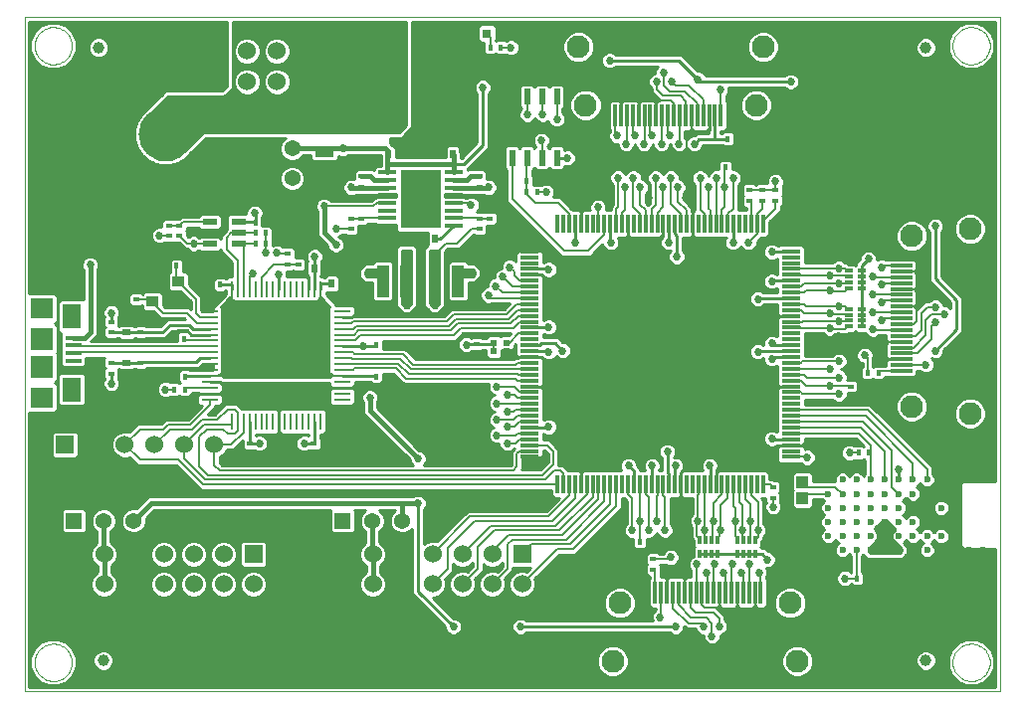
<source format=gtl>
G75*
%MOIN*%
%OFA0B0*%
%FSLAX24Y24*%
%IPPOS*%
%LPD*%
%AMOC8*
5,1,8,0,0,1.08239X$1,22.5*
%
%ADD10C,0.0000*%
%ADD11R,0.0118X0.0748*%
%ADD12C,0.0768*%
%ADD13R,0.0157X0.0197*%
%ADD14R,0.0118X0.0256*%
%ADD15R,0.0571X0.0106*%
%ADD16R,0.0106X0.0571*%
%ADD17R,0.0531X0.0157*%
%ADD18R,0.0748X0.0709*%
%ADD19R,0.0748X0.0748*%
%ADD20R,0.0630X0.0827*%
%ADD21R,0.0394X0.0354*%
%ADD22R,0.0197X0.0157*%
%ADD23R,0.0500X0.0220*%
%ADD24R,0.0315X0.0197*%
%ADD25R,0.0197X0.0315*%
%ADD26R,0.0315X0.0315*%
%ADD27C,0.1581*%
%ADD28C,0.1778*%
%ADD29R,0.0630X0.0335*%
%ADD30R,0.0236X0.0197*%
%ADD31R,0.0600X0.0600*%
%ADD32C,0.0600*%
%ADD33R,0.0540X0.0540*%
%ADD34C,0.0540*%
%ADD35R,0.1378X0.0394*%
%ADD36R,0.0236X0.0236*%
%ADD37C,0.0236*%
%ADD38R,0.0394X0.0394*%
%ADD39R,0.0630X0.0118*%
%ADD40R,0.0118X0.0630*%
%ADD41R,0.0217X0.0531*%
%ADD42R,0.0827X0.0500*%
%ADD43R,0.0748X0.0118*%
%ADD44R,0.0256X0.0118*%
%ADD45C,0.0394*%
%ADD46R,0.1339X0.1969*%
%ADD47R,0.0394X0.1063*%
%ADD48C,0.0100*%
%ADD49C,0.0270*%
%ADD50C,0.0060*%
%ADD51C,0.0160*%
D10*
X000873Y004647D02*
X000873Y027246D01*
X033550Y027246D01*
X033550Y004647D01*
X000873Y004647D01*
X001213Y005612D02*
X001215Y005662D01*
X001221Y005711D01*
X001231Y005760D01*
X001244Y005807D01*
X001262Y005854D01*
X001283Y005899D01*
X001307Y005942D01*
X001335Y005983D01*
X001366Y006022D01*
X001400Y006058D01*
X001437Y006092D01*
X001477Y006122D01*
X001518Y006149D01*
X001562Y006173D01*
X001607Y006193D01*
X001654Y006209D01*
X001702Y006222D01*
X001751Y006231D01*
X001801Y006236D01*
X001850Y006237D01*
X001900Y006234D01*
X001949Y006227D01*
X001998Y006216D01*
X002045Y006202D01*
X002091Y006183D01*
X002136Y006161D01*
X002179Y006136D01*
X002219Y006107D01*
X002257Y006075D01*
X002293Y006041D01*
X002326Y006003D01*
X002355Y005963D01*
X002381Y005921D01*
X002404Y005877D01*
X002423Y005831D01*
X002439Y005784D01*
X002451Y005735D01*
X002459Y005686D01*
X002463Y005637D01*
X002463Y005587D01*
X002459Y005538D01*
X002451Y005489D01*
X002439Y005440D01*
X002423Y005393D01*
X002404Y005347D01*
X002381Y005303D01*
X002355Y005261D01*
X002326Y005221D01*
X002293Y005183D01*
X002257Y005149D01*
X002219Y005117D01*
X002179Y005088D01*
X002136Y005063D01*
X002091Y005041D01*
X002045Y005022D01*
X001998Y005008D01*
X001949Y004997D01*
X001900Y004990D01*
X001850Y004987D01*
X001801Y004988D01*
X001751Y004993D01*
X001702Y005002D01*
X001654Y005015D01*
X001607Y005031D01*
X001562Y005051D01*
X001518Y005075D01*
X001477Y005102D01*
X001437Y005132D01*
X001400Y005166D01*
X001366Y005202D01*
X001335Y005241D01*
X001307Y005282D01*
X001283Y005325D01*
X001262Y005370D01*
X001244Y005417D01*
X001231Y005464D01*
X001221Y005513D01*
X001215Y005562D01*
X001213Y005612D01*
X001213Y026281D02*
X001215Y026331D01*
X001221Y026380D01*
X001231Y026429D01*
X001244Y026476D01*
X001262Y026523D01*
X001283Y026568D01*
X001307Y026611D01*
X001335Y026652D01*
X001366Y026691D01*
X001400Y026727D01*
X001437Y026761D01*
X001477Y026791D01*
X001518Y026818D01*
X001562Y026842D01*
X001607Y026862D01*
X001654Y026878D01*
X001702Y026891D01*
X001751Y026900D01*
X001801Y026905D01*
X001850Y026906D01*
X001900Y026903D01*
X001949Y026896D01*
X001998Y026885D01*
X002045Y026871D01*
X002091Y026852D01*
X002136Y026830D01*
X002179Y026805D01*
X002219Y026776D01*
X002257Y026744D01*
X002293Y026710D01*
X002326Y026672D01*
X002355Y026632D01*
X002381Y026590D01*
X002404Y026546D01*
X002423Y026500D01*
X002439Y026453D01*
X002451Y026404D01*
X002459Y026355D01*
X002463Y026306D01*
X002463Y026256D01*
X002459Y026207D01*
X002451Y026158D01*
X002439Y026109D01*
X002423Y026062D01*
X002404Y026016D01*
X002381Y025972D01*
X002355Y025930D01*
X002326Y025890D01*
X002293Y025852D01*
X002257Y025818D01*
X002219Y025786D01*
X002179Y025757D01*
X002136Y025732D01*
X002091Y025710D01*
X002045Y025691D01*
X001998Y025677D01*
X001949Y025666D01*
X001900Y025659D01*
X001850Y025656D01*
X001801Y025657D01*
X001751Y025662D01*
X001702Y025671D01*
X001654Y025684D01*
X001607Y025700D01*
X001562Y025720D01*
X001518Y025744D01*
X001477Y025771D01*
X001437Y025801D01*
X001400Y025835D01*
X001366Y025871D01*
X001335Y025910D01*
X001307Y025951D01*
X001283Y025994D01*
X001262Y026039D01*
X001244Y026086D01*
X001231Y026133D01*
X001221Y026182D01*
X001215Y026231D01*
X001213Y026281D01*
X031961Y026281D02*
X031963Y026331D01*
X031969Y026380D01*
X031979Y026429D01*
X031992Y026476D01*
X032010Y026523D01*
X032031Y026568D01*
X032055Y026611D01*
X032083Y026652D01*
X032114Y026691D01*
X032148Y026727D01*
X032185Y026761D01*
X032225Y026791D01*
X032266Y026818D01*
X032310Y026842D01*
X032355Y026862D01*
X032402Y026878D01*
X032450Y026891D01*
X032499Y026900D01*
X032549Y026905D01*
X032598Y026906D01*
X032648Y026903D01*
X032697Y026896D01*
X032746Y026885D01*
X032793Y026871D01*
X032839Y026852D01*
X032884Y026830D01*
X032927Y026805D01*
X032967Y026776D01*
X033005Y026744D01*
X033041Y026710D01*
X033074Y026672D01*
X033103Y026632D01*
X033129Y026590D01*
X033152Y026546D01*
X033171Y026500D01*
X033187Y026453D01*
X033199Y026404D01*
X033207Y026355D01*
X033211Y026306D01*
X033211Y026256D01*
X033207Y026207D01*
X033199Y026158D01*
X033187Y026109D01*
X033171Y026062D01*
X033152Y026016D01*
X033129Y025972D01*
X033103Y025930D01*
X033074Y025890D01*
X033041Y025852D01*
X033005Y025818D01*
X032967Y025786D01*
X032927Y025757D01*
X032884Y025732D01*
X032839Y025710D01*
X032793Y025691D01*
X032746Y025677D01*
X032697Y025666D01*
X032648Y025659D01*
X032598Y025656D01*
X032549Y025657D01*
X032499Y025662D01*
X032450Y025671D01*
X032402Y025684D01*
X032355Y025700D01*
X032310Y025720D01*
X032266Y025744D01*
X032225Y025771D01*
X032185Y025801D01*
X032148Y025835D01*
X032114Y025871D01*
X032083Y025910D01*
X032055Y025951D01*
X032031Y025994D01*
X032010Y026039D01*
X031992Y026086D01*
X031979Y026133D01*
X031969Y026182D01*
X031963Y026231D01*
X031961Y026281D01*
X031961Y005612D02*
X031963Y005662D01*
X031969Y005711D01*
X031979Y005760D01*
X031992Y005807D01*
X032010Y005854D01*
X032031Y005899D01*
X032055Y005942D01*
X032083Y005983D01*
X032114Y006022D01*
X032148Y006058D01*
X032185Y006092D01*
X032225Y006122D01*
X032266Y006149D01*
X032310Y006173D01*
X032355Y006193D01*
X032402Y006209D01*
X032450Y006222D01*
X032499Y006231D01*
X032549Y006236D01*
X032598Y006237D01*
X032648Y006234D01*
X032697Y006227D01*
X032746Y006216D01*
X032793Y006202D01*
X032839Y006183D01*
X032884Y006161D01*
X032927Y006136D01*
X032967Y006107D01*
X033005Y006075D01*
X033041Y006041D01*
X033074Y006003D01*
X033103Y005963D01*
X033129Y005921D01*
X033152Y005877D01*
X033171Y005831D01*
X033187Y005784D01*
X033199Y005735D01*
X033207Y005686D01*
X033211Y005637D01*
X033211Y005587D01*
X033207Y005538D01*
X033199Y005489D01*
X033187Y005440D01*
X033171Y005393D01*
X033152Y005347D01*
X033129Y005303D01*
X033103Y005261D01*
X033074Y005221D01*
X033041Y005183D01*
X033005Y005149D01*
X032967Y005117D01*
X032927Y005088D01*
X032884Y005063D01*
X032839Y005041D01*
X032793Y005022D01*
X032746Y005008D01*
X032697Y004997D01*
X032648Y004990D01*
X032598Y004987D01*
X032549Y004988D01*
X032499Y004993D01*
X032450Y005002D01*
X032402Y005015D01*
X032355Y005031D01*
X032310Y005051D01*
X032266Y005075D01*
X032225Y005102D01*
X032185Y005132D01*
X032148Y005166D01*
X032114Y005202D01*
X032083Y005241D01*
X032055Y005282D01*
X032031Y005325D01*
X032010Y005370D01*
X031992Y005417D01*
X031979Y005464D01*
X031969Y005513D01*
X031963Y005562D01*
X031961Y005612D01*
D11*
X025538Y007954D03*
X025342Y007954D03*
X025145Y007954D03*
X024948Y007954D03*
X024751Y007954D03*
X024554Y007954D03*
X024357Y007954D03*
X024160Y007954D03*
X023964Y007954D03*
X023767Y007954D03*
X023570Y007954D03*
X023373Y007954D03*
X023176Y007954D03*
X022979Y007954D03*
X022782Y007954D03*
X022586Y007954D03*
X022389Y007954D03*
X022192Y007954D03*
X021995Y007954D03*
X022034Y023939D03*
X021838Y023939D03*
X021641Y023939D03*
X021444Y023939D03*
X021247Y023939D03*
X021050Y023939D03*
X020853Y023939D03*
X020656Y023939D03*
X022231Y023939D03*
X022428Y023939D03*
X022625Y023939D03*
X022822Y023939D03*
X023019Y023939D03*
X023216Y023939D03*
X023412Y023939D03*
X023609Y023939D03*
X023806Y023939D03*
X024003Y023939D03*
X024200Y023939D03*
D12*
X025381Y024293D03*
X025617Y026242D03*
X019672Y024293D03*
X019436Y026242D03*
X030597Y019903D03*
X032546Y020139D03*
X030597Y014194D03*
X032546Y013958D03*
X026523Y007600D03*
X026759Y005651D03*
X020814Y007600D03*
X020578Y005651D03*
D13*
X021129Y009647D03*
X021483Y009647D03*
X028767Y008427D03*
X029121Y008427D03*
X029160Y012639D03*
X028806Y012639D03*
X029121Y015317D03*
X029475Y015317D03*
X024712Y022206D03*
X024357Y022206D03*
X024436Y023151D03*
X024790Y023151D03*
X018058Y021734D03*
X017704Y021734D03*
X017704Y021380D03*
X018058Y021380D03*
X016838Y026222D03*
X016483Y026222D03*
X008964Y020356D03*
X008964Y020002D03*
X008609Y020002D03*
X008609Y020356D03*
X008609Y019647D03*
X008964Y019647D03*
X007428Y018269D03*
X007074Y018269D03*
X005971Y018899D03*
X005617Y018899D03*
X005853Y016458D03*
X006208Y016458D03*
X006247Y015198D03*
X005893Y015198D03*
X005893Y014765D03*
X006247Y014765D03*
X012664Y015198D03*
X013019Y015198D03*
X013019Y016261D03*
X012664Y016261D03*
D14*
X023491Y009716D03*
X023688Y009716D03*
X023885Y009716D03*
X024082Y009716D03*
X024082Y009263D03*
X023885Y009263D03*
X023688Y009263D03*
X023491Y009263D03*
X024771Y009263D03*
X024968Y009263D03*
X025164Y009263D03*
X025361Y009263D03*
X025361Y009716D03*
X025164Y009716D03*
X024968Y009716D03*
X024771Y009716D03*
D15*
X011513Y014431D03*
X011513Y014628D03*
X011513Y014824D03*
X011513Y015021D03*
X011513Y015218D03*
X011513Y015415D03*
X011513Y015612D03*
X011513Y015809D03*
X011513Y016006D03*
X011513Y016202D03*
X011513Y016399D03*
X011513Y016596D03*
X011513Y016793D03*
X011513Y016990D03*
X011513Y017187D03*
X011513Y017383D03*
X007084Y017383D03*
X007084Y017187D03*
X007084Y016990D03*
X007084Y016793D03*
X007084Y016596D03*
X007084Y016399D03*
X007084Y016202D03*
X007084Y016006D03*
X007084Y015809D03*
X007084Y015612D03*
X007084Y015415D03*
X007084Y015218D03*
X007084Y015021D03*
X007084Y014824D03*
X007084Y014628D03*
X007084Y014431D03*
D16*
X007822Y013693D03*
X008019Y013693D03*
X008216Y013693D03*
X008412Y013693D03*
X008609Y013693D03*
X008806Y013693D03*
X009003Y013693D03*
X009200Y013693D03*
X009397Y013693D03*
X009594Y013693D03*
X009790Y013693D03*
X009987Y013693D03*
X010184Y013693D03*
X010381Y013693D03*
X010578Y013693D03*
X010775Y013693D03*
X010775Y018122D03*
X010578Y018122D03*
X010381Y018122D03*
X010184Y018122D03*
X009987Y018122D03*
X009790Y018122D03*
X009594Y018122D03*
X009397Y018122D03*
X009200Y018122D03*
X009003Y018122D03*
X008806Y018122D03*
X008609Y018122D03*
X008412Y018122D03*
X008216Y018122D03*
X008019Y018122D03*
X007822Y018122D03*
D17*
X002517Y016498D03*
X002517Y016242D03*
X002517Y015986D03*
X002517Y015730D03*
X002517Y015474D03*
D18*
X001464Y014490D03*
X001464Y017482D03*
D19*
X001464Y016458D03*
X001464Y015513D03*
D20*
X002468Y014765D03*
X002468Y017206D03*
D21*
X005164Y017718D03*
X006031Y017718D03*
X006031Y018387D03*
X005164Y018387D03*
D22*
X004613Y018131D03*
X004613Y017777D03*
X004771Y017029D03*
X004771Y016675D03*
X003786Y016675D03*
X003786Y017029D03*
X003786Y015651D03*
X003786Y015297D03*
X004771Y015297D03*
X004771Y015651D03*
X008432Y012935D03*
X008432Y012580D03*
X010558Y012580D03*
X010558Y012935D03*
X016031Y015927D03*
X016031Y016281D03*
X016109Y020139D03*
X016464Y020139D03*
X016464Y020494D03*
X016109Y020494D03*
X016109Y021557D03*
X016109Y021911D03*
X012172Y021911D03*
X012172Y021557D03*
X012172Y020494D03*
X011818Y020494D03*
X011818Y020139D03*
X012172Y020139D03*
X010046Y019313D03*
X009692Y019313D03*
X009692Y018958D03*
X010046Y018958D03*
X006070Y019903D03*
X005716Y019903D03*
X005716Y020257D03*
X006070Y020257D03*
X021936Y009076D03*
X021936Y008722D03*
X025952Y011124D03*
X025952Y011478D03*
X028550Y014509D03*
X028550Y014864D03*
X026031Y021084D03*
X025597Y021084D03*
X025597Y021439D03*
X026031Y021439D03*
X025164Y021439D03*
X025164Y021084D03*
D23*
X008046Y020372D03*
X008046Y020002D03*
X008046Y019632D03*
X007086Y019632D03*
X007086Y020002D03*
X007086Y020372D03*
D24*
X004298Y017265D03*
X004298Y016675D03*
X004298Y015651D03*
X004298Y015061D03*
D25*
X010578Y018820D03*
X011168Y018820D03*
X011168Y018309D03*
X011759Y018309D03*
X013058Y019293D03*
X013649Y019293D03*
X014042Y019805D03*
X014633Y019805D03*
X014633Y019293D03*
X015223Y019293D03*
X015223Y022639D03*
X014633Y022639D03*
X013649Y022639D03*
X013058Y022639D03*
D26*
X016365Y026694D03*
X016956Y026694D03*
D27*
X003235Y023309D03*
D28*
X005597Y023309D03*
D29*
X010912Y022728D03*
X010912Y021527D03*
D30*
X016601Y016320D03*
X016601Y016045D03*
X017034Y016045D03*
X017034Y016320D03*
D31*
X017546Y009242D03*
X008546Y009242D03*
X002231Y012915D03*
X007330Y023769D03*
X010326Y025080D03*
X010326Y026104D03*
D32*
X009326Y026104D03*
X008326Y026104D03*
X007326Y026104D03*
X007326Y025080D03*
X008326Y025080D03*
X009326Y025080D03*
X007330Y022769D03*
X007231Y012915D03*
X006231Y012915D03*
X005231Y012915D03*
X004231Y012915D03*
X003231Y012915D03*
X003546Y009242D03*
X004546Y009242D03*
X005546Y009242D03*
X006546Y009242D03*
X007546Y009242D03*
X007546Y008242D03*
X006546Y008242D03*
X005546Y008242D03*
X004546Y008242D03*
X003546Y008242D03*
X008546Y008242D03*
X012546Y008242D03*
X013546Y008242D03*
X014546Y008242D03*
X015546Y008242D03*
X016546Y008242D03*
X017546Y008242D03*
X016546Y009242D03*
X015546Y009242D03*
X014546Y009242D03*
X013546Y009242D03*
X012546Y009242D03*
D33*
X011527Y010356D03*
X002527Y010356D03*
X009849Y023836D03*
D34*
X009849Y022836D03*
X009849Y021836D03*
X012527Y010356D03*
X013527Y010356D03*
X004527Y010356D03*
X003527Y010356D03*
D35*
X012428Y025041D03*
X015066Y025041D03*
D36*
X027802Y009372D03*
D37*
X027802Y009844D03*
X027802Y010317D03*
X027802Y010789D03*
X027802Y011261D03*
X028275Y011261D03*
X028747Y011261D03*
X029219Y011261D03*
X029692Y011261D03*
X029692Y010789D03*
X029692Y010317D03*
X029219Y010317D03*
X028747Y010317D03*
X028747Y010789D03*
X028275Y010789D03*
X028275Y010317D03*
X028275Y009844D03*
X028747Y009844D03*
X029219Y009844D03*
X029692Y009844D03*
X029692Y009372D03*
X029219Y009372D03*
X028747Y009372D03*
X028275Y009372D03*
X029219Y010789D03*
X030164Y010789D03*
X030164Y010317D03*
X030637Y010317D03*
X030637Y010789D03*
X031109Y010789D03*
X031109Y010317D03*
X031582Y010317D03*
X031582Y010789D03*
X031582Y011261D03*
X031109Y011261D03*
X030637Y011261D03*
X030164Y011261D03*
X030164Y011734D03*
X030637Y011734D03*
X031109Y011734D03*
X031582Y011734D03*
X032527Y011734D03*
X032999Y011734D03*
X031582Y009844D03*
X031109Y009844D03*
X030637Y009844D03*
X030164Y009844D03*
X030164Y009372D03*
X030637Y009372D03*
X031109Y009372D03*
X031582Y009372D03*
X032527Y009372D03*
X032999Y009372D03*
X029692Y011734D03*
X029219Y011734D03*
X028747Y011734D03*
X028275Y011734D03*
X027802Y011734D03*
D38*
X026936Y011655D03*
X026936Y011104D03*
D39*
X026542Y012502D03*
X026542Y012698D03*
X026542Y012895D03*
X026542Y013092D03*
X026542Y013289D03*
X026542Y013486D03*
X026542Y013683D03*
X026542Y013880D03*
X026542Y014076D03*
X026542Y014273D03*
X026542Y014470D03*
X026542Y014667D03*
X026542Y014864D03*
X026542Y015061D03*
X026542Y015257D03*
X026542Y015454D03*
X026542Y015651D03*
X026542Y015848D03*
X026542Y016045D03*
X026542Y016242D03*
X026542Y016439D03*
X026542Y016635D03*
X026542Y016832D03*
X026542Y017029D03*
X026542Y017226D03*
X026542Y017423D03*
X026542Y017620D03*
X026542Y017817D03*
X026542Y018013D03*
X026542Y018210D03*
X026542Y018407D03*
X026542Y018604D03*
X026542Y018801D03*
X026542Y018998D03*
X026542Y019194D03*
X026542Y019391D03*
X017802Y019391D03*
X017802Y019194D03*
X017802Y018998D03*
X017802Y018801D03*
X017802Y018604D03*
X017802Y018407D03*
X017802Y018210D03*
X017802Y018013D03*
X017802Y017817D03*
X017802Y017620D03*
X017802Y017423D03*
X017802Y017226D03*
X017802Y017029D03*
X017802Y016832D03*
X017802Y016635D03*
X017802Y016439D03*
X017802Y016242D03*
X017802Y016045D03*
X017802Y015848D03*
X017802Y015651D03*
X017802Y015454D03*
X017802Y015257D03*
X017802Y015061D03*
X017802Y014864D03*
X017802Y014667D03*
X017802Y014470D03*
X017802Y014273D03*
X017802Y014076D03*
X017802Y013880D03*
X017802Y013683D03*
X017802Y013486D03*
X017802Y013289D03*
X017802Y013092D03*
X017802Y012895D03*
X017802Y012698D03*
X017802Y012502D03*
X015243Y020248D03*
X015243Y020504D03*
X015243Y020759D03*
X015243Y021015D03*
X015243Y021271D03*
X015243Y021527D03*
X015243Y021783D03*
X015243Y022039D03*
X013038Y022039D03*
X013038Y021783D03*
X013038Y021527D03*
X013038Y021271D03*
X013038Y021015D03*
X013038Y020759D03*
X013038Y020504D03*
X013038Y020248D03*
D40*
X018727Y020317D03*
X018924Y020317D03*
X019121Y020317D03*
X019318Y020317D03*
X019515Y020317D03*
X019712Y020317D03*
X019908Y020317D03*
X020105Y020317D03*
X020302Y020317D03*
X020499Y020317D03*
X020696Y020317D03*
X020893Y020317D03*
X021090Y020317D03*
X021286Y020317D03*
X021483Y020317D03*
X021680Y020317D03*
X021877Y020317D03*
X022074Y020317D03*
X022271Y020317D03*
X022468Y020317D03*
X022664Y020317D03*
X022861Y020317D03*
X023058Y020317D03*
X023255Y020317D03*
X023452Y020317D03*
X023649Y020317D03*
X023845Y020317D03*
X024042Y020317D03*
X024239Y020317D03*
X024436Y020317D03*
X024633Y020317D03*
X024830Y020317D03*
X025027Y020317D03*
X025223Y020317D03*
X025420Y020317D03*
X025617Y020317D03*
X025617Y011576D03*
X025420Y011576D03*
X025223Y011576D03*
X025027Y011576D03*
X024830Y011576D03*
X024633Y011576D03*
X024436Y011576D03*
X024239Y011576D03*
X024042Y011576D03*
X023845Y011576D03*
X023649Y011576D03*
X023452Y011576D03*
X023255Y011576D03*
X023058Y011576D03*
X022861Y011576D03*
X022664Y011576D03*
X022468Y011576D03*
X022271Y011576D03*
X022074Y011576D03*
X021877Y011576D03*
X021680Y011576D03*
X021483Y011576D03*
X021286Y011576D03*
X021090Y011576D03*
X020893Y011576D03*
X020696Y011576D03*
X020499Y011576D03*
X020302Y011576D03*
X020105Y011576D03*
X019908Y011576D03*
X019712Y011576D03*
X019515Y011576D03*
X019318Y011576D03*
X019121Y011576D03*
X018924Y011576D03*
X018727Y011576D03*
D41*
X018710Y022521D03*
X018210Y022521D03*
X017710Y022521D03*
X017210Y022521D03*
X017210Y024569D03*
X017710Y024569D03*
X018210Y024569D03*
X018710Y024569D03*
D42*
X008590Y024049D03*
X008590Y022490D03*
D43*
X030243Y018919D03*
X030243Y018722D03*
X030243Y018525D03*
X030243Y018328D03*
X030243Y018131D03*
X030243Y017935D03*
X030243Y017738D03*
X030243Y017541D03*
X030243Y017344D03*
X030243Y017147D03*
X030243Y016950D03*
X030243Y016754D03*
X030243Y016557D03*
X030243Y016360D03*
X030243Y016163D03*
X030243Y015966D03*
X030243Y015769D03*
X030243Y015572D03*
X030243Y015376D03*
D44*
X028934Y016872D03*
X028934Y017069D03*
X028934Y017265D03*
X028934Y017462D03*
X028481Y017462D03*
X028481Y017265D03*
X028481Y017069D03*
X028481Y016872D03*
X028481Y018151D03*
X028481Y018348D03*
X028481Y018545D03*
X028481Y018742D03*
X028934Y018742D03*
X028934Y018545D03*
X028934Y018348D03*
X028934Y018151D03*
D45*
X031070Y026222D03*
X003353Y026222D03*
X003511Y005671D03*
X031070Y005671D03*
D46*
X014141Y021143D03*
D47*
X014613Y018387D03*
X015401Y018387D03*
X013668Y018387D03*
X012881Y018387D03*
D48*
X012881Y018663D01*
X012999Y018634D02*
X012290Y018634D01*
X012290Y018624D02*
X012290Y018702D01*
X012369Y018781D01*
X012999Y018781D01*
X012999Y018545D01*
X012369Y018545D01*
X012290Y018624D01*
X012321Y018733D02*
X012999Y018733D01*
X013228Y018733D02*
X013311Y018733D01*
X013311Y018831D02*
X013228Y018831D01*
X013228Y018930D02*
X013311Y018930D01*
X013228Y018981D02*
X013140Y019069D01*
X012622Y019069D01*
X012534Y018981D01*
X012286Y018981D01*
X012208Y018902D01*
X012090Y018785D01*
X012090Y018541D01*
X012169Y018462D01*
X012286Y018345D01*
X012534Y018345D01*
X012534Y017794D01*
X012622Y017706D01*
X013140Y017706D01*
X013228Y017794D01*
X013228Y018981D01*
X013181Y019028D02*
X013311Y019028D01*
X013311Y019127D02*
X010870Y019127D01*
X010882Y019157D02*
X010839Y019053D01*
X010826Y019040D01*
X010826Y018601D01*
X010782Y018557D01*
X010890Y018557D01*
X010920Y018527D01*
X010920Y018528D01*
X011008Y018616D01*
X011329Y018616D01*
X011417Y018528D01*
X011417Y018089D01*
X011329Y018001D01*
X011008Y018001D01*
X010978Y018031D01*
X010978Y017947D01*
X011014Y017911D01*
X011338Y017587D01*
X011860Y017587D01*
X011948Y017499D01*
X011948Y017268D01*
X011909Y017229D01*
X014932Y017229D01*
X015063Y017360D01*
X015169Y017465D01*
X016940Y017465D01*
X017112Y017637D01*
X016497Y017637D01*
X016481Y017630D01*
X016368Y017630D01*
X016263Y017673D01*
X016183Y017754D01*
X016139Y017858D01*
X016139Y017972D01*
X016183Y018076D01*
X016263Y018157D01*
X016368Y018200D01*
X016375Y018200D01*
X016375Y018287D01*
X016419Y018391D01*
X016499Y018472D01*
X016604Y018515D01*
X016612Y018515D01*
X016612Y018602D01*
X016655Y018706D01*
X016735Y018786D01*
X016840Y018830D01*
X016848Y018830D01*
X016848Y018917D01*
X016891Y019021D01*
X016971Y019101D01*
X017076Y019145D01*
X017190Y019145D01*
X017294Y019101D01*
X017337Y019059D01*
X017337Y019316D01*
X017425Y019404D01*
X018179Y019404D01*
X018267Y019316D01*
X018267Y019019D01*
X018271Y019023D01*
X018375Y019066D01*
X018489Y019066D01*
X018594Y019023D01*
X018674Y018943D01*
X018717Y018838D01*
X018717Y018724D01*
X018674Y018620D01*
X018594Y018539D01*
X018489Y018496D01*
X018375Y018496D01*
X018271Y018539D01*
X018209Y018601D01*
X018195Y018601D01*
X018267Y018528D01*
X018267Y017090D01*
X018271Y017094D01*
X018375Y017137D01*
X018489Y017137D01*
X018594Y017094D01*
X018674Y017013D01*
X018717Y016909D01*
X018717Y016795D01*
X018674Y016691D01*
X018594Y016610D01*
X018489Y016567D01*
X018375Y016567D01*
X018271Y016610D01*
X018267Y016614D01*
X018267Y016501D01*
X018751Y016501D01*
X018902Y016350D01*
X018961Y016350D01*
X019066Y016306D01*
X019146Y016226D01*
X019190Y016121D01*
X019190Y016008D01*
X019146Y015903D01*
X019066Y015823D01*
X018961Y015780D01*
X018848Y015780D01*
X018743Y015823D01*
X018682Y015884D01*
X018674Y015864D01*
X018594Y015784D01*
X018489Y015740D01*
X018375Y015740D01*
X018271Y015784D01*
X018209Y015845D01*
X018195Y015845D01*
X018267Y015772D01*
X018267Y014939D01*
X018191Y014864D01*
X018267Y014788D01*
X018267Y013744D01*
X018271Y013747D01*
X018375Y013791D01*
X018489Y013791D01*
X018594Y013747D01*
X018674Y013667D01*
X018717Y013562D01*
X018717Y013449D01*
X018674Y013344D01*
X018594Y013264D01*
X018489Y013221D01*
X018375Y013221D01*
X018271Y013264D01*
X018267Y013267D01*
X018267Y013075D01*
X018448Y013075D01*
X018664Y012859D01*
X018770Y012753D01*
X018770Y012229D01*
X018900Y012229D01*
X019006Y012123D01*
X019088Y012041D01*
X019439Y012041D01*
X019515Y011966D01*
X019590Y012041D01*
X020871Y012041D01*
X020868Y012045D01*
X020824Y012150D01*
X020824Y012263D01*
X020868Y012368D01*
X020948Y012448D01*
X021053Y012491D01*
X021166Y012491D01*
X021271Y012448D01*
X021351Y012368D01*
X021394Y012263D01*
X021394Y012204D01*
X021486Y012112D01*
X021486Y012041D01*
X021659Y012041D01*
X021655Y012045D01*
X021612Y012150D01*
X021612Y012263D01*
X021655Y012368D01*
X021735Y012448D01*
X021840Y012491D01*
X021953Y012491D01*
X022058Y012448D01*
X022138Y012368D01*
X022182Y012263D01*
X022182Y012150D01*
X022138Y012045D01*
X022135Y012041D01*
X022208Y012041D01*
X022208Y012476D01*
X022167Y012517D01*
X022123Y012622D01*
X022123Y012735D01*
X022167Y012840D01*
X022247Y012920D01*
X022352Y012964D01*
X022465Y012964D01*
X022570Y012920D01*
X022650Y012840D01*
X022693Y012735D01*
X022693Y012622D01*
X022650Y012517D01*
X022622Y012489D01*
X022627Y012491D01*
X022741Y012491D01*
X022845Y012448D01*
X022926Y012368D01*
X022969Y012263D01*
X022969Y012150D01*
X022926Y012045D01*
X022864Y011984D01*
X022864Y011969D01*
X022937Y012041D01*
X023588Y012041D01*
X023584Y012045D01*
X023541Y012150D01*
X023541Y012263D01*
X023584Y012368D01*
X023664Y012448D01*
X023769Y012491D01*
X023882Y012491D01*
X023987Y012448D01*
X024067Y012368D01*
X024111Y012263D01*
X024111Y012150D01*
X024067Y012045D01*
X024045Y012023D01*
X024045Y011969D01*
X024118Y012041D01*
X025738Y012041D01*
X025826Y011953D01*
X025826Y011756D01*
X025928Y011756D01*
X025978Y011707D01*
X026112Y011707D01*
X026200Y011619D01*
X026200Y011337D01*
X026164Y011301D01*
X026200Y011264D01*
X026200Y010983D01*
X026197Y010980D01*
X026237Y010885D01*
X026237Y010772D01*
X026193Y010667D01*
X026113Y010587D01*
X026008Y010543D01*
X025895Y010543D01*
X025790Y010587D01*
X025710Y010667D01*
X025667Y010772D01*
X025667Y010885D01*
X025706Y010980D01*
X025703Y010983D01*
X025703Y011111D01*
X025569Y011111D01*
X025620Y011060D01*
X025620Y010264D01*
X025682Y010202D01*
X025725Y010098D01*
X025725Y009984D01*
X025682Y009880D01*
X025630Y009828D01*
X025630Y009730D01*
X025570Y009671D01*
X025570Y009526D01*
X025534Y009490D01*
X025556Y009468D01*
X025598Y009463D01*
X025670Y009463D01*
X025679Y009455D01*
X025691Y009454D01*
X025736Y009397D01*
X025788Y009346D01*
X025788Y009342D01*
X025812Y009342D01*
X025916Y009298D01*
X025997Y009218D01*
X026040Y009113D01*
X026040Y009000D01*
X025997Y008895D01*
X025916Y008815D01*
X025812Y008772D01*
X025726Y008772D01*
X025764Y008680D01*
X025764Y008567D01*
X025721Y008462D01*
X025718Y008460D01*
X025718Y008420D01*
X025747Y008390D01*
X028068Y008390D01*
X028068Y008370D02*
X028112Y008265D01*
X028192Y008185D01*
X028297Y008142D01*
X028410Y008142D01*
X028515Y008185D01*
X028567Y008237D01*
X028626Y008178D01*
X028908Y008178D01*
X028995Y008266D01*
X028995Y008587D01*
X033400Y008587D01*
X033400Y008489D02*
X028995Y008489D01*
X028995Y008587D02*
X028927Y008656D01*
X028927Y009172D01*
X028972Y009218D01*
X029058Y009132D01*
X029097Y009093D01*
X030287Y009093D01*
X030404Y009210D01*
X030443Y009249D01*
X030443Y009494D01*
X030326Y009611D01*
X030318Y009619D01*
X030392Y009692D01*
X030401Y009714D01*
X030410Y009692D01*
X030485Y009617D01*
X030583Y009576D01*
X030690Y009576D01*
X030789Y009617D01*
X030864Y009692D01*
X030873Y009714D01*
X030882Y009692D01*
X030957Y009617D01*
X030979Y009608D01*
X030957Y009599D01*
X030882Y009524D01*
X030841Y009425D01*
X030841Y009318D01*
X030882Y009220D01*
X030957Y009144D01*
X031056Y009104D01*
X031163Y009104D01*
X031261Y009144D01*
X031337Y009220D01*
X031377Y009318D01*
X031377Y009425D01*
X031337Y009524D01*
X031261Y009599D01*
X031240Y009608D01*
X031261Y009617D01*
X031337Y009692D01*
X031345Y009714D01*
X031354Y009692D01*
X031430Y009617D01*
X031528Y009576D01*
X031635Y009576D01*
X031734Y009617D01*
X031809Y009692D01*
X031850Y009791D01*
X031850Y009897D01*
X031809Y009996D01*
X031734Y010071D01*
X031635Y010112D01*
X031528Y010112D01*
X031430Y010071D01*
X031354Y009996D01*
X031345Y009974D01*
X031337Y009996D01*
X031261Y010071D01*
X031163Y010112D01*
X031056Y010112D01*
X030957Y010071D01*
X030882Y009996D01*
X030873Y009974D01*
X030864Y009996D01*
X030789Y010071D01*
X030767Y010080D01*
X030789Y010089D01*
X030864Y010165D01*
X030905Y010263D01*
X030905Y010370D01*
X030864Y010468D01*
X030789Y010544D01*
X030690Y010585D01*
X030583Y010585D01*
X030485Y010544D01*
X030410Y010468D01*
X030401Y010447D01*
X030392Y010468D01*
X030316Y010544D01*
X030295Y010553D01*
X030316Y010562D01*
X030392Y010637D01*
X030432Y010736D01*
X030432Y010842D01*
X030392Y010941D01*
X030316Y011016D01*
X030295Y011025D01*
X030316Y011034D01*
X030392Y011110D01*
X030401Y011131D01*
X030410Y011110D01*
X030485Y011034D01*
X030583Y010993D01*
X030690Y010993D01*
X030789Y011034D01*
X030864Y011110D01*
X030905Y011208D01*
X030905Y011315D01*
X030864Y011413D01*
X030789Y011489D01*
X030767Y011498D01*
X030789Y011507D01*
X030864Y011582D01*
X030873Y011604D01*
X030882Y011582D01*
X030957Y011507D01*
X031056Y011466D01*
X031163Y011466D01*
X031261Y011507D01*
X031337Y011582D01*
X031377Y011681D01*
X031377Y011787D01*
X031337Y011886D01*
X031289Y011933D01*
X031289Y012163D01*
X031184Y012268D01*
X029196Y014256D01*
X027007Y014256D01*
X027007Y014428D01*
X027933Y014428D01*
X027995Y014366D01*
X028100Y014323D01*
X028213Y014323D01*
X028318Y014366D01*
X028398Y014446D01*
X028441Y014551D01*
X028441Y014635D01*
X028711Y014635D01*
X028799Y014723D01*
X028799Y015005D01*
X028711Y015093D01*
X028437Y015093D01*
X028441Y015102D01*
X028441Y015216D01*
X028398Y015320D01*
X028318Y015401D01*
X028236Y015435D01*
X028318Y015469D01*
X028398Y015549D01*
X028441Y015654D01*
X028441Y015767D01*
X028398Y015872D01*
X028318Y015952D01*
X028213Y015995D01*
X028100Y015995D01*
X027995Y015952D01*
X027933Y015890D01*
X027007Y015890D01*
X027007Y016633D01*
X027618Y016633D01*
X027680Y016571D01*
X027785Y016528D01*
X027898Y016528D01*
X028003Y016571D01*
X028035Y016603D01*
X028428Y016603D01*
X028487Y016663D01*
X028671Y016663D01*
X028708Y016699D01*
X028744Y016663D01*
X029036Y016663D01*
X029057Y016612D01*
X029137Y016532D01*
X029242Y016488D01*
X029355Y016488D01*
X029460Y016532D01*
X029502Y016574D01*
X029719Y016574D01*
X029719Y016436D01*
X029795Y016360D01*
X029719Y016284D01*
X029719Y015845D01*
X029795Y015769D01*
X029719Y015694D01*
X029719Y015556D01*
X029626Y015556D01*
X029616Y015565D01*
X029335Y015565D01*
X029301Y015531D01*
X029301Y015835D01*
X029308Y015850D01*
X029308Y015964D01*
X029264Y016069D01*
X029184Y016149D01*
X029079Y016192D01*
X028966Y016192D01*
X028861Y016149D01*
X028781Y016069D01*
X028738Y015964D01*
X028738Y015850D01*
X028781Y015746D01*
X028861Y015665D01*
X028941Y015632D01*
X028941Y015526D01*
X028892Y015477D01*
X028892Y015156D01*
X028980Y015068D01*
X029262Y015068D01*
X029298Y015104D01*
X029335Y015068D01*
X029616Y015068D01*
X029704Y015156D01*
X029704Y015196D01*
X029778Y015196D01*
X029807Y015167D01*
X030679Y015167D01*
X030767Y015254D01*
X030767Y015392D01*
X030867Y015392D01*
X030908Y015351D01*
X031013Y015307D01*
X031127Y015307D01*
X031231Y015351D01*
X031311Y015431D01*
X031355Y015535D01*
X031355Y015649D01*
X031311Y015754D01*
X031255Y015810D01*
X031328Y015780D01*
X031442Y015780D01*
X031546Y015823D01*
X031626Y015903D01*
X031670Y016008D01*
X031670Y016067D01*
X032294Y016690D01*
X032294Y017840D01*
X032176Y017957D01*
X031585Y018549D01*
X031585Y020035D01*
X031626Y020076D01*
X031670Y020181D01*
X031670Y020294D01*
X031626Y020399D01*
X031546Y020479D01*
X031442Y020523D01*
X031328Y020523D01*
X031223Y020479D01*
X031143Y020399D01*
X031100Y020294D01*
X031100Y020181D01*
X031143Y020076D01*
X031185Y020035D01*
X031185Y018383D01*
X031894Y017675D01*
X031894Y017494D01*
X031861Y017527D01*
X031756Y017570D01*
X031670Y017570D01*
X031670Y017578D01*
X031626Y017683D01*
X031546Y017763D01*
X031442Y017806D01*
X031328Y017806D01*
X031223Y017763D01*
X031162Y017701D01*
X031035Y017701D01*
X030838Y017504D01*
X030767Y017434D01*
X030767Y017465D01*
X030691Y017541D01*
X030767Y017617D01*
X030767Y018056D01*
X030691Y018131D01*
X030767Y018207D01*
X030767Y018646D01*
X030691Y018722D01*
X030767Y018798D01*
X030767Y019040D01*
X030679Y019128D01*
X029807Y019128D01*
X029778Y019099D01*
X029738Y019099D01*
X029735Y019101D01*
X029631Y019145D01*
X029517Y019145D01*
X029426Y019107D01*
X029426Y019192D01*
X029382Y019297D01*
X029302Y019377D01*
X029197Y019420D01*
X029084Y019420D01*
X028979Y019377D01*
X028899Y019297D01*
X028856Y019192D01*
X028856Y019133D01*
X028734Y019012D01*
X028734Y018941D01*
X028708Y018914D01*
X028671Y018951D01*
X028487Y018951D01*
X028428Y019010D01*
X028370Y019010D01*
X028318Y019062D01*
X028213Y019105D01*
X028100Y019105D01*
X027995Y019062D01*
X027933Y019000D01*
X027007Y019000D01*
X027007Y019513D01*
X026919Y019600D01*
X026165Y019600D01*
X026156Y019591D01*
X026096Y019591D01*
X026074Y019613D01*
X025969Y019657D01*
X025856Y019657D01*
X025751Y019613D01*
X025671Y019533D01*
X025627Y019428D01*
X025627Y019315D01*
X025671Y019210D01*
X025751Y019130D01*
X025856Y019087D01*
X025969Y019087D01*
X026074Y019130D01*
X026077Y019134D01*
X026077Y018625D01*
X026074Y018629D01*
X025969Y018672D01*
X025856Y018672D01*
X025751Y018629D01*
X025671Y018549D01*
X025627Y018444D01*
X025627Y018331D01*
X025671Y018226D01*
X025751Y018146D01*
X025856Y018102D01*
X025969Y018102D01*
X026074Y018146D01*
X026077Y018149D01*
X026077Y018017D01*
X025623Y018017D01*
X025601Y018038D01*
X025497Y018082D01*
X025383Y018082D01*
X025279Y018038D01*
X025198Y017958D01*
X025155Y017854D01*
X025155Y017740D01*
X025198Y017635D01*
X025279Y017555D01*
X025383Y017512D01*
X025497Y017512D01*
X025601Y017555D01*
X025663Y017617D01*
X026077Y017617D01*
X026077Y017302D01*
X026153Y017226D01*
X026077Y017150D01*
X026077Y016539D01*
X026074Y016542D01*
X025969Y016586D01*
X025856Y016586D01*
X025751Y016542D01*
X025671Y016462D01*
X025627Y016357D01*
X025627Y016245D01*
X025623Y016245D01*
X025601Y016267D01*
X025497Y016310D01*
X025383Y016310D01*
X025279Y016267D01*
X025198Y016187D01*
X025155Y016082D01*
X025155Y015969D01*
X025198Y015864D01*
X025279Y015784D01*
X025383Y015740D01*
X025497Y015740D01*
X025601Y015784D01*
X025627Y015810D01*
X025627Y015732D01*
X025671Y015628D01*
X025751Y015547D01*
X025856Y015504D01*
X025969Y015504D01*
X026074Y015547D01*
X026077Y015551D01*
X026077Y014939D01*
X026153Y014864D01*
X026077Y014788D01*
X026077Y013350D01*
X026074Y013353D01*
X025969Y013397D01*
X025856Y013397D01*
X025751Y013353D01*
X025671Y013273D01*
X025627Y013169D01*
X025627Y013055D01*
X025671Y012950D01*
X025751Y012870D01*
X025856Y012827D01*
X025969Y012827D01*
X026074Y012870D01*
X026096Y012892D01*
X026150Y012892D01*
X026077Y012820D01*
X026077Y012380D01*
X026165Y012293D01*
X026880Y012293D01*
X026932Y012240D01*
X027037Y012197D01*
X027150Y012197D01*
X027255Y012240D01*
X027335Y012320D01*
X027379Y012425D01*
X027379Y012539D01*
X027335Y012643D01*
X027255Y012724D01*
X027150Y012767D01*
X027037Y012767D01*
X027007Y012755D01*
X027007Y012820D01*
X026932Y012895D01*
X027007Y012971D01*
X027007Y013109D01*
X028732Y013109D01*
X028986Y012854D01*
X028983Y012852D01*
X028947Y012888D01*
X028665Y012888D01*
X028662Y012885D01*
X028568Y012924D01*
X028454Y012924D01*
X028349Y012881D01*
X028269Y012801D01*
X028226Y012696D01*
X028226Y012583D01*
X028269Y012478D01*
X028349Y012398D01*
X028454Y012354D01*
X028568Y012354D01*
X028662Y012394D01*
X028665Y012391D01*
X028947Y012391D01*
X028983Y012427D01*
X029020Y012391D01*
X029039Y012391D01*
X029039Y011933D01*
X028992Y011886D01*
X028983Y011864D01*
X028974Y011886D01*
X028899Y011961D01*
X028800Y012002D01*
X028694Y012002D01*
X028595Y011961D01*
X028520Y011886D01*
X028511Y011864D01*
X028502Y011886D01*
X028426Y011961D01*
X028328Y012002D01*
X028221Y012002D01*
X028123Y011961D01*
X028047Y011886D01*
X028006Y011787D01*
X028006Y011681D01*
X028008Y011678D01*
X027283Y011678D01*
X027283Y011914D01*
X027195Y012002D01*
X026677Y012002D01*
X026589Y011914D01*
X026589Y011396D01*
X026606Y011380D01*
X026589Y011363D01*
X026589Y010845D01*
X026677Y010757D01*
X027195Y010757D01*
X027283Y010845D01*
X027283Y011081D01*
X027603Y011081D01*
X027650Y011034D01*
X027672Y011025D01*
X027650Y011016D01*
X027575Y010941D01*
X027534Y010842D01*
X027534Y010736D01*
X027575Y010637D01*
X027650Y010562D01*
X027672Y010553D01*
X027650Y010544D01*
X027575Y010468D01*
X027534Y010370D01*
X027534Y010263D01*
X027575Y010165D01*
X027650Y010089D01*
X027672Y010080D01*
X027650Y010071D01*
X027575Y009996D01*
X027534Y009897D01*
X027534Y009791D01*
X027575Y009692D01*
X027650Y009617D01*
X027749Y009576D01*
X027855Y009576D01*
X027954Y009617D01*
X028029Y009692D01*
X028038Y009714D01*
X028047Y009692D01*
X028123Y009617D01*
X028144Y009608D01*
X028123Y009599D01*
X028047Y009524D01*
X028006Y009425D01*
X028006Y009318D01*
X028047Y009220D01*
X028123Y009144D01*
X028221Y009104D01*
X028328Y009104D01*
X028426Y009144D01*
X028502Y009220D01*
X028511Y009241D01*
X028520Y009220D01*
X028567Y009172D01*
X028567Y008616D01*
X028515Y008668D01*
X028410Y008712D01*
X028297Y008712D01*
X028192Y008668D01*
X028112Y008588D01*
X028068Y008483D01*
X028068Y008370D01*
X028101Y008292D02*
X025747Y008292D01*
X025747Y008390D02*
X025747Y007518D01*
X025660Y007430D01*
X025417Y007430D01*
X025342Y007506D01*
X025266Y007430D01*
X024827Y007430D01*
X024751Y007506D01*
X024675Y007430D01*
X024236Y007430D01*
X024160Y007506D01*
X024085Y007430D01*
X024053Y007430D01*
X024215Y007268D01*
X024321Y007163D01*
X024321Y007036D01*
X024382Y006974D01*
X024426Y006869D01*
X024426Y006756D01*
X024382Y006651D01*
X024302Y006571D01*
X024197Y006528D01*
X024190Y006528D01*
X024190Y006441D01*
X024146Y006336D01*
X024066Y006256D01*
X023961Y006213D01*
X023848Y006213D01*
X023743Y006256D01*
X023663Y006336D01*
X023620Y006441D01*
X023620Y006528D01*
X023572Y006528D01*
X023467Y006571D01*
X023387Y006651D01*
X023346Y006751D01*
X023121Y006751D01*
X023050Y006748D01*
X023047Y006751D01*
X023043Y006751D01*
X022992Y006801D01*
X022969Y006822D01*
X022969Y006756D01*
X022926Y006651D01*
X022845Y006571D01*
X022741Y006528D01*
X022627Y006528D01*
X022523Y006571D01*
X022481Y006613D01*
X017690Y006613D01*
X017649Y006571D01*
X017544Y006528D01*
X017431Y006528D01*
X017326Y006571D01*
X017246Y006651D01*
X017202Y006756D01*
X017202Y006869D01*
X017246Y006974D01*
X017326Y007054D01*
X017431Y007098D01*
X017544Y007098D01*
X017649Y007054D01*
X017690Y007013D01*
X021911Y007013D01*
X021887Y007071D01*
X021887Y007184D01*
X021931Y007289D01*
X022011Y007369D01*
X022012Y007370D01*
X022012Y007430D01*
X021874Y007430D01*
X021786Y007518D01*
X021786Y008390D01*
X017972Y008390D01*
X017963Y008412D02*
X018782Y009231D01*
X019333Y009231D01*
X020876Y010773D01*
X020876Y011111D01*
X020965Y011111D01*
X021047Y011029D01*
X021047Y010264D01*
X020986Y010202D01*
X020942Y010098D01*
X020942Y009984D01*
X020986Y009880D01*
X021066Y009799D01*
X021171Y009756D01*
X021255Y009756D01*
X021255Y009487D01*
X021342Y009399D01*
X021624Y009399D01*
X021712Y009487D01*
X021712Y009760D01*
X021722Y009756D01*
X021835Y009756D01*
X021940Y009799D01*
X022020Y009880D01*
X022054Y009962D01*
X022088Y009880D01*
X022168Y009799D01*
X022273Y009756D01*
X022386Y009756D01*
X022491Y009799D01*
X022571Y009880D01*
X022615Y009984D01*
X022615Y010098D01*
X022571Y010202D01*
X022510Y010264D01*
X022510Y011111D01*
X022786Y011111D01*
X022861Y011187D01*
X022937Y011111D01*
X023252Y011111D01*
X023252Y010579D01*
X023190Y010517D01*
X023147Y010413D01*
X023147Y010299D01*
X023190Y010194D01*
X023223Y010162D01*
X023223Y009770D01*
X023282Y009710D01*
X023282Y009526D01*
X023318Y009490D01*
X023282Y009453D01*
X023282Y009162D01*
X023231Y009141D01*
X023151Y009061D01*
X023108Y008956D01*
X023108Y008843D01*
X023151Y008738D01*
X023193Y008696D01*
X023193Y008478D01*
X023055Y008478D01*
X022979Y008403D01*
X022904Y008478D01*
X022464Y008478D01*
X022389Y008403D01*
X022313Y008478D01*
X022175Y008478D01*
X022175Y008572D01*
X022184Y008581D01*
X022184Y008863D01*
X022151Y008896D01*
X022363Y008896D01*
X022365Y008894D01*
X022470Y008850D01*
X022583Y008850D01*
X022688Y008894D01*
X022768Y008974D01*
X022812Y009079D01*
X022812Y009192D01*
X022768Y009297D01*
X022688Y009377D01*
X022583Y009420D01*
X022470Y009420D01*
X022365Y009377D01*
X022285Y009297D01*
X022268Y009256D01*
X022145Y009256D01*
X022097Y009305D01*
X021775Y009305D01*
X021688Y009217D01*
X021688Y008936D01*
X021724Y008899D01*
X021688Y008863D01*
X021688Y008581D01*
X021775Y008493D01*
X021815Y008493D01*
X021815Y008420D01*
X021786Y008390D01*
X021786Y008292D02*
X017996Y008292D01*
X017996Y008331D02*
X017996Y008152D01*
X017928Y007987D01*
X017801Y007860D01*
X017636Y007792D01*
X017457Y007792D01*
X017291Y007860D01*
X017165Y007987D01*
X017096Y008152D01*
X017096Y008331D01*
X017165Y008497D01*
X017291Y008623D01*
X017457Y008692D01*
X017636Y008692D01*
X017705Y008663D01*
X017834Y008792D01*
X017234Y008792D01*
X017234Y008675D01*
X017129Y008570D01*
X017129Y008570D01*
X016965Y008406D01*
X016996Y008331D01*
X016996Y008152D01*
X016928Y007987D01*
X016801Y007860D01*
X016636Y007792D01*
X016457Y007792D01*
X016291Y007860D01*
X016165Y007987D01*
X016096Y008152D01*
X016096Y008331D01*
X016165Y008497D01*
X016291Y008623D01*
X016457Y008692D01*
X016636Y008692D01*
X016711Y008661D01*
X016874Y008824D01*
X016874Y008933D01*
X016801Y008860D01*
X016636Y008792D01*
X016457Y008792D01*
X016291Y008860D01*
X016250Y008902D01*
X016250Y008691D01*
X015965Y008406D01*
X015996Y008331D01*
X015996Y008152D01*
X015928Y007987D01*
X015801Y007860D01*
X015636Y007792D01*
X015457Y007792D01*
X015291Y007860D01*
X015165Y007987D01*
X015096Y008152D01*
X015096Y008331D01*
X015165Y008497D01*
X015291Y008623D01*
X015457Y008692D01*
X015636Y008692D01*
X015711Y008661D01*
X015890Y008840D01*
X015890Y008949D01*
X015801Y008860D01*
X015636Y008792D01*
X015457Y008792D01*
X015291Y008860D01*
X015226Y008925D01*
X015226Y008667D01*
X015121Y008562D01*
X014965Y008406D01*
X014996Y008331D01*
X014996Y008152D01*
X014928Y007987D01*
X014801Y007860D01*
X014636Y007792D01*
X014547Y007792D01*
X015241Y007098D01*
X015300Y007098D01*
X015405Y007054D01*
X015485Y006974D01*
X015528Y006869D01*
X015528Y006756D01*
X015485Y006651D01*
X015405Y006571D01*
X015300Y006528D01*
X015186Y006528D01*
X015082Y006571D01*
X015001Y006651D01*
X014958Y006756D01*
X014958Y006815D01*
X013979Y007794D01*
X013862Y007911D01*
X013862Y010097D01*
X013764Y010000D01*
X013610Y009936D01*
X013443Y009936D01*
X013289Y010000D01*
X013171Y010118D01*
X013107Y010272D01*
X013107Y010439D01*
X013171Y010594D01*
X013289Y010712D01*
X013297Y010715D01*
X013297Y010716D01*
X012754Y010716D01*
X012764Y010712D01*
X012883Y010594D01*
X012947Y010439D01*
X012947Y010272D01*
X012883Y010118D01*
X012764Y010000D01*
X012757Y009997D01*
X012757Y009642D01*
X012801Y009623D01*
X012928Y009497D01*
X012996Y009331D01*
X012996Y009152D01*
X012928Y008987D01*
X012801Y008860D01*
X012776Y008850D01*
X012776Y008634D01*
X012801Y008623D01*
X012928Y008497D01*
X012996Y008331D01*
X012996Y008152D01*
X012928Y007987D01*
X012801Y007860D01*
X012636Y007792D01*
X012457Y007792D01*
X012291Y007860D01*
X012165Y007987D01*
X012096Y008152D01*
X012096Y008331D01*
X012165Y008497D01*
X012291Y008623D01*
X012316Y008634D01*
X012316Y008850D01*
X012291Y008860D01*
X012165Y008987D01*
X012096Y009152D01*
X012096Y009331D01*
X012165Y009497D01*
X012291Y009623D01*
X012297Y009625D01*
X012297Y009997D01*
X012289Y010000D01*
X012171Y010118D01*
X012107Y010272D01*
X012107Y010439D01*
X012171Y010594D01*
X012289Y010712D01*
X012300Y010716D01*
X011918Y010716D01*
X011947Y010688D01*
X011947Y010024D01*
X011859Y009936D01*
X011194Y009936D01*
X011107Y010024D01*
X011107Y010688D01*
X011135Y010716D01*
X005212Y010716D01*
X004943Y010447D01*
X004947Y010439D01*
X004947Y010272D01*
X004883Y010118D01*
X004764Y010000D01*
X004610Y009936D01*
X004443Y009936D01*
X004289Y010000D01*
X004171Y010118D01*
X004107Y010272D01*
X004107Y010439D01*
X004171Y010594D01*
X004289Y010712D01*
X004443Y010776D01*
X004610Y010776D01*
X004618Y010773D01*
X005022Y011176D01*
X013889Y011176D01*
X013901Y011188D01*
X014005Y011231D01*
X014119Y011231D01*
X014223Y011188D01*
X014304Y011108D01*
X014347Y011003D01*
X014347Y010890D01*
X014304Y010785D01*
X014262Y010743D01*
X014262Y009594D01*
X014291Y009623D01*
X014457Y009692D01*
X014636Y009692D01*
X014694Y009668D01*
X015720Y010693D01*
X018358Y010693D01*
X018776Y011111D01*
X018606Y011111D01*
X018518Y011199D01*
X018518Y011396D01*
X006783Y011396D01*
X005956Y012223D01*
X004669Y012223D01*
X004396Y012496D01*
X004321Y012465D01*
X004142Y012465D01*
X003976Y012533D01*
X003850Y012660D01*
X003781Y012825D01*
X003781Y013004D01*
X003850Y013170D01*
X003976Y013296D01*
X004142Y013365D01*
X004321Y013365D01*
X004396Y013334D01*
X004669Y013607D01*
X005444Y013607D01*
X005602Y013764D01*
X006350Y013764D01*
X006813Y014228D01*
X006736Y014228D01*
X006648Y014315D01*
X006648Y014546D01*
X006730Y014628D01*
X006713Y014644D01*
X006476Y014644D01*
X006476Y014605D01*
X006388Y014517D01*
X006106Y014517D01*
X006070Y014553D01*
X006034Y014517D01*
X005752Y014517D01*
X005749Y014520D01*
X005654Y014480D01*
X005541Y014480D01*
X005436Y014524D01*
X005356Y014604D01*
X005312Y014709D01*
X005312Y014822D01*
X005356Y014927D01*
X005436Y015007D01*
X005541Y015050D01*
X005654Y015050D01*
X005749Y015011D01*
X005752Y015014D01*
X006034Y015014D01*
X006070Y014977D01*
X006074Y014982D01*
X006018Y015038D01*
X006018Y015359D01*
X006106Y015447D01*
X006388Y015447D01*
X006417Y015418D01*
X006733Y015418D01*
X006736Y015421D01*
X007189Y015421D01*
X007189Y015606D01*
X006839Y015606D01*
X006821Y015588D01*
X006704Y015471D01*
X004980Y015471D01*
X004931Y015422D01*
X004610Y015422D01*
X004581Y015451D01*
X004566Y015451D01*
X004518Y015403D01*
X004079Y015403D01*
X004030Y015451D01*
X004021Y015451D01*
X004035Y015438D01*
X004035Y015156D01*
X004015Y015136D01*
X004028Y015124D01*
X004071Y015019D01*
X004071Y014906D01*
X004028Y014801D01*
X003948Y014721D01*
X003843Y014677D01*
X003730Y014677D01*
X003625Y014721D01*
X003545Y014801D01*
X003501Y014906D01*
X003501Y015019D01*
X003545Y015124D01*
X003558Y015136D01*
X003538Y015156D01*
X003538Y015438D01*
X003574Y015474D01*
X003538Y015510D01*
X003538Y015792D01*
X003571Y015826D01*
X002932Y015826D01*
X002932Y015589D01*
X002845Y015501D01*
X002189Y015501D01*
X002101Y015589D01*
X002101Y016639D01*
X002105Y016643D01*
X002090Y016643D01*
X002003Y016731D01*
X002003Y017682D01*
X002090Y017770D01*
X002845Y017770D01*
X002848Y017767D01*
X002848Y018766D01*
X002836Y018777D01*
X002793Y018882D01*
X002793Y018995D01*
X002836Y019100D01*
X002916Y019180D01*
X003021Y019224D01*
X003134Y019224D01*
X003239Y019180D01*
X003319Y019100D01*
X003363Y018995D01*
X003363Y018882D01*
X003319Y018777D01*
X003308Y018766D01*
X003308Y016599D01*
X003173Y016464D01*
X003091Y016382D01*
X005979Y016382D01*
X005979Y016619D01*
X006067Y016707D01*
X006326Y016707D01*
X006323Y016710D01*
X006302Y016731D01*
X005838Y016731D01*
X005582Y016475D01*
X004960Y016475D01*
X004931Y016446D01*
X004610Y016446D01*
X004581Y016475D01*
X004566Y016475D01*
X004518Y016426D01*
X004079Y016426D01*
X004030Y016475D01*
X003976Y016475D01*
X003947Y016446D01*
X003626Y016446D01*
X003538Y016534D01*
X003538Y016816D01*
X003574Y016852D01*
X003538Y016888D01*
X003538Y017170D01*
X003541Y017173D01*
X003501Y017268D01*
X003501Y017381D01*
X003545Y017486D01*
X003625Y017566D01*
X003730Y017609D01*
X003843Y017609D01*
X003948Y017566D01*
X004028Y017486D01*
X004071Y017381D01*
X004071Y017268D01*
X004032Y017173D01*
X004035Y017170D01*
X004035Y016888D01*
X004021Y016875D01*
X004030Y016875D01*
X004079Y016923D01*
X004518Y016923D01*
X004566Y016875D01*
X004581Y016875D01*
X004610Y016904D01*
X004931Y016904D01*
X004960Y016875D01*
X005416Y016875D01*
X005555Y017014D01*
X005672Y017131D01*
X006245Y017131D01*
X006232Y017144D01*
X005444Y017144D01*
X005339Y017250D01*
X005198Y017391D01*
X004905Y017391D01*
X004818Y017479D01*
X004818Y017592D01*
X004774Y017548D01*
X004453Y017548D01*
X004365Y017636D01*
X004365Y017918D01*
X004453Y018006D01*
X004774Y018006D01*
X004820Y017960D01*
X004905Y018045D01*
X005423Y018045D01*
X005511Y017957D01*
X005511Y017586D01*
X005593Y017504D01*
X006381Y017504D01*
X006441Y017444D01*
X006441Y017722D01*
X006103Y018060D01*
X005772Y018060D01*
X005684Y018148D01*
X005684Y018627D01*
X005769Y018712D01*
X005743Y018739D01*
X005743Y019060D01*
X005831Y019148D01*
X006112Y019148D01*
X006200Y019060D01*
X006200Y018739D01*
X006176Y018715D01*
X006289Y018715D01*
X006377Y018627D01*
X006377Y018295D01*
X006801Y017871D01*
X006801Y017399D01*
X006810Y017390D01*
X007189Y017390D01*
X007189Y017517D01*
X007295Y017623D01*
X007295Y017623D01*
X007619Y017947D01*
X007619Y018069D01*
X007617Y018069D01*
X007569Y018021D01*
X007287Y018021D01*
X007199Y018109D01*
X007199Y018430D01*
X007287Y018518D01*
X007569Y018518D01*
X007617Y018469D01*
X007619Y018469D01*
X007707Y018557D01*
X007839Y018557D01*
X007839Y019002D01*
X007465Y019376D01*
X007465Y019438D01*
X007398Y019372D01*
X006774Y019372D01*
X006722Y019424D01*
X006704Y019406D01*
X006599Y019362D01*
X006486Y019362D01*
X006381Y019406D01*
X006319Y019467D01*
X006251Y019467D01*
X006044Y019674D01*
X005909Y019674D01*
X005893Y019691D01*
X005876Y019674D01*
X005555Y019674D01*
X005552Y019677D01*
X005457Y019638D01*
X005344Y019638D01*
X005239Y019681D01*
X005159Y019761D01*
X005116Y019866D01*
X005116Y019980D01*
X005159Y020084D01*
X005239Y020164D01*
X005344Y020208D01*
X005457Y020208D01*
X005467Y020204D01*
X005467Y020398D01*
X005555Y020486D01*
X005876Y020486D01*
X005893Y020470D01*
X005909Y020486D01*
X006044Y020486D01*
X006109Y020552D01*
X006694Y020552D01*
X006774Y020632D01*
X007398Y020632D01*
X007486Y020544D01*
X007486Y020199D01*
X007398Y020112D01*
X007646Y020112D01*
X007646Y020100D02*
X007622Y020076D01*
X007465Y019919D01*
X007465Y019825D01*
X007398Y019892D01*
X006774Y019892D01*
X006737Y019855D01*
X006704Y019889D01*
X006599Y019932D01*
X006486Y019932D01*
X006381Y019889D01*
X006360Y019868D01*
X006318Y019909D01*
X006318Y020044D01*
X006282Y020080D01*
X006318Y020117D01*
X006318Y020192D01*
X006694Y020192D01*
X006774Y020112D01*
X006313Y020112D01*
X006318Y020013D02*
X007559Y020013D01*
X007622Y020076D02*
X007622Y020076D01*
X007646Y020100D02*
X007646Y020174D01*
X007659Y020187D01*
X007646Y020199D01*
X007646Y020544D01*
X007734Y020632D01*
X008305Y020632D01*
X008305Y020728D01*
X008348Y020832D01*
X008428Y020912D01*
X008533Y020956D01*
X008646Y020956D01*
X008751Y020912D01*
X008831Y020832D01*
X008875Y020728D01*
X008875Y020614D01*
X008835Y020519D01*
X008838Y020516D01*
X008838Y020250D01*
X009104Y020250D01*
X009192Y020162D01*
X009192Y019841D01*
X009176Y019824D01*
X009192Y019808D01*
X009192Y019581D01*
X009281Y019617D01*
X009394Y019617D01*
X009499Y019574D01*
X009532Y019541D01*
X009852Y019541D01*
X009940Y019453D01*
X009940Y019187D01*
X010207Y019187D01*
X010295Y019099D01*
X010295Y018817D01*
X010207Y018730D01*
X009886Y018730D01*
X009869Y018746D01*
X009852Y018730D01*
X009642Y018730D01*
X009662Y018680D01*
X009662Y018567D01*
X009658Y018557D01*
X010299Y018557D01*
X010378Y018479D01*
X010378Y018552D01*
X010329Y018601D01*
X010329Y019040D01*
X010352Y019063D01*
X010312Y019157D01*
X010312Y019271D01*
X010356Y019376D01*
X010436Y019456D01*
X010541Y019499D01*
X010654Y019499D01*
X010759Y019456D01*
X010839Y019376D01*
X010882Y019271D01*
X010882Y019157D01*
X010882Y019225D02*
X013311Y019225D01*
X013311Y019324D02*
X011365Y019324D01*
X011363Y019323D02*
X011468Y019366D01*
X011548Y019446D01*
X011591Y019551D01*
X011591Y019665D01*
X011548Y019769D01*
X011468Y019849D01*
X011386Y019883D01*
X011468Y019917D01*
X011509Y019959D01*
X011609Y019959D01*
X011657Y019911D01*
X011978Y019911D01*
X012066Y019998D01*
X012066Y020265D01*
X012333Y020265D01*
X012391Y020324D01*
X012632Y020324D01*
X012661Y020294D01*
X013321Y020294D01*
X013321Y020097D01*
X013409Y020009D01*
X014384Y020009D01*
X014384Y019611D01*
X014373Y019611D01*
X014256Y019494D01*
X014256Y017557D01*
X014373Y017439D01*
X014491Y017321D01*
X014735Y017321D01*
X014853Y017438D01*
X014971Y017557D01*
X014971Y019376D01*
X015062Y019467D01*
X015436Y019467D01*
X015541Y019573D01*
X015914Y019945D01*
X015949Y019911D01*
X016270Y019911D01*
X016358Y019998D01*
X016358Y020265D01*
X016624Y020265D01*
X016712Y020353D01*
X016712Y020635D01*
X016624Y020722D01*
X016303Y020722D01*
X016286Y020706D01*
X016270Y020722D01*
X016013Y020722D01*
X016075Y020785D01*
X016119Y020890D01*
X016119Y021003D01*
X016075Y021108D01*
X015995Y021188D01*
X015890Y021231D01*
X015777Y021231D01*
X015690Y021195D01*
X015649Y021195D01*
X015620Y021224D01*
X014960Y021224D01*
X014960Y021318D01*
X015127Y021318D01*
X015148Y021297D01*
X016261Y021297D01*
X016263Y021295D01*
X016368Y021252D01*
X016481Y021252D01*
X016586Y021295D01*
X016666Y021376D01*
X016709Y021480D01*
X016709Y021594D01*
X016666Y021698D01*
X016586Y021779D01*
X016481Y021822D01*
X016368Y021822D01*
X016358Y021818D01*
X016358Y022052D01*
X016270Y022140D01*
X016206Y022140D01*
X016205Y022141D01*
X015719Y022141D01*
X015708Y022130D01*
X015708Y022152D01*
X016310Y022754D01*
X016310Y022754D01*
X016427Y022871D01*
X016427Y024680D01*
X016469Y024722D01*
X016512Y024827D01*
X016512Y024940D01*
X016469Y025045D01*
X016389Y025125D01*
X016284Y025168D01*
X016171Y025168D01*
X016066Y025125D01*
X015986Y025045D01*
X015942Y024940D01*
X015942Y024827D01*
X015986Y024722D01*
X016027Y024680D01*
X016027Y023037D01*
X015515Y022524D01*
X015473Y022524D01*
X015473Y022715D01*
X015472Y022716D01*
X015472Y022859D01*
X015384Y022947D01*
X015063Y022947D01*
X014975Y022859D01*
X014975Y022554D01*
X013306Y022554D01*
X013306Y022859D01*
X013219Y022947D01*
X013174Y022947D01*
X013106Y023015D01*
X013120Y023029D01*
X013120Y023187D01*
X013515Y023187D01*
X013632Y023305D01*
X013868Y023541D01*
X013868Y027096D01*
X033400Y027096D01*
X033400Y011687D01*
X032307Y011687D01*
X032219Y011599D01*
X032219Y009506D01*
X032307Y009419D01*
X033400Y009419D01*
X033400Y004797D01*
X001023Y004797D01*
X001023Y013990D01*
X001027Y013985D01*
X001900Y013985D01*
X001988Y014073D01*
X001988Y014906D01*
X001902Y014992D01*
X001988Y015077D01*
X001988Y015950D01*
X001951Y015986D01*
X001988Y016022D01*
X001988Y016894D01*
X001902Y016980D01*
X001988Y017065D01*
X001988Y017898D01*
X001900Y017986D01*
X001027Y017986D01*
X001023Y017982D01*
X001023Y027096D01*
X007642Y027096D01*
X007642Y024927D01*
X007483Y024769D01*
X005593Y024769D01*
X005476Y024651D01*
X004972Y024147D01*
X004959Y024140D01*
X004867Y024047D01*
X004857Y024046D01*
X004832Y024012D01*
X004766Y023947D01*
X004751Y023921D01*
X004750Y023921D01*
X004743Y023907D01*
X004709Y023847D01*
X004679Y023808D01*
X004681Y023798D01*
X004672Y023784D01*
X004665Y023781D01*
X004658Y023759D01*
X004629Y023710D01*
X004618Y023669D01*
X004612Y023658D01*
X001023Y023658D01*
X001023Y023756D02*
X004656Y023756D01*
X004612Y023658D02*
X004614Y023653D01*
X004609Y023633D01*
X004603Y023629D01*
X004594Y023578D01*
X004584Y023542D01*
X004570Y023499D01*
X004572Y023495D01*
X004565Y023470D01*
X004565Y023470D01*
X004565Y023469D01*
X004558Y023445D01*
X004558Y023370D01*
X004553Y023336D01*
X004558Y023328D01*
X004558Y023314D01*
X004552Y023306D01*
X004558Y023265D01*
X004558Y023172D01*
X004566Y023143D01*
X004566Y023143D01*
X004570Y023128D01*
X004588Y023061D01*
X004595Y023012D01*
X004603Y023007D01*
X004607Y022991D01*
X004604Y022983D01*
X004615Y022963D01*
X004629Y022908D01*
X004650Y022871D01*
X004654Y022859D01*
X004659Y022857D01*
X004669Y022839D01*
X004667Y022832D01*
X004697Y022790D01*
X004716Y022757D01*
X004736Y022717D01*
X004740Y022716D01*
X004754Y022692D01*
X004766Y022671D01*
X004820Y022617D01*
X004839Y022590D01*
X004849Y022588D01*
X004859Y022578D01*
X004860Y022568D01*
X004894Y022543D01*
X004959Y022477D01*
X004985Y022463D01*
X004985Y022462D01*
X004999Y022455D01*
X005059Y022420D01*
X005099Y022390D01*
X005108Y022392D01*
X005122Y022384D01*
X005125Y022376D01*
X005147Y022369D01*
X005196Y022340D01*
X005237Y022330D01*
X005248Y022324D01*
X005253Y022325D01*
X005273Y022320D01*
X005277Y022314D01*
X005328Y022305D01*
X005364Y022295D01*
X005407Y022281D01*
X005411Y022283D01*
X005436Y022276D01*
X005437Y022276D01*
X005461Y022270D01*
X005536Y022270D01*
X005570Y022264D01*
X005578Y022270D01*
X005592Y022270D01*
X005600Y022264D01*
X005642Y022270D01*
X005734Y022270D01*
X005763Y022277D01*
X005764Y022277D01*
X005778Y022281D01*
X005845Y022299D01*
X005894Y022307D01*
X005899Y022314D01*
X005915Y022318D01*
X005923Y022316D01*
X005943Y022326D01*
X005998Y022340D01*
X006035Y022361D01*
X006047Y022365D01*
X006050Y022370D01*
X006067Y022380D01*
X006074Y022379D01*
X006116Y022408D01*
X006149Y022427D01*
X006189Y022447D01*
X006191Y022451D01*
X006214Y022465D01*
X006235Y022477D01*
X006289Y022531D01*
X006317Y022550D01*
X006318Y022560D01*
X006429Y022671D01*
X006436Y022683D01*
X006940Y023187D01*
X009607Y023187D01*
X009493Y023074D01*
X009429Y022920D01*
X009429Y022753D01*
X009493Y022598D01*
X009611Y022480D01*
X009766Y022416D01*
X009933Y022416D01*
X010087Y022480D01*
X010205Y022598D01*
X010209Y022606D01*
X010447Y022606D01*
X010447Y022498D01*
X010535Y022411D01*
X011289Y022411D01*
X011377Y022498D01*
X011377Y022598D01*
X011381Y022595D01*
X011486Y022551D01*
X011599Y022551D01*
X011704Y022595D01*
X011715Y022606D01*
X012808Y022606D01*
X012808Y022248D01*
X012661Y022248D01*
X012573Y022160D01*
X012573Y022130D01*
X012563Y022141D01*
X012077Y022141D01*
X012076Y022140D01*
X012012Y022140D01*
X011924Y022052D01*
X011924Y021802D01*
X011875Y021822D01*
X011761Y021822D01*
X011656Y021779D01*
X011576Y021698D01*
X011533Y021594D01*
X011533Y021480D01*
X011576Y021376D01*
X011656Y021295D01*
X011761Y021252D01*
X011875Y021252D01*
X011979Y021295D01*
X011981Y021297D01*
X013134Y021297D01*
X013155Y021318D01*
X013321Y021318D01*
X013321Y021224D01*
X012661Y021224D01*
X012632Y021195D01*
X012600Y021195D01*
X012494Y021090D01*
X012491Y021087D01*
X011135Y021087D01*
X011074Y021149D01*
X010969Y021192D01*
X010856Y021192D01*
X010751Y021149D01*
X010671Y021069D01*
X010627Y020964D01*
X010627Y020850D01*
X010671Y020746D01*
X010682Y020734D01*
X010682Y019906D01*
X010817Y019772D01*
X011021Y019568D01*
X011021Y019551D01*
X011064Y019446D01*
X011145Y019366D01*
X011249Y019323D01*
X011363Y019323D01*
X011247Y019324D02*
X010861Y019324D01*
X010792Y019422D02*
X011089Y019422D01*
X011034Y019521D02*
X009873Y019521D01*
X009940Y019422D02*
X010402Y019422D01*
X010334Y019324D02*
X009940Y019324D01*
X009940Y019225D02*
X010312Y019225D01*
X010325Y019127D02*
X010267Y019127D01*
X010295Y019028D02*
X010329Y019028D01*
X010329Y018930D02*
X010295Y018930D01*
X010295Y018831D02*
X010329Y018831D01*
X010329Y018733D02*
X010210Y018733D01*
X010329Y018634D02*
X009662Y018634D01*
X009856Y018733D02*
X009882Y018733D01*
X009397Y018604D02*
X009377Y018624D01*
X009397Y018604D02*
X009397Y018122D01*
X010381Y018122D02*
X010381Y018486D01*
X010322Y018545D01*
X010321Y018536D02*
X010378Y018536D01*
X010578Y018820D02*
X010578Y018122D01*
X010775Y018122D02*
X010775Y018289D01*
X010794Y018309D01*
X011168Y018309D01*
X011417Y018339D02*
X012534Y018339D01*
X012534Y018240D02*
X011417Y018240D01*
X011417Y018142D02*
X012534Y018142D01*
X012534Y018043D02*
X011371Y018043D01*
X011078Y017846D02*
X012534Y017846D01*
X012534Y017945D02*
X010980Y017945D01*
X011177Y017748D02*
X012580Y017748D01*
X011948Y017452D02*
X013415Y017452D01*
X013428Y017439D02*
X013546Y017321D01*
X013791Y017321D01*
X013908Y017438D01*
X014026Y017557D01*
X014026Y019494D01*
X013909Y019611D01*
X013428Y019611D01*
X013311Y019494D01*
X013311Y017557D01*
X013428Y017439D01*
X013514Y017354D02*
X011948Y017354D01*
X011975Y017324D02*
X011838Y017187D01*
X011513Y017187D01*
X011935Y017255D02*
X014959Y017255D01*
X015057Y017354D02*
X014768Y017354D01*
X014866Y017452D02*
X015156Y017452D01*
X014965Y017551D02*
X017026Y017551D01*
X016321Y017649D02*
X014971Y017649D01*
X014971Y017748D02*
X015100Y017748D01*
X015142Y017706D02*
X015054Y017794D01*
X015054Y018981D01*
X015142Y019069D01*
X015660Y019069D01*
X015747Y018981D01*
X015956Y018981D01*
X016073Y018864D01*
X016152Y018785D01*
X016152Y018541D01*
X016035Y018424D01*
X015956Y018345D01*
X015747Y018345D01*
X015747Y017794D01*
X015660Y017706D01*
X015142Y017706D01*
X015054Y017846D02*
X014971Y017846D01*
X014971Y017945D02*
X015054Y017945D01*
X015054Y018043D02*
X014971Y018043D01*
X014971Y018142D02*
X015054Y018142D01*
X015054Y018240D02*
X014971Y018240D01*
X014971Y018339D02*
X015054Y018339D01*
X015054Y018437D02*
X014971Y018437D01*
X014971Y018536D02*
X015054Y018536D01*
X015054Y018634D02*
X014971Y018634D01*
X014971Y018733D02*
X015054Y018733D01*
X015054Y018831D02*
X014971Y018831D01*
X014971Y018930D02*
X015054Y018930D01*
X015101Y019028D02*
X014971Y019028D01*
X014971Y019127D02*
X017033Y019127D01*
X016898Y019028D02*
X015700Y019028D01*
X015873Y018781D02*
X015282Y018781D01*
X015282Y018545D01*
X015873Y018545D01*
X015952Y018624D01*
X015952Y018702D01*
X015873Y018781D01*
X015921Y018733D02*
X015282Y018733D01*
X015282Y018634D02*
X015952Y018634D01*
X015834Y018663D02*
X015401Y018663D01*
X015401Y018387D01*
X015747Y018339D02*
X016397Y018339D01*
X016375Y018240D02*
X015747Y018240D01*
X015747Y018142D02*
X016248Y018142D01*
X016169Y018043D02*
X015747Y018043D01*
X015747Y017945D02*
X016139Y017945D01*
X016144Y017846D02*
X015747Y017846D01*
X015701Y017748D02*
X016188Y017748D01*
X016048Y018437D02*
X016465Y018437D01*
X016612Y018536D02*
X016147Y018536D01*
X016152Y018634D02*
X016625Y018634D01*
X016682Y018733D02*
X016152Y018733D01*
X016106Y018831D02*
X016848Y018831D01*
X016853Y018930D02*
X016007Y018930D01*
X015489Y019521D02*
X018580Y019521D01*
X018678Y019422D02*
X015017Y019422D01*
X014971Y019324D02*
X017345Y019324D01*
X017337Y019225D02*
X014971Y019225D01*
X014771Y019225D02*
X014456Y019225D01*
X014456Y019127D02*
X014771Y019127D01*
X014771Y019028D02*
X014456Y019028D01*
X014456Y018930D02*
X014771Y018930D01*
X014771Y018831D02*
X014456Y018831D01*
X014456Y018733D02*
X014771Y018733D01*
X014771Y018634D02*
X014456Y018634D01*
X014456Y018536D02*
X014771Y018536D01*
X014771Y018437D02*
X014456Y018437D01*
X014456Y018339D02*
X014771Y018339D01*
X014771Y018240D02*
X014456Y018240D01*
X014456Y018142D02*
X014771Y018142D01*
X014771Y018043D02*
X014456Y018043D01*
X014456Y017945D02*
X014771Y017945D01*
X014771Y017846D02*
X014456Y017846D01*
X014456Y017748D02*
X014771Y017748D01*
X014771Y017649D02*
X014456Y017649D01*
X014456Y017639D02*
X014456Y019411D01*
X014771Y019411D01*
X014771Y017639D01*
X014653Y017521D01*
X014574Y017521D01*
X014456Y017639D01*
X014544Y017551D02*
X014682Y017551D01*
X014458Y017354D02*
X013823Y017354D01*
X013922Y017452D02*
X014360Y017452D01*
X014261Y017551D02*
X014020Y017551D01*
X014026Y017649D02*
X014256Y017649D01*
X014256Y017748D02*
X014026Y017748D01*
X014026Y017846D02*
X014256Y017846D01*
X014256Y017945D02*
X014026Y017945D01*
X014026Y018043D02*
X014256Y018043D01*
X014256Y018142D02*
X014026Y018142D01*
X014026Y018240D02*
X014256Y018240D01*
X014256Y018339D02*
X014026Y018339D01*
X014026Y018437D02*
X014256Y018437D01*
X014256Y018536D02*
X014026Y018536D01*
X014026Y018634D02*
X014256Y018634D01*
X014256Y018733D02*
X014026Y018733D01*
X014026Y018831D02*
X014256Y018831D01*
X014256Y018930D02*
X014026Y018930D01*
X014026Y019028D02*
X014256Y019028D01*
X014256Y019127D02*
X014026Y019127D01*
X014026Y019225D02*
X014256Y019225D01*
X014256Y019324D02*
X014026Y019324D01*
X014026Y019422D02*
X014256Y019422D01*
X014283Y019521D02*
X013999Y019521D01*
X013826Y019411D02*
X013511Y019411D01*
X013511Y017639D01*
X013629Y017521D01*
X013708Y017521D01*
X013826Y017639D01*
X013826Y019411D01*
X013826Y019324D02*
X013511Y019324D01*
X013511Y019225D02*
X013826Y019225D01*
X013826Y019127D02*
X013511Y019127D01*
X013511Y019028D02*
X013826Y019028D01*
X013826Y018930D02*
X013511Y018930D01*
X013511Y018831D02*
X013826Y018831D01*
X013826Y018733D02*
X013511Y018733D01*
X013511Y018634D02*
X013826Y018634D01*
X013826Y018536D02*
X013511Y018536D01*
X013511Y018437D02*
X013826Y018437D01*
X013826Y018339D02*
X013511Y018339D01*
X013511Y018240D02*
X013826Y018240D01*
X013826Y018142D02*
X013511Y018142D01*
X013511Y018043D02*
X013826Y018043D01*
X013826Y017945D02*
X013511Y017945D01*
X013511Y017846D02*
X013826Y017846D01*
X013826Y017748D02*
X013511Y017748D01*
X013511Y017649D02*
X013826Y017649D01*
X013737Y017551D02*
X013599Y017551D01*
X013317Y017551D02*
X011896Y017551D01*
X011275Y017649D02*
X013311Y017649D01*
X013311Y017748D02*
X013182Y017748D01*
X013228Y017846D02*
X013311Y017846D01*
X013311Y017945D02*
X013228Y017945D01*
X013228Y018043D02*
X013311Y018043D01*
X013311Y018142D02*
X013228Y018142D01*
X013228Y018240D02*
X013311Y018240D01*
X013311Y018339D02*
X013228Y018339D01*
X013228Y018437D02*
X013311Y018437D01*
X013311Y018536D02*
X013228Y018536D01*
X013228Y018634D02*
X013311Y018634D01*
X013311Y019422D02*
X011524Y019422D01*
X011579Y019521D02*
X013338Y019521D01*
X013405Y020013D02*
X012066Y020013D01*
X012066Y020112D02*
X013321Y020112D01*
X013321Y020210D02*
X012066Y020210D01*
X011983Y019915D02*
X014384Y019915D01*
X014384Y019816D02*
X011501Y019816D01*
X011461Y019915D02*
X011653Y019915D01*
X011569Y019718D02*
X014384Y019718D01*
X014384Y019619D02*
X011591Y019619D01*
X010969Y019619D02*
X009192Y019619D01*
X009192Y019718D02*
X010871Y019718D01*
X010772Y019816D02*
X009184Y019816D01*
X009192Y019915D02*
X010682Y019915D01*
X010682Y020013D02*
X009192Y020013D01*
X009192Y020112D02*
X010682Y020112D01*
X010682Y020210D02*
X009144Y020210D01*
X008838Y020309D02*
X010682Y020309D01*
X010682Y020407D02*
X008838Y020407D01*
X008838Y020506D02*
X010682Y020506D01*
X010682Y020604D02*
X008870Y020604D01*
X008875Y020703D02*
X010682Y020703D01*
X010648Y020801D02*
X008844Y020801D01*
X008764Y020900D02*
X010627Y020900D01*
X010642Y020998D02*
X001023Y020998D01*
X001023Y020900D02*
X008415Y020900D01*
X008335Y020801D02*
X001023Y020801D01*
X001023Y020703D02*
X008305Y020703D01*
X008590Y020671D02*
X008609Y020651D01*
X008609Y020356D01*
X008594Y020372D01*
X008046Y020372D01*
X007646Y020407D02*
X007486Y020407D01*
X007486Y020309D02*
X007646Y020309D01*
X007646Y020210D02*
X007486Y020210D01*
X007398Y020112D02*
X006774Y020112D01*
X006641Y019915D02*
X007465Y019915D01*
X007449Y019422D02*
X007465Y019422D01*
X007517Y019324D02*
X001023Y019324D01*
X001023Y019422D02*
X006364Y019422D01*
X006198Y019521D02*
X001023Y019521D01*
X001023Y019619D02*
X006099Y019619D01*
X006318Y019915D02*
X006443Y019915D01*
X006720Y019422D02*
X006723Y019422D01*
X006200Y019028D02*
X007812Y019028D01*
X007839Y018930D02*
X006200Y018930D01*
X006200Y018831D02*
X007839Y018831D01*
X007839Y018733D02*
X006194Y018733D01*
X006370Y018634D02*
X007839Y018634D01*
X007685Y018536D02*
X006377Y018536D01*
X006377Y018437D02*
X007207Y018437D01*
X007199Y018339D02*
X006377Y018339D01*
X006432Y018240D02*
X007199Y018240D01*
X007199Y018142D02*
X006531Y018142D01*
X006629Y018043D02*
X007265Y018043D01*
X007428Y018269D02*
X007822Y018269D01*
X007822Y018122D01*
X007619Y018043D02*
X007591Y018043D01*
X007617Y017945D02*
X006728Y017945D01*
X006801Y017846D02*
X007518Y017846D01*
X007420Y017748D02*
X006801Y017748D01*
X006801Y017649D02*
X007321Y017649D01*
X007223Y017551D02*
X006801Y017551D01*
X006801Y017452D02*
X007189Y017452D01*
X007084Y016793D02*
X006523Y016793D01*
X006385Y016931D01*
X005755Y016931D01*
X005499Y016675D01*
X004771Y016675D01*
X004298Y016675D01*
X003786Y016675D01*
X003538Y016664D02*
X003308Y016664D01*
X003308Y016763D02*
X003538Y016763D01*
X003565Y016861D02*
X003308Y016861D01*
X003308Y016960D02*
X003538Y016960D01*
X003538Y017058D02*
X003308Y017058D01*
X003308Y017157D02*
X003538Y017157D01*
X003507Y017255D02*
X003308Y017255D01*
X003308Y017354D02*
X003501Y017354D01*
X003531Y017452D02*
X003308Y017452D01*
X003308Y017551D02*
X003610Y017551D01*
X003786Y017324D02*
X003786Y017029D01*
X004035Y017058D02*
X005600Y017058D01*
X005501Y016960D02*
X004035Y016960D01*
X004035Y017157D02*
X005432Y017157D01*
X005333Y017255D02*
X004066Y017255D01*
X004071Y017354D02*
X005235Y017354D01*
X005547Y017551D02*
X006441Y017551D01*
X006441Y017649D02*
X005511Y017649D01*
X005511Y017748D02*
X006416Y017748D01*
X006317Y017846D02*
X005511Y017846D01*
X005511Y017945D02*
X006219Y017945D01*
X006120Y018043D02*
X005425Y018043D01*
X005690Y018142D02*
X003308Y018142D01*
X003308Y018240D02*
X005684Y018240D01*
X005684Y018339D02*
X003308Y018339D01*
X003308Y018437D02*
X005684Y018437D01*
X005684Y018536D02*
X003308Y018536D01*
X003308Y018634D02*
X005691Y018634D01*
X005749Y018733D02*
X003308Y018733D01*
X003342Y018831D02*
X005743Y018831D01*
X005743Y018930D02*
X003363Y018930D01*
X003349Y019028D02*
X005743Y019028D01*
X005810Y019127D02*
X003293Y019127D01*
X002863Y019127D02*
X001023Y019127D01*
X001023Y019225D02*
X007615Y019225D01*
X007714Y019127D02*
X006133Y019127D01*
X005203Y019718D02*
X001023Y019718D01*
X001023Y019816D02*
X005136Y019816D01*
X005116Y019915D02*
X001023Y019915D01*
X001023Y020013D02*
X005130Y020013D01*
X005186Y020112D02*
X001023Y020112D01*
X001023Y020210D02*
X005467Y020210D01*
X005467Y020309D02*
X001023Y020309D01*
X001023Y020407D02*
X005476Y020407D01*
X006064Y020506D02*
X001023Y020506D01*
X001023Y020604D02*
X006747Y020604D01*
X007425Y020604D02*
X007707Y020604D01*
X007646Y020506D02*
X007486Y020506D01*
X009493Y021598D02*
X009429Y021753D01*
X009429Y021920D01*
X009493Y022074D01*
X009611Y022192D01*
X009766Y022256D01*
X009933Y022256D01*
X010087Y022192D01*
X010205Y022074D01*
X010269Y021920D01*
X010269Y021753D01*
X010205Y021598D01*
X010087Y021480D01*
X009933Y021416D01*
X009766Y021416D01*
X009611Y021480D01*
X009493Y021598D01*
X009502Y021589D02*
X001023Y021589D01*
X001023Y021491D02*
X009601Y021491D01*
X009456Y021688D02*
X001023Y021688D01*
X001023Y021786D02*
X009429Y021786D01*
X009429Y021885D02*
X001023Y021885D01*
X001023Y021983D02*
X009456Y021983D01*
X009501Y022082D02*
X001023Y022082D01*
X001023Y022180D02*
X009600Y022180D01*
X009622Y022476D02*
X006233Y022476D01*
X006214Y022465D02*
X006214Y022465D01*
X006214Y022465D01*
X006332Y022574D02*
X009517Y022574D01*
X009462Y022673D02*
X006430Y022673D01*
X006524Y022771D02*
X009429Y022771D01*
X009429Y022870D02*
X006623Y022870D01*
X006721Y022968D02*
X009450Y022968D01*
X009490Y023067D02*
X006820Y023067D01*
X006918Y023165D02*
X009585Y023165D01*
X010181Y022574D02*
X010447Y022574D01*
X010470Y022476D02*
X010077Y022476D01*
X010099Y022180D02*
X012594Y022180D01*
X012808Y022279D02*
X005770Y022279D01*
X005783Y022492D02*
X005653Y022473D01*
X005522Y022475D01*
X005392Y022497D01*
X005268Y022539D01*
X005152Y022600D01*
X005046Y022679D01*
X004955Y022773D01*
X004879Y022880D01*
X004820Y022998D01*
X004781Y023123D01*
X004762Y023253D01*
X004764Y023384D01*
X004786Y023514D01*
X004828Y023638D01*
X004889Y023755D01*
X004968Y023860D01*
X005676Y024569D01*
X007566Y024569D01*
X007842Y024844D01*
X007842Y027096D01*
X013668Y027096D01*
X013668Y023624D01*
X013432Y023387D01*
X006857Y023387D01*
X006227Y022757D01*
X006133Y022666D01*
X006026Y022590D01*
X005908Y022532D01*
X005783Y022492D01*
X005669Y022476D02*
X005518Y022476D01*
X005437Y022276D02*
X005437Y022276D01*
X005427Y022279D02*
X001023Y022279D01*
X001023Y022377D02*
X005125Y022377D01*
X004962Y022476D02*
X001023Y022476D01*
X001023Y022574D02*
X004859Y022574D01*
X004765Y022673D02*
X001023Y022673D01*
X001023Y022771D02*
X004708Y022771D01*
X004754Y022692D02*
X004754Y022692D01*
X004754Y022692D01*
X004651Y022870D02*
X001023Y022870D01*
X001023Y022968D02*
X004612Y022968D01*
X004587Y023067D02*
X001023Y023067D01*
X001023Y023165D02*
X004560Y023165D01*
X004558Y023264D02*
X001023Y023264D01*
X001023Y023362D02*
X004557Y023362D01*
X004563Y023461D02*
X001023Y023461D01*
X001023Y023559D02*
X004589Y023559D01*
X004777Y023461D02*
X013505Y023461D01*
X013604Y023559D02*
X004801Y023559D01*
X004838Y023658D02*
X013668Y023658D01*
X013668Y023756D02*
X004890Y023756D01*
X004964Y023855D02*
X013668Y023855D01*
X013668Y023953D02*
X005061Y023953D01*
X005159Y024052D02*
X013668Y024052D01*
X013668Y024150D02*
X005258Y024150D01*
X005356Y024249D02*
X013668Y024249D01*
X013668Y024347D02*
X005455Y024347D01*
X005553Y024446D02*
X013668Y024446D01*
X013668Y024544D02*
X005652Y024544D01*
X005468Y024643D02*
X001023Y024643D01*
X001023Y024741D02*
X005566Y024741D01*
X005369Y024544D02*
X001023Y024544D01*
X001023Y024446D02*
X005271Y024446D01*
X005172Y024347D02*
X001023Y024347D01*
X001023Y024249D02*
X005074Y024249D01*
X004975Y024150D02*
X001023Y024150D01*
X001023Y024052D02*
X004871Y024052D01*
X004773Y023953D02*
X001023Y023953D01*
X001023Y023855D02*
X004713Y023855D01*
X004764Y023362D02*
X006832Y023362D01*
X006734Y023264D02*
X004762Y023264D01*
X004775Y023165D02*
X006635Y023165D01*
X006537Y023067D02*
X004799Y023067D01*
X004835Y022968D02*
X006438Y022968D01*
X006340Y022870D02*
X004886Y022870D01*
X004956Y022771D02*
X006241Y022771D01*
X006141Y022673D02*
X005054Y022673D01*
X005201Y022574D02*
X005995Y022574D01*
X006062Y022377D02*
X012808Y022377D01*
X012808Y022476D02*
X011355Y022476D01*
X011377Y022574D02*
X011430Y022574D01*
X011655Y022574D02*
X012808Y022574D01*
X013306Y022574D02*
X014975Y022574D01*
X014975Y022673D02*
X013306Y022673D01*
X013306Y022771D02*
X014975Y022771D01*
X014986Y022870D02*
X013296Y022870D01*
X013153Y022968D02*
X015958Y022968D01*
X016027Y023067D02*
X013120Y023067D01*
X013120Y023165D02*
X016027Y023165D01*
X016027Y023264D02*
X013591Y023264D01*
X013690Y023362D02*
X016027Y023362D01*
X016027Y023461D02*
X013788Y023461D01*
X013868Y023559D02*
X016027Y023559D01*
X016027Y023658D02*
X013868Y023658D01*
X013868Y023756D02*
X016027Y023756D01*
X016027Y023855D02*
X013868Y023855D01*
X013868Y023953D02*
X016027Y023953D01*
X016027Y024052D02*
X013868Y024052D01*
X013868Y024150D02*
X016027Y024150D01*
X016027Y024249D02*
X013868Y024249D01*
X013868Y024347D02*
X016027Y024347D01*
X016027Y024446D02*
X013868Y024446D01*
X013868Y024544D02*
X016027Y024544D01*
X016027Y024643D02*
X013868Y024643D01*
X013868Y024741D02*
X015978Y024741D01*
X015942Y024840D02*
X013868Y024840D01*
X013868Y024938D02*
X015942Y024938D01*
X015982Y025037D02*
X013868Y025037D01*
X013868Y025135D02*
X016091Y025135D01*
X016364Y025135D02*
X021769Y025135D01*
X021769Y025137D02*
X021769Y025024D01*
X021813Y024919D01*
X021874Y024857D01*
X021874Y024730D01*
X021980Y024625D01*
X022142Y024463D01*
X022110Y024463D01*
X022034Y024387D01*
X021959Y024463D01*
X021520Y024463D01*
X021444Y024387D01*
X021368Y024463D01*
X020929Y024463D01*
X020853Y024387D01*
X020778Y024463D01*
X020535Y024463D01*
X020447Y024375D01*
X020447Y023502D01*
X020476Y023473D01*
X020476Y023433D01*
X020474Y023431D01*
X020431Y023326D01*
X020431Y023213D01*
X020474Y023108D01*
X020554Y023028D01*
X020659Y022984D01*
X020746Y022984D01*
X020746Y022937D01*
X020789Y022832D01*
X020869Y022752D01*
X020974Y022709D01*
X021087Y022709D01*
X021192Y022752D01*
X021272Y022832D01*
X021316Y022937D01*
X021316Y022984D01*
X021336Y022984D01*
X021336Y022937D01*
X021379Y022832D01*
X021460Y022752D01*
X021564Y022709D01*
X021678Y022709D01*
X021783Y022752D01*
X021863Y022832D01*
X021906Y022937D01*
X021906Y022984D01*
X021927Y022984D01*
X021927Y022937D01*
X021970Y022832D01*
X022050Y022752D01*
X022155Y022709D01*
X022268Y022709D01*
X022373Y022752D01*
X022453Y022832D01*
X022497Y022937D01*
X022497Y022984D01*
X022517Y022984D01*
X022517Y022937D01*
X022561Y022832D01*
X022641Y022752D01*
X022745Y022709D01*
X022859Y022709D01*
X022964Y022752D01*
X023044Y022832D01*
X023058Y022867D01*
X023072Y022832D01*
X023153Y022752D01*
X023257Y022709D01*
X023371Y022709D01*
X023475Y022752D01*
X023556Y022832D01*
X023599Y022937D01*
X023599Y022951D01*
X024247Y022951D01*
X024295Y022903D01*
X024577Y022903D01*
X024665Y022991D01*
X024665Y023312D01*
X024577Y023400D01*
X024295Y023400D01*
X024247Y023351D01*
X024203Y023351D01*
X024203Y023415D01*
X024321Y023415D01*
X024409Y023502D01*
X024409Y024375D01*
X024380Y024404D01*
X024380Y024601D01*
X024422Y024643D01*
X024465Y024748D01*
X024465Y024861D01*
X024457Y024880D01*
X026339Y024880D01*
X026381Y024839D01*
X026486Y024795D01*
X026599Y024795D01*
X026704Y024839D01*
X026784Y024919D01*
X026827Y025024D01*
X026827Y025137D01*
X026784Y025242D01*
X026704Y025322D01*
X026599Y025365D01*
X026486Y025365D01*
X026381Y025322D01*
X026339Y025280D01*
X023690Y025280D01*
X023674Y025320D01*
X023594Y025401D01*
X023489Y025444D01*
X023430Y025444D01*
X022885Y025989D01*
X020682Y025989D01*
X020641Y026031D01*
X020536Y026074D01*
X020423Y026074D01*
X020318Y026031D01*
X020238Y025950D01*
X020194Y025846D01*
X020194Y025732D01*
X020238Y025628D01*
X013868Y025628D01*
X013868Y025726D02*
X019285Y025726D01*
X019330Y025708D02*
X019542Y025708D01*
X019738Y025789D01*
X019889Y025939D01*
X019970Y026136D01*
X019970Y026348D01*
X019889Y026544D01*
X019738Y026694D01*
X019542Y026776D01*
X019330Y026776D01*
X019134Y026694D01*
X018983Y026544D01*
X018902Y026348D01*
X018902Y026136D01*
X018983Y025939D01*
X019134Y025789D01*
X019330Y025708D01*
X019587Y025726D02*
X020197Y025726D01*
X020194Y025825D02*
X019774Y025825D01*
X019873Y025923D02*
X020226Y025923D01*
X020309Y026022D02*
X019923Y026022D01*
X019964Y026120D02*
X025090Y026120D01*
X025083Y026136D02*
X025165Y025939D01*
X025315Y025789D01*
X025511Y025708D01*
X025723Y025708D01*
X025920Y025789D01*
X026070Y025939D01*
X026151Y026136D01*
X026151Y026348D01*
X026070Y026544D01*
X025920Y026694D01*
X025723Y026776D01*
X025511Y026776D01*
X025315Y026694D01*
X025165Y026544D01*
X025083Y026348D01*
X025083Y026136D01*
X025083Y026219D02*
X019970Y026219D01*
X019970Y026317D02*
X025083Y026317D01*
X025111Y026416D02*
X019942Y026416D01*
X019901Y026514D02*
X025152Y026514D01*
X025233Y026613D02*
X019820Y026613D01*
X019697Y026711D02*
X025356Y026711D01*
X025879Y026711D02*
X031925Y026711D01*
X031929Y026720D02*
X031811Y026435D01*
X031811Y026127D01*
X031929Y025842D01*
X032147Y025624D01*
X032431Y025506D01*
X032740Y025506D01*
X033025Y025624D01*
X033243Y025842D01*
X033361Y026127D01*
X033361Y026435D01*
X033243Y026720D01*
X033025Y026938D01*
X032740Y027056D01*
X032431Y027056D01*
X032147Y026938D01*
X031929Y026720D01*
X031884Y026613D02*
X026001Y026613D01*
X026082Y026514D02*
X030872Y026514D01*
X030873Y026516D02*
X030776Y026419D01*
X030723Y026291D01*
X030723Y026153D01*
X030776Y026026D01*
X030873Y025928D01*
X031001Y025875D01*
X031139Y025875D01*
X031266Y025928D01*
X031364Y026026D01*
X031417Y026153D01*
X031417Y026291D01*
X031364Y026419D01*
X031266Y026516D01*
X031139Y026569D01*
X031001Y026569D01*
X030873Y026516D01*
X030775Y026416D02*
X026123Y026416D01*
X026151Y026317D02*
X030734Y026317D01*
X030723Y026219D02*
X026151Y026219D01*
X026145Y026120D02*
X030737Y026120D01*
X030780Y026022D02*
X026104Y026022D01*
X026054Y025923D02*
X030885Y025923D01*
X031255Y025923D02*
X031895Y025923D01*
X031854Y026022D02*
X031360Y026022D01*
X031403Y026120D02*
X031813Y026120D01*
X031811Y026219D02*
X031417Y026219D01*
X031406Y026317D02*
X031811Y026317D01*
X031811Y026416D02*
X031365Y026416D01*
X031268Y026514D02*
X031843Y026514D01*
X032018Y026810D02*
X016673Y026810D01*
X016673Y026908D02*
X032117Y026908D01*
X032312Y027007D02*
X013868Y027007D01*
X013868Y026908D02*
X016058Y026908D01*
X016058Y026914D02*
X016058Y026475D01*
X016146Y026387D01*
X016259Y026387D01*
X016255Y026383D01*
X016255Y026061D01*
X016342Y025974D01*
X016624Y025974D01*
X016660Y026010D01*
X016697Y025974D01*
X016978Y025974D01*
X016998Y025993D01*
X017011Y025980D01*
X017116Y025937D01*
X017229Y025937D01*
X017334Y025980D01*
X017414Y026061D01*
X017457Y026165D01*
X017457Y026279D01*
X017414Y026383D01*
X017334Y026464D01*
X017229Y026507D01*
X017116Y026507D01*
X017011Y026464D01*
X016998Y026451D01*
X016978Y026470D01*
X016697Y026470D01*
X016663Y026437D01*
X016663Y026466D01*
X016673Y026475D01*
X016673Y026914D01*
X016585Y027002D01*
X016146Y027002D01*
X016058Y026914D01*
X016058Y026810D02*
X013868Y026810D01*
X013868Y026711D02*
X016058Y026711D01*
X016058Y026613D02*
X013868Y026613D01*
X013868Y026514D02*
X016058Y026514D01*
X016117Y026416D02*
X013868Y026416D01*
X013868Y026317D02*
X016255Y026317D01*
X016255Y026219D02*
X013868Y026219D01*
X013868Y026120D02*
X016255Y026120D01*
X016294Y026022D02*
X013868Y026022D01*
X013868Y025923D02*
X018999Y025923D01*
X018949Y026022D02*
X017375Y026022D01*
X017439Y026120D02*
X018908Y026120D01*
X018902Y026219D02*
X017457Y026219D01*
X017441Y026317D02*
X018902Y026317D01*
X018930Y026416D02*
X017382Y026416D01*
X016673Y026514D02*
X018971Y026514D01*
X019052Y026613D02*
X016673Y026613D01*
X016673Y026711D02*
X019175Y026711D01*
X019098Y025825D02*
X013868Y025825D01*
X013668Y025825D02*
X009683Y025825D01*
X009707Y025849D02*
X009776Y026014D01*
X009776Y026193D01*
X009707Y026359D01*
X009581Y026485D01*
X009415Y026554D01*
X009236Y026554D01*
X009071Y026485D01*
X008944Y026359D01*
X008876Y026193D01*
X008876Y026014D01*
X008944Y025849D01*
X009071Y025722D01*
X009236Y025654D01*
X009415Y025654D01*
X009581Y025722D01*
X009707Y025849D01*
X009738Y025923D02*
X013668Y025923D01*
X013668Y026022D02*
X009776Y026022D01*
X009776Y026120D02*
X013668Y026120D01*
X013668Y026219D02*
X009765Y026219D01*
X009724Y026317D02*
X013668Y026317D01*
X013668Y026416D02*
X009650Y026416D01*
X009511Y026514D02*
X013668Y026514D01*
X013668Y026613D02*
X007842Y026613D01*
X007842Y026711D02*
X013668Y026711D01*
X013668Y026810D02*
X007842Y026810D01*
X007842Y026908D02*
X013668Y026908D01*
X013668Y027007D02*
X007842Y027007D01*
X007642Y027007D02*
X002111Y027007D01*
X001992Y027056D02*
X001683Y027056D01*
X001399Y026938D01*
X001181Y026720D01*
X001063Y026435D01*
X001063Y026127D01*
X001181Y025842D01*
X001399Y025624D01*
X001683Y025506D01*
X001992Y025506D01*
X002277Y025624D01*
X002495Y025842D01*
X002613Y026127D01*
X002613Y026435D01*
X002495Y026720D01*
X002277Y026938D01*
X001992Y027056D01*
X002306Y026908D02*
X007642Y026908D01*
X007642Y026810D02*
X002405Y026810D01*
X002498Y026711D02*
X007642Y026711D01*
X007642Y026613D02*
X002539Y026613D01*
X002580Y026514D02*
X003155Y026514D01*
X003157Y026516D02*
X003059Y026419D01*
X003006Y026291D01*
X003006Y026153D01*
X003059Y026026D01*
X003157Y025928D01*
X003284Y025875D01*
X003422Y025875D01*
X003550Y025928D01*
X003647Y026026D01*
X003700Y026153D01*
X003700Y026291D01*
X003647Y026419D01*
X003550Y026516D01*
X003422Y026569D01*
X003284Y026569D01*
X003157Y026516D01*
X003058Y026416D02*
X002613Y026416D01*
X002613Y026317D02*
X003017Y026317D01*
X003006Y026219D02*
X002613Y026219D01*
X002610Y026120D02*
X003020Y026120D01*
X003063Y026022D02*
X002569Y026022D01*
X002528Y025923D02*
X003168Y025923D01*
X003538Y025923D02*
X007642Y025923D01*
X007642Y025825D02*
X002477Y025825D01*
X002379Y025726D02*
X007642Y025726D01*
X007642Y025628D02*
X002280Y025628D01*
X002048Y025529D02*
X007642Y025529D01*
X007642Y025431D02*
X001023Y025431D01*
X001023Y025529D02*
X001627Y025529D01*
X001395Y025628D02*
X001023Y025628D01*
X001023Y025726D02*
X001296Y025726D01*
X001198Y025825D02*
X001023Y025825D01*
X001023Y025923D02*
X001147Y025923D01*
X001106Y026022D02*
X001023Y026022D01*
X001023Y026120D02*
X001065Y026120D01*
X001063Y026219D02*
X001023Y026219D01*
X001023Y026317D02*
X001063Y026317D01*
X001063Y026416D02*
X001023Y026416D01*
X001023Y026514D02*
X001095Y026514D01*
X001136Y026613D02*
X001023Y026613D01*
X001023Y026711D02*
X001177Y026711D01*
X001270Y026810D02*
X001023Y026810D01*
X001023Y026908D02*
X001369Y026908D01*
X001564Y027007D02*
X001023Y027007D01*
X001023Y025332D02*
X007642Y025332D01*
X007642Y025234D02*
X001023Y025234D01*
X001023Y025135D02*
X007642Y025135D01*
X007642Y025037D02*
X001023Y025037D01*
X001023Y024938D02*
X007642Y024938D01*
X007554Y024840D02*
X001023Y024840D01*
X003644Y026022D02*
X007642Y026022D01*
X007642Y026120D02*
X003687Y026120D01*
X003700Y026219D02*
X007642Y026219D01*
X007642Y026317D02*
X003689Y026317D01*
X003649Y026416D02*
X007642Y026416D01*
X007642Y026514D02*
X003552Y026514D01*
X007842Y026514D02*
X008141Y026514D01*
X008071Y026485D02*
X007944Y026359D01*
X007876Y026193D01*
X007876Y026014D01*
X007944Y025849D01*
X008071Y025722D01*
X008236Y025654D01*
X008415Y025654D01*
X008581Y025722D01*
X008707Y025849D01*
X008776Y026014D01*
X008776Y026193D01*
X008707Y026359D01*
X008581Y026485D01*
X008415Y026554D01*
X008236Y026554D01*
X008071Y026485D01*
X008001Y026416D02*
X007842Y026416D01*
X007842Y026317D02*
X007927Y026317D01*
X007886Y026219D02*
X007842Y026219D01*
X007842Y026120D02*
X007876Y026120D01*
X007876Y026022D02*
X007842Y026022D01*
X007842Y025923D02*
X007914Y025923D01*
X007969Y025825D02*
X007842Y025825D01*
X007842Y025726D02*
X008067Y025726D01*
X007842Y025628D02*
X013668Y025628D01*
X013668Y025726D02*
X009585Y025726D01*
X009418Y025529D02*
X013668Y025529D01*
X013668Y025431D02*
X009612Y025431D01*
X009581Y025462D02*
X009415Y025530D01*
X009236Y025530D01*
X009071Y025462D01*
X008944Y025335D01*
X008876Y025170D01*
X008876Y024991D01*
X008944Y024825D01*
X009071Y024699D01*
X009236Y024630D01*
X009415Y024630D01*
X009581Y024699D01*
X009707Y024825D01*
X009776Y024991D01*
X009776Y025170D01*
X009707Y025335D01*
X009581Y025462D01*
X009708Y025332D02*
X013668Y025332D01*
X013668Y025234D02*
X009749Y025234D01*
X009776Y025135D02*
X013668Y025135D01*
X013668Y025037D02*
X009776Y025037D01*
X009754Y024938D02*
X013668Y024938D01*
X013668Y024840D02*
X009713Y024840D01*
X009623Y024741D02*
X013668Y024741D01*
X013668Y024643D02*
X009445Y024643D01*
X009206Y024643D02*
X008445Y024643D01*
X008415Y024630D02*
X008581Y024699D01*
X008707Y024825D01*
X008776Y024991D01*
X008776Y025170D01*
X008707Y025335D01*
X008581Y025462D01*
X008415Y025530D01*
X008236Y025530D01*
X008071Y025462D01*
X007944Y025335D01*
X007876Y025170D01*
X007876Y024991D01*
X007944Y024825D01*
X008071Y024699D01*
X008236Y024630D01*
X008415Y024630D01*
X008206Y024643D02*
X007640Y024643D01*
X007739Y024741D02*
X008028Y024741D01*
X007938Y024840D02*
X007837Y024840D01*
X007842Y024938D02*
X007898Y024938D01*
X007876Y025037D02*
X007842Y025037D01*
X007842Y025135D02*
X007876Y025135D01*
X007902Y025234D02*
X007842Y025234D01*
X007842Y025332D02*
X007943Y025332D01*
X008040Y025431D02*
X007842Y025431D01*
X007842Y025529D02*
X008234Y025529D01*
X008418Y025529D02*
X009234Y025529D01*
X009040Y025431D02*
X008612Y025431D01*
X008708Y025332D02*
X008943Y025332D01*
X008902Y025234D02*
X008749Y025234D01*
X008776Y025135D02*
X008876Y025135D01*
X008876Y025037D02*
X008776Y025037D01*
X008754Y024938D02*
X008898Y024938D01*
X008938Y024840D02*
X008713Y024840D01*
X008623Y024741D02*
X009028Y024741D01*
X009067Y025726D02*
X008585Y025726D01*
X008683Y025825D02*
X008969Y025825D01*
X008914Y025923D02*
X008738Y025923D01*
X008776Y026022D02*
X008876Y026022D01*
X008876Y026120D02*
X008776Y026120D01*
X008765Y026219D02*
X008886Y026219D01*
X008927Y026317D02*
X008724Y026317D01*
X008650Y026416D02*
X009001Y026416D01*
X009141Y026514D02*
X008511Y026514D01*
X013868Y025529D02*
X020362Y025529D01*
X020318Y025547D02*
X020423Y025504D01*
X020536Y025504D01*
X020641Y025547D01*
X020682Y025589D01*
X022081Y025589D01*
X022049Y025557D01*
X022005Y025452D01*
X022005Y025365D01*
X021997Y025365D01*
X021893Y025322D01*
X021813Y025242D01*
X021769Y025137D01*
X021769Y025037D02*
X016472Y025037D01*
X016512Y024938D02*
X017493Y024938D01*
X017451Y024896D02*
X017451Y024241D01*
X017517Y024175D01*
X017482Y024139D01*
X017438Y024035D01*
X017438Y023921D01*
X017482Y023817D01*
X017562Y023736D01*
X017667Y023693D01*
X017780Y023693D01*
X017885Y023736D01*
X017965Y023817D01*
X017979Y023851D01*
X017994Y023817D01*
X018074Y023736D01*
X018179Y023693D01*
X018292Y023693D01*
X018397Y023736D01*
X018423Y023763D01*
X018466Y023659D01*
X018546Y023579D01*
X018651Y023535D01*
X018764Y023535D01*
X018869Y023579D01*
X018949Y023659D01*
X018993Y023764D01*
X018993Y023877D01*
X018949Y023982D01*
X018890Y024042D01*
X018890Y024162D01*
X018968Y024241D01*
X018968Y024896D01*
X018880Y024984D01*
X018539Y024984D01*
X018460Y024905D01*
X018380Y024984D01*
X018039Y024984D01*
X017960Y024905D01*
X017880Y024984D01*
X017539Y024984D01*
X017451Y024896D01*
X017451Y024840D02*
X016512Y024840D01*
X016477Y024741D02*
X017451Y024741D01*
X017451Y024643D02*
X016427Y024643D01*
X016427Y024544D02*
X017451Y024544D01*
X017451Y024446D02*
X016427Y024446D01*
X016427Y024347D02*
X017451Y024347D01*
X017451Y024249D02*
X016427Y024249D01*
X016427Y024150D02*
X017493Y024150D01*
X017446Y024052D02*
X016427Y024052D01*
X016427Y023953D02*
X017438Y023953D01*
X017466Y023855D02*
X016427Y023855D01*
X016427Y023756D02*
X017542Y023756D01*
X017905Y023756D02*
X018054Y023756D01*
X018417Y023756D02*
X018426Y023756D01*
X018467Y023658D02*
X016427Y023658D01*
X016427Y023559D02*
X018593Y023559D01*
X018822Y023559D02*
X020447Y023559D01*
X020447Y023658D02*
X018948Y023658D01*
X018990Y023756D02*
X020447Y023756D01*
X020447Y023855D02*
X019989Y023855D01*
X019975Y023840D02*
X020125Y023991D01*
X020206Y024187D01*
X020206Y024399D01*
X020125Y024595D01*
X019975Y024745D01*
X019778Y024827D01*
X019566Y024827D01*
X019370Y024745D01*
X019220Y024595D01*
X019138Y024399D01*
X019138Y024187D01*
X019220Y023991D01*
X019370Y023840D01*
X019566Y023759D01*
X019778Y023759D01*
X019975Y023840D01*
X020088Y023953D02*
X020447Y023953D01*
X020447Y024052D02*
X020150Y024052D01*
X020191Y024150D02*
X020447Y024150D01*
X020447Y024249D02*
X020206Y024249D01*
X020206Y024347D02*
X020447Y024347D01*
X020519Y024446D02*
X020187Y024446D01*
X020146Y024544D02*
X022060Y024544D01*
X022093Y024446D02*
X021976Y024446D01*
X021962Y024643D02*
X020077Y024643D01*
X019979Y024741D02*
X021874Y024741D01*
X021874Y024840D02*
X018968Y024840D01*
X018968Y024741D02*
X019366Y024741D01*
X019267Y024643D02*
X018968Y024643D01*
X018968Y024544D02*
X019199Y024544D01*
X019158Y024446D02*
X018968Y024446D01*
X018968Y024347D02*
X019138Y024347D01*
X019138Y024249D02*
X018968Y024249D01*
X018890Y024150D02*
X019153Y024150D01*
X019194Y024052D02*
X018890Y024052D01*
X018961Y023953D02*
X019257Y023953D01*
X019355Y023855D02*
X018993Y023855D01*
X018437Y023273D02*
X018357Y023353D01*
X018253Y023397D01*
X018139Y023397D01*
X018034Y023353D01*
X017954Y023273D01*
X017911Y023169D01*
X017911Y023055D01*
X017954Y022950D01*
X018003Y022901D01*
X017960Y022857D01*
X017880Y022937D01*
X017539Y022937D01*
X017460Y022857D01*
X017380Y022937D01*
X017039Y022937D01*
X016951Y022849D01*
X016951Y022193D01*
X017030Y022115D01*
X017030Y021071D01*
X017135Y020965D01*
X018869Y019231D01*
X019845Y019231D01*
X019951Y019336D01*
X020237Y019623D01*
X020277Y019525D01*
X020357Y019445D01*
X020462Y019402D01*
X020575Y019402D01*
X020680Y019445D01*
X020760Y019525D01*
X020804Y019630D01*
X020804Y019743D01*
X020760Y019848D01*
X020757Y019852D01*
X021014Y019852D01*
X021090Y019927D01*
X021165Y019852D01*
X022195Y019852D01*
X022262Y019919D01*
X022262Y019904D01*
X022206Y019848D01*
X022163Y019743D01*
X022163Y019630D01*
X022206Y019525D01*
X022286Y019445D01*
X022391Y019402D01*
X022505Y019402D01*
X022510Y019404D01*
X022482Y019376D01*
X022438Y019271D01*
X022438Y019157D01*
X022482Y019053D01*
X022562Y018973D01*
X022667Y018929D01*
X022780Y018929D01*
X022885Y018973D01*
X022965Y019053D01*
X023008Y019157D01*
X023008Y019271D01*
X022965Y019376D01*
X022923Y019417D01*
X022923Y019852D01*
X023179Y019852D01*
X023255Y019927D01*
X023331Y019852D01*
X024375Y019852D01*
X024372Y019848D01*
X024328Y019743D01*
X024328Y019630D01*
X024372Y019525D01*
X024452Y019445D01*
X024556Y019402D01*
X024670Y019402D01*
X024775Y019445D01*
X024855Y019525D01*
X024869Y019560D01*
X024883Y019525D01*
X024964Y019445D01*
X025068Y019402D01*
X025182Y019402D01*
X025286Y019445D01*
X025367Y019525D01*
X025410Y019630D01*
X025410Y019717D01*
X025545Y019852D01*
X025738Y019852D01*
X025826Y019939D01*
X025826Y020369D01*
X026211Y020754D01*
X026211Y020875D01*
X026279Y020943D01*
X026279Y021225D01*
X026243Y021261D01*
X026279Y021298D01*
X026279Y021579D01*
X026276Y021582D01*
X026316Y021677D01*
X026316Y021791D01*
X026272Y021895D01*
X026192Y021975D01*
X026087Y022019D01*
X025974Y022019D01*
X025869Y021975D01*
X025789Y021895D01*
X025746Y021791D01*
X025746Y021677D01*
X025750Y021667D01*
X025437Y021667D01*
X025388Y021619D01*
X025374Y021619D01*
X025325Y021667D01*
X025004Y021667D01*
X024916Y021579D01*
X024916Y021298D01*
X024952Y021261D01*
X024916Y021225D01*
X024916Y020943D01*
X025004Y020856D01*
X025043Y020856D01*
X025043Y020781D01*
X024793Y020781D01*
X024793Y021629D01*
X024855Y021691D01*
X024898Y021795D01*
X024898Y021909D01*
X024855Y022013D01*
X024775Y022094D01*
X024670Y022137D01*
X024586Y022137D01*
X024586Y022367D01*
X024498Y022455D01*
X024216Y022455D01*
X024129Y022367D01*
X024129Y022133D01*
X024119Y022137D01*
X024005Y022137D01*
X023901Y022094D01*
X023820Y022013D01*
X023786Y021931D01*
X023752Y022013D01*
X023672Y022094D01*
X023568Y022137D01*
X023454Y022137D01*
X023349Y022094D01*
X023269Y022013D01*
X023226Y021909D01*
X023226Y021795D01*
X023269Y021691D01*
X023331Y021629D01*
X023331Y020781D01*
X023331Y020781D01*
X023255Y020706D01*
X023238Y020723D01*
X023238Y020844D01*
X023133Y020949D01*
X022943Y021139D01*
X022943Y021314D01*
X023004Y021376D01*
X023048Y021480D01*
X023048Y021594D01*
X023004Y021698D01*
X022924Y021779D01*
X022819Y021822D01*
X022812Y021822D01*
X022812Y021909D01*
X022768Y022013D01*
X022688Y022094D01*
X022583Y022137D01*
X022470Y022137D01*
X022365Y022094D01*
X022285Y022013D01*
X022271Y021979D01*
X022256Y022013D01*
X022176Y022094D01*
X022071Y022137D01*
X021958Y022137D01*
X021853Y022094D01*
X021773Y022013D01*
X021730Y021909D01*
X021730Y021795D01*
X021773Y021691D01*
X021835Y021629D01*
X021835Y021021D01*
X021759Y020945D01*
X021755Y020949D01*
X021683Y021021D01*
X021683Y021314D01*
X021745Y021376D01*
X021788Y021480D01*
X021788Y021594D01*
X021745Y021698D01*
X021664Y021779D01*
X021560Y021822D01*
X021552Y021822D01*
X021552Y021909D01*
X021508Y022013D01*
X021428Y022094D01*
X021323Y022137D01*
X021210Y022137D01*
X021105Y022094D01*
X021025Y022013D01*
X021011Y021979D01*
X020997Y022013D01*
X020916Y022094D01*
X020812Y022137D01*
X020698Y022137D01*
X020593Y022094D01*
X020513Y022013D01*
X020470Y021909D01*
X020470Y021795D01*
X020513Y021691D01*
X020575Y021629D01*
X020575Y020942D01*
X020516Y020883D01*
X020516Y020781D01*
X020358Y020781D01*
X020371Y020811D01*
X020371Y020924D01*
X020327Y021029D01*
X020247Y021109D01*
X020142Y021153D01*
X020029Y021153D01*
X019924Y021109D01*
X019844Y021029D01*
X019801Y020924D01*
X019801Y020811D01*
X019813Y020781D01*
X019590Y020781D01*
X019515Y020706D01*
X019439Y020781D01*
X019245Y020781D01*
X019196Y020831D01*
X018927Y021100D01*
X018822Y021205D01*
X018582Y021205D01*
X018595Y021218D01*
X018638Y021323D01*
X018638Y021436D01*
X018595Y021541D01*
X018515Y021621D01*
X018410Y021665D01*
X018297Y021665D01*
X018202Y021625D01*
X018199Y021628D01*
X017932Y021628D01*
X017932Y021894D01*
X017884Y021943D01*
X017884Y022109D01*
X017960Y022185D01*
X018039Y022106D01*
X018380Y022106D01*
X018460Y022185D01*
X018539Y022106D01*
X018880Y022106D01*
X018968Y022193D01*
X018968Y022252D01*
X019005Y022236D01*
X019119Y022236D01*
X019223Y022280D01*
X019304Y022360D01*
X019347Y022465D01*
X019347Y022578D01*
X019304Y022683D01*
X019223Y022763D01*
X019119Y022806D01*
X019005Y022806D01*
X018968Y022791D01*
X018968Y022849D01*
X018880Y022937D01*
X018539Y022937D01*
X018460Y022857D01*
X018402Y022915D01*
X018437Y022950D01*
X018481Y023055D01*
X018481Y023169D01*
X018437Y023273D01*
X018441Y023264D02*
X020431Y023264D01*
X020446Y023362D02*
X018336Y023362D01*
X018481Y023165D02*
X020450Y023165D01*
X020515Y023067D02*
X018481Y023067D01*
X018445Y022968D02*
X020746Y022968D01*
X020773Y022870D02*
X018947Y022870D01*
X019203Y022771D02*
X020850Y022771D01*
X021211Y022771D02*
X021440Y022771D01*
X021364Y022870D02*
X021288Y022870D01*
X021316Y022968D02*
X021336Y022968D01*
X021802Y022771D02*
X022031Y022771D01*
X021954Y022870D02*
X021878Y022870D01*
X021906Y022968D02*
X021927Y022968D01*
X022392Y022771D02*
X022622Y022771D01*
X022545Y022870D02*
X022469Y022870D01*
X022497Y022968D02*
X022517Y022968D01*
X022983Y022771D02*
X023133Y022771D01*
X023314Y022994D02*
X023471Y023151D01*
X024023Y023151D01*
X024003Y023171D01*
X024003Y023939D01*
X023806Y023939D02*
X023806Y023446D01*
X023786Y023427D01*
X023777Y023461D02*
X023803Y023461D01*
X023803Y023487D02*
X023803Y023351D01*
X023389Y023351D01*
X023316Y023279D01*
X023257Y023279D01*
X023153Y023235D01*
X023072Y023155D01*
X023058Y023121D01*
X023044Y023155D01*
X023002Y023197D01*
X023002Y023415D01*
X023140Y023415D01*
X023216Y023490D01*
X023291Y023415D01*
X023730Y023415D01*
X023803Y023487D01*
X023803Y023362D02*
X023002Y023362D01*
X023002Y023264D02*
X023221Y023264D01*
X023083Y023165D02*
X023034Y023165D01*
X023186Y023461D02*
X023245Y023461D01*
X023571Y022870D02*
X033400Y022870D01*
X033400Y022968D02*
X024642Y022968D01*
X024665Y023067D02*
X033400Y023067D01*
X033400Y023165D02*
X024665Y023165D01*
X024665Y023264D02*
X033400Y023264D01*
X033400Y023362D02*
X024614Y023362D01*
X024367Y023461D02*
X033400Y023461D01*
X033400Y023559D02*
X024409Y023559D01*
X024409Y023658D02*
X033400Y023658D01*
X033400Y023756D02*
X024409Y023756D01*
X024409Y023855D02*
X025064Y023855D01*
X025078Y023840D02*
X025275Y023759D01*
X025487Y023759D01*
X025683Y023840D01*
X025833Y023991D01*
X025915Y024187D01*
X025915Y024399D01*
X025833Y024595D01*
X025683Y024745D01*
X025487Y024827D01*
X025275Y024827D01*
X025078Y024745D01*
X024928Y024595D01*
X024847Y024399D01*
X024847Y024187D01*
X024928Y023991D01*
X025078Y023840D01*
X024966Y023953D02*
X024409Y023953D01*
X024409Y024052D02*
X024903Y024052D01*
X024862Y024150D02*
X024409Y024150D01*
X024409Y024249D02*
X024847Y024249D01*
X024847Y024347D02*
X024409Y024347D01*
X024380Y024446D02*
X024866Y024446D01*
X024907Y024544D02*
X024380Y024544D01*
X024421Y024643D02*
X024976Y024643D01*
X025074Y024741D02*
X024462Y024741D01*
X024465Y024840D02*
X026380Y024840D01*
X026542Y025080D02*
X023511Y025080D01*
X023432Y025159D01*
X022802Y025789D01*
X020479Y025789D01*
X020597Y025529D02*
X022037Y025529D01*
X022005Y025431D02*
X013868Y025431D01*
X013868Y025332D02*
X021918Y025332D01*
X021809Y025234D02*
X013868Y025234D01*
X016227Y024883D02*
X016227Y022954D01*
X015597Y022324D01*
X015243Y022324D01*
X015473Y022574D02*
X015564Y022574D01*
X015473Y022673D02*
X015663Y022673D01*
X015761Y022771D02*
X015472Y022771D01*
X015461Y022870D02*
X015860Y022870D01*
X016130Y022574D02*
X016951Y022574D01*
X016951Y022476D02*
X016032Y022476D01*
X015933Y022377D02*
X016951Y022377D01*
X016951Y022279D02*
X015835Y022279D01*
X015736Y022180D02*
X016964Y022180D01*
X017030Y022082D02*
X016328Y022082D01*
X016358Y021983D02*
X017030Y021983D01*
X017030Y021885D02*
X016358Y021885D01*
X016567Y021786D02*
X017030Y021786D01*
X017030Y021688D02*
X016670Y021688D01*
X016709Y021589D02*
X017030Y021589D01*
X017030Y021491D02*
X016709Y021491D01*
X016673Y021392D02*
X017030Y021392D01*
X017030Y021294D02*
X016582Y021294D01*
X016267Y021294D02*
X014960Y021294D01*
X015978Y021195D02*
X017030Y021195D01*
X017030Y021097D02*
X016080Y021097D01*
X016119Y020998D02*
X017102Y020998D01*
X017201Y020900D02*
X016119Y020900D01*
X016082Y020801D02*
X017299Y020801D01*
X017398Y020703D02*
X016644Y020703D01*
X016712Y020604D02*
X017496Y020604D01*
X017595Y020506D02*
X016712Y020506D01*
X016712Y020407D02*
X017693Y020407D01*
X017792Y020309D02*
X016668Y020309D01*
X016358Y020210D02*
X017890Y020210D01*
X017989Y020112D02*
X016358Y020112D01*
X016358Y020013D02*
X018087Y020013D01*
X018186Y019915D02*
X016274Y019915D01*
X015945Y019915D02*
X015883Y019915D01*
X015785Y019816D02*
X018284Y019816D01*
X018383Y019718D02*
X015686Y019718D01*
X015588Y019619D02*
X018481Y019619D01*
X018259Y019324D02*
X018777Y019324D01*
X018580Y019028D02*
X022506Y019028D01*
X022451Y019127D02*
X018267Y019127D01*
X018267Y019225D02*
X022438Y019225D01*
X022460Y019324D02*
X019938Y019324D01*
X020036Y019422D02*
X020412Y019422D01*
X020281Y019521D02*
X020135Y019521D01*
X020233Y019619D02*
X020238Y019619D01*
X020499Y019706D02*
X020519Y019687D01*
X020499Y019706D02*
X020499Y020317D01*
X020516Y020801D02*
X020367Y020801D01*
X020371Y020900D02*
X020532Y020900D01*
X020575Y020998D02*
X020340Y020998D01*
X020260Y021097D02*
X020575Y021097D01*
X020575Y021195D02*
X018832Y021195D01*
X018930Y021097D02*
X019912Y021097D01*
X019831Y020998D02*
X019029Y020998D01*
X019127Y020900D02*
X019801Y020900D01*
X019805Y020801D02*
X019226Y020801D01*
X019456Y020828D02*
X019515Y020769D01*
X019515Y020317D01*
X019318Y020317D02*
X019318Y019706D01*
X019338Y019687D01*
X018679Y018930D02*
X022665Y018930D01*
X022782Y018930D02*
X026077Y018930D01*
X026077Y019028D02*
X022941Y019028D01*
X022996Y019127D02*
X025759Y019127D01*
X025665Y019225D02*
X023008Y019225D01*
X022987Y019324D02*
X025627Y019324D01*
X025627Y019422D02*
X025232Y019422D01*
X025362Y019521D02*
X025666Y019521D01*
X025765Y019619D02*
X025406Y019619D01*
X025411Y019718D02*
X030096Y019718D01*
X030064Y019797D02*
X030145Y019601D01*
X030295Y019451D01*
X030491Y019369D01*
X030704Y019369D01*
X030900Y019451D01*
X031050Y019601D01*
X031131Y019797D01*
X031131Y020009D01*
X031050Y020206D01*
X030900Y020356D01*
X030704Y020437D01*
X030491Y020437D01*
X030295Y020356D01*
X030145Y020206D01*
X030064Y020009D01*
X030064Y019797D01*
X030064Y019816D02*
X025509Y019816D01*
X025802Y019915D02*
X030064Y019915D01*
X030065Y020013D02*
X025826Y020013D01*
X025826Y020112D02*
X030106Y020112D01*
X030150Y020210D02*
X025826Y020210D01*
X025826Y020309D02*
X030248Y020309D01*
X030419Y020407D02*
X025864Y020407D01*
X025963Y020506D02*
X031287Y020506D01*
X031151Y020407D02*
X030775Y020407D01*
X030947Y020309D02*
X031106Y020309D01*
X031100Y020210D02*
X031045Y020210D01*
X031089Y020112D02*
X031129Y020112D01*
X031130Y020013D02*
X031185Y020013D01*
X031185Y019915D02*
X031131Y019915D01*
X031131Y019816D02*
X031185Y019816D01*
X031185Y019718D02*
X031099Y019718D01*
X031058Y019619D02*
X031185Y019619D01*
X031185Y019521D02*
X030970Y019521D01*
X030832Y019422D02*
X031185Y019422D01*
X031185Y019324D02*
X029355Y019324D01*
X029412Y019225D02*
X031185Y019225D01*
X031185Y019127D02*
X030680Y019127D01*
X030767Y019028D02*
X031185Y019028D01*
X031185Y018930D02*
X030767Y018930D01*
X030767Y018831D02*
X031185Y018831D01*
X031185Y018733D02*
X030702Y018733D01*
X030767Y018634D02*
X031185Y018634D01*
X031185Y018536D02*
X030767Y018536D01*
X030767Y018437D02*
X031185Y018437D01*
X031229Y018339D02*
X030767Y018339D01*
X030767Y018240D02*
X031328Y018240D01*
X031426Y018142D02*
X030702Y018142D01*
X030767Y018043D02*
X031525Y018043D01*
X031623Y017945D02*
X030767Y017945D01*
X030767Y017846D02*
X031722Y017846D01*
X031820Y017748D02*
X031561Y017748D01*
X031640Y017649D02*
X031894Y017649D01*
X031894Y017551D02*
X031803Y017551D01*
X032094Y017757D02*
X032094Y016773D01*
X031385Y016065D01*
X031656Y015975D02*
X033400Y015975D01*
X033400Y016073D02*
X031676Y016073D01*
X031775Y016172D02*
X033400Y016172D01*
X033400Y016270D02*
X031873Y016270D01*
X031972Y016369D02*
X033400Y016369D01*
X033400Y016467D02*
X032070Y016467D01*
X032169Y016566D02*
X033400Y016566D01*
X033400Y016664D02*
X032267Y016664D01*
X032294Y016763D02*
X033400Y016763D01*
X033400Y016861D02*
X032294Y016861D01*
X032294Y016960D02*
X033400Y016960D01*
X033400Y017058D02*
X032294Y017058D01*
X032294Y017157D02*
X033400Y017157D01*
X033400Y017255D02*
X032294Y017255D01*
X032294Y017354D02*
X033400Y017354D01*
X033400Y017452D02*
X032294Y017452D01*
X032294Y017551D02*
X033400Y017551D01*
X033400Y017649D02*
X032294Y017649D01*
X032294Y017748D02*
X033400Y017748D01*
X033400Y017846D02*
X032288Y017846D01*
X032189Y017945D02*
X033400Y017945D01*
X033400Y018043D02*
X032091Y018043D01*
X031992Y018142D02*
X033400Y018142D01*
X033400Y018240D02*
X031894Y018240D01*
X031795Y018339D02*
X033400Y018339D01*
X033400Y018437D02*
X031697Y018437D01*
X031598Y018536D02*
X033400Y018536D01*
X033400Y018634D02*
X031585Y018634D01*
X031585Y018733D02*
X033400Y018733D01*
X033400Y018831D02*
X031585Y018831D01*
X031585Y018930D02*
X033400Y018930D01*
X033400Y019028D02*
X031585Y019028D01*
X031585Y019127D02*
X033400Y019127D01*
X033400Y019225D02*
X031585Y019225D01*
X031585Y019324D02*
X033400Y019324D01*
X033400Y019422D02*
X031585Y019422D01*
X031585Y019521D02*
X033400Y019521D01*
X033400Y019619D02*
X032686Y019619D01*
X032652Y019606D02*
X032849Y019687D01*
X032999Y019837D01*
X033080Y020033D01*
X033080Y020246D01*
X032999Y020442D01*
X032849Y020592D01*
X032652Y020673D01*
X032440Y020673D01*
X032244Y020592D01*
X032094Y020442D01*
X032012Y020246D01*
X032012Y020033D01*
X032094Y019837D01*
X032244Y019687D01*
X032440Y019606D01*
X032652Y019606D01*
X032407Y019619D02*
X031585Y019619D01*
X031585Y019718D02*
X032213Y019718D01*
X032114Y019816D02*
X031585Y019816D01*
X031585Y019915D02*
X032061Y019915D01*
X032021Y020013D02*
X031585Y020013D01*
X031641Y020112D02*
X032012Y020112D01*
X032012Y020210D02*
X031670Y020210D01*
X031664Y020309D02*
X032039Y020309D01*
X032079Y020407D02*
X031618Y020407D01*
X031483Y020506D02*
X032158Y020506D01*
X032274Y020604D02*
X026061Y020604D01*
X026160Y020703D02*
X033400Y020703D01*
X033400Y020801D02*
X026211Y020801D01*
X026235Y020900D02*
X033400Y020900D01*
X033400Y020998D02*
X026279Y020998D01*
X026279Y021097D02*
X033400Y021097D01*
X033400Y021195D02*
X026279Y021195D01*
X026275Y021294D02*
X033400Y021294D01*
X033400Y021392D02*
X026279Y021392D01*
X026279Y021491D02*
X033400Y021491D01*
X033400Y021589D02*
X026279Y021589D01*
X026316Y021688D02*
X033400Y021688D01*
X033400Y021786D02*
X026316Y021786D01*
X026276Y021885D02*
X033400Y021885D01*
X033400Y021983D02*
X026173Y021983D01*
X025888Y021983D02*
X024867Y021983D01*
X024898Y021885D02*
X025785Y021885D01*
X025746Y021786D02*
X024894Y021786D01*
X024852Y021688D02*
X025746Y021688D01*
X024926Y021589D02*
X024793Y021589D01*
X024793Y021491D02*
X024916Y021491D01*
X024916Y021392D02*
X024793Y021392D01*
X024793Y021294D02*
X024920Y021294D01*
X024916Y021195D02*
X024793Y021195D01*
X024793Y021097D02*
X024916Y021097D01*
X024916Y020998D02*
X024793Y020998D01*
X024793Y020900D02*
X024960Y020900D01*
X025043Y020801D02*
X024793Y020801D01*
X024633Y020317D02*
X024633Y019706D01*
X024613Y019687D01*
X024507Y019422D02*
X022923Y019422D01*
X022923Y019521D02*
X024376Y019521D01*
X024333Y019619D02*
X022923Y019619D01*
X022923Y019718D02*
X024328Y019718D01*
X024358Y019816D02*
X022923Y019816D01*
X022723Y019923D02*
X022723Y019214D01*
X022341Y019422D02*
X020625Y019422D01*
X020756Y019521D02*
X022211Y019521D01*
X022167Y019619D02*
X020799Y019619D01*
X020804Y019718D02*
X022163Y019718D01*
X022193Y019816D02*
X020773Y019816D01*
X021070Y019805D02*
X021090Y019824D01*
X021090Y020317D01*
X021077Y019915D02*
X021102Y019915D01*
X022172Y019844D02*
X022271Y019943D01*
X022271Y020317D01*
X022468Y020317D02*
X022460Y019698D01*
X022448Y019687D01*
X022262Y019915D02*
X022258Y019915D01*
X022664Y019982D02*
X022723Y019923D01*
X022664Y019982D02*
X022664Y020317D01*
X023255Y020317D02*
X023255Y020730D01*
X023275Y020750D01*
X023238Y020801D02*
X023331Y020801D01*
X023331Y020900D02*
X023182Y020900D01*
X023084Y020998D02*
X023331Y020998D01*
X023331Y021097D02*
X022985Y021097D01*
X022943Y021195D02*
X023331Y021195D01*
X023331Y021294D02*
X022943Y021294D01*
X023011Y021392D02*
X023331Y021392D01*
X023331Y021491D02*
X023048Y021491D01*
X023048Y021589D02*
X023331Y021589D01*
X023272Y021688D02*
X023009Y021688D01*
X022906Y021786D02*
X023230Y021786D01*
X023226Y021885D02*
X022812Y021885D01*
X022781Y021983D02*
X023257Y021983D01*
X023338Y022082D02*
X022700Y022082D01*
X022353Y022082D02*
X022188Y022082D01*
X022269Y021983D02*
X022272Y021983D01*
X021842Y022082D02*
X021440Y022082D01*
X021521Y021983D02*
X021761Y021983D01*
X021730Y021885D02*
X021552Y021885D01*
X021646Y021786D02*
X021733Y021786D01*
X021749Y021688D02*
X021776Y021688D01*
X021788Y021589D02*
X021835Y021589D01*
X021835Y021491D02*
X021788Y021491D01*
X021751Y021392D02*
X021835Y021392D01*
X021835Y021294D02*
X021683Y021294D01*
X021683Y021195D02*
X021835Y021195D01*
X021835Y021097D02*
X021683Y021097D01*
X021706Y020998D02*
X021812Y020998D01*
X023255Y020317D02*
X023255Y019864D01*
X023235Y019844D01*
X023242Y019915D02*
X023267Y019915D01*
X024720Y019422D02*
X025018Y019422D01*
X024888Y019521D02*
X024850Y019521D01*
X025912Y019372D02*
X025932Y019391D01*
X026542Y019391D01*
X027007Y019422D02*
X030363Y019422D01*
X030225Y019521D02*
X026999Y019521D01*
X027007Y019324D02*
X028926Y019324D01*
X028869Y019225D02*
X027007Y019225D01*
X027007Y019127D02*
X028849Y019127D01*
X028751Y019028D02*
X028352Y019028D01*
X028692Y018930D02*
X028723Y018930D01*
X028934Y018929D02*
X029141Y019135D01*
X029426Y019127D02*
X029474Y019127D01*
X029674Y019127D02*
X029806Y019127D01*
X030137Y019619D02*
X026059Y019619D01*
X026066Y019127D02*
X026077Y019127D01*
X026077Y018831D02*
X018717Y018831D01*
X018717Y018733D02*
X026077Y018733D01*
X026077Y018634D02*
X026061Y018634D01*
X025932Y018407D02*
X025912Y018387D01*
X025932Y018407D02*
X026542Y018407D01*
X026077Y018142D02*
X026064Y018142D01*
X026077Y018043D02*
X025590Y018043D01*
X025761Y018142D02*
X018267Y018142D01*
X018267Y018240D02*
X025665Y018240D01*
X025627Y018339D02*
X018267Y018339D01*
X018267Y018437D02*
X025627Y018437D01*
X025665Y018536D02*
X018585Y018536D01*
X018680Y018634D02*
X025764Y018634D01*
X025290Y018043D02*
X018267Y018043D01*
X018267Y017945D02*
X025193Y017945D01*
X025155Y017846D02*
X018267Y017846D01*
X018267Y017748D02*
X025155Y017748D01*
X025193Y017649D02*
X018267Y017649D01*
X018267Y017551D02*
X025289Y017551D01*
X025440Y017797D02*
X025460Y017817D01*
X026542Y017817D01*
X026077Y017551D02*
X025591Y017551D01*
X026077Y017452D02*
X018267Y017452D01*
X018267Y017354D02*
X026077Y017354D01*
X026124Y017255D02*
X018267Y017255D01*
X018267Y017157D02*
X026084Y017157D01*
X026129Y017226D02*
X026109Y017246D01*
X026129Y017226D02*
X026542Y017226D01*
X026077Y017058D02*
X018629Y017058D01*
X018696Y016960D02*
X026077Y016960D01*
X026077Y016861D02*
X018717Y016861D01*
X018704Y016763D02*
X026077Y016763D01*
X026077Y016664D02*
X018647Y016664D01*
X018785Y016467D02*
X025676Y016467D01*
X025632Y016369D02*
X018883Y016369D01*
X018668Y016301D02*
X018905Y016065D01*
X019169Y016172D02*
X025192Y016172D01*
X025155Y016073D02*
X019190Y016073D01*
X019176Y015975D02*
X025155Y015975D01*
X025193Y015876D02*
X019119Y015876D01*
X019102Y016270D02*
X025287Y016270D01*
X025460Y016045D02*
X025440Y016025D01*
X025460Y016045D02*
X026542Y016045D01*
X026542Y016242D02*
X025971Y016242D01*
X025912Y016301D01*
X025807Y016566D02*
X018267Y016566D01*
X018196Y016301D02*
X018668Y016301D01*
X018412Y016045D02*
X018432Y016025D01*
X018412Y016045D02*
X017802Y016045D01*
X017802Y016242D02*
X018137Y016242D01*
X018196Y016301D01*
X018176Y015848D02*
X017802Y015848D01*
X017389Y015848D01*
X017369Y015868D01*
X017385Y015876D02*
X016861Y015876D01*
X016869Y015884D02*
X016869Y016072D01*
X017215Y016072D01*
X017303Y016160D01*
X017303Y016255D01*
X017337Y016290D01*
X017337Y016166D01*
X017337Y015924D01*
X017413Y015848D01*
X017396Y015831D01*
X017314Y015831D01*
X017255Y015772D01*
X013979Y015772D01*
X013625Y016126D01*
X012893Y016126D01*
X012893Y016396D01*
X015318Y016396D01*
X015554Y016633D01*
X017171Y016633D01*
X017107Y016569D01*
X016854Y016569D01*
X016818Y016533D01*
X016782Y016569D01*
X016421Y016569D01*
X016333Y016481D01*
X016220Y016481D01*
X016191Y016510D01*
X015870Y016510D01*
X015850Y016490D01*
X015838Y016503D01*
X015733Y016546D01*
X015619Y016546D01*
X015515Y016503D01*
X015435Y016423D01*
X015391Y016318D01*
X015391Y016205D01*
X015435Y016100D01*
X015515Y016020D01*
X015619Y015976D01*
X015733Y015976D01*
X015838Y016020D01*
X015870Y016052D01*
X016191Y016052D01*
X016220Y016081D01*
X016333Y016081D01*
X016333Y015884D01*
X016421Y015796D01*
X016782Y015796D01*
X016869Y015884D01*
X016869Y015975D02*
X017337Y015975D01*
X017337Y016073D02*
X017216Y016073D01*
X017303Y016172D02*
X017337Y016172D01*
X017337Y016270D02*
X017318Y016270D01*
X016851Y016566D02*
X016785Y016566D01*
X016601Y016320D02*
X016562Y016281D01*
X016031Y016281D01*
X015696Y016281D01*
X015676Y016261D01*
X015391Y016270D02*
X012893Y016270D01*
X012893Y016172D02*
X015405Y016172D01*
X015461Y016073D02*
X013678Y016073D01*
X013776Y015975D02*
X016333Y015975D01*
X016333Y016073D02*
X016212Y016073D01*
X016341Y015876D02*
X013875Y015876D01*
X013973Y015778D02*
X017261Y015778D01*
X018176Y015848D02*
X018275Y015750D01*
X018285Y015778D02*
X018262Y015778D01*
X018267Y015679D02*
X025649Y015679D01*
X025627Y015778D02*
X025587Y015778D01*
X025718Y015581D02*
X018267Y015581D01*
X018267Y015482D02*
X026077Y015482D01*
X026077Y015384D02*
X018267Y015384D01*
X018267Y015285D02*
X026077Y015285D01*
X026077Y015187D02*
X018267Y015187D01*
X018267Y015088D02*
X026077Y015088D01*
X026077Y014990D02*
X018267Y014990D01*
X018219Y014891D02*
X026126Y014891D01*
X026090Y014864D02*
X026070Y014883D01*
X026090Y014864D02*
X026542Y014864D01*
X026082Y014793D02*
X018262Y014793D01*
X018216Y014864D02*
X018235Y014883D01*
X018216Y014864D02*
X017802Y014864D01*
X018267Y014694D02*
X026077Y014694D01*
X026077Y014596D02*
X018267Y014596D01*
X018267Y014497D02*
X026077Y014497D01*
X026077Y014399D02*
X018267Y014399D01*
X018267Y014300D02*
X026077Y014300D01*
X026077Y014202D02*
X018267Y014202D01*
X018267Y014103D02*
X026077Y014103D01*
X026077Y014005D02*
X018267Y014005D01*
X018267Y013906D02*
X026077Y013906D01*
X026077Y013808D02*
X018267Y013808D01*
X018432Y013506D02*
X018412Y013486D01*
X017802Y013486D01*
X018267Y013217D02*
X025647Y013217D01*
X025627Y013118D02*
X018267Y013118D01*
X018503Y013020D02*
X025642Y013020D01*
X025700Y012921D02*
X022568Y012921D01*
X022657Y012823D02*
X026081Y012823D01*
X026031Y012797D02*
X026129Y012895D01*
X026542Y012895D01*
X026956Y012895D01*
X026975Y012876D01*
X026958Y012921D02*
X028447Y012921D01*
X028575Y012921D02*
X028919Y012921D01*
X028821Y013020D02*
X027007Y013020D01*
X027004Y012823D02*
X028291Y012823D01*
X028238Y012724D02*
X027253Y012724D01*
X027342Y012626D02*
X028226Y012626D01*
X028249Y012527D02*
X027379Y012527D01*
X027379Y012429D02*
X028318Y012429D01*
X028451Y011936D02*
X028570Y011936D01*
X028924Y011936D02*
X029039Y011936D01*
X029039Y012035D02*
X025745Y012035D01*
X025826Y011936D02*
X026611Y011936D01*
X026589Y011838D02*
X025826Y011838D01*
X025945Y011739D02*
X026589Y011739D01*
X026589Y011641D02*
X026178Y011641D01*
X026200Y011542D02*
X026589Y011542D01*
X026589Y011444D02*
X026200Y011444D01*
X026200Y011345D02*
X026589Y011345D01*
X026589Y011247D02*
X026200Y011247D01*
X026200Y011148D02*
X026589Y011148D01*
X026589Y011050D02*
X026200Y011050D01*
X026209Y010951D02*
X026589Y010951D01*
X026589Y010853D02*
X026237Y010853D01*
X026230Y010754D02*
X027534Y010754D01*
X027538Y010853D02*
X027283Y010853D01*
X027283Y010951D02*
X027585Y010951D01*
X027635Y011050D02*
X027283Y011050D01*
X027567Y010656D02*
X026182Y010656D01*
X026042Y010557D02*
X027661Y010557D01*
X027571Y010459D02*
X025620Y010459D01*
X025620Y010557D02*
X025861Y010557D01*
X025721Y010656D02*
X025620Y010656D01*
X025620Y010754D02*
X025674Y010754D01*
X025667Y010853D02*
X025620Y010853D01*
X025620Y010951D02*
X025694Y010951D01*
X025703Y011050D02*
X025620Y011050D01*
X025620Y010360D02*
X027534Y010360D01*
X027535Y010262D02*
X025622Y010262D01*
X025698Y010163D02*
X027576Y010163D01*
X027644Y010065D02*
X025725Y010065D01*
X025718Y009966D02*
X027563Y009966D01*
X027534Y009868D02*
X025670Y009868D01*
X025630Y009769D02*
X027543Y009769D01*
X027596Y009671D02*
X025570Y009671D01*
X025570Y009572D02*
X028096Y009572D01*
X028069Y009671D02*
X028008Y009671D01*
X028027Y009474D02*
X025550Y009474D01*
X025588Y009263D02*
X025361Y009263D01*
X025164Y009263D01*
X024968Y009263D01*
X024771Y009263D01*
X024082Y009263D01*
X023885Y009263D01*
X023688Y009263D01*
X023491Y009263D01*
X023282Y009277D02*
X022777Y009277D01*
X022812Y009178D02*
X023282Y009178D01*
X023170Y009080D02*
X022812Y009080D01*
X022771Y008981D02*
X023118Y008981D01*
X023108Y008883D02*
X022661Y008883D01*
X022392Y008883D02*
X022165Y008883D01*
X022184Y008784D02*
X023132Y008784D01*
X023193Y008686D02*
X022184Y008686D01*
X022184Y008587D02*
X023193Y008587D01*
X023193Y008489D02*
X022175Y008489D01*
X022389Y008446D02*
X022408Y008466D01*
X022389Y008446D02*
X022389Y007954D01*
X021786Y007996D02*
X021173Y007996D01*
X021116Y008053D02*
X021267Y007902D01*
X021348Y007706D01*
X021348Y007494D01*
X021267Y007298D01*
X021116Y007147D01*
X020920Y007066D01*
X020708Y007066D01*
X020512Y007147D01*
X020361Y007298D01*
X020280Y007494D01*
X020280Y007706D01*
X020361Y007902D01*
X020512Y008053D01*
X020708Y008134D01*
X020920Y008134D01*
X021116Y008053D01*
X021015Y008095D02*
X021786Y008095D01*
X021786Y008193D02*
X017996Y008193D01*
X017972Y008095D02*
X020613Y008095D01*
X020455Y007996D02*
X017932Y007996D01*
X017839Y007898D02*
X020359Y007898D01*
X020319Y007799D02*
X017654Y007799D01*
X017439Y007799D02*
X016654Y007799D01*
X016839Y007898D02*
X017254Y007898D01*
X017161Y007996D02*
X016932Y007996D01*
X016972Y008095D02*
X017120Y008095D01*
X017096Y008193D02*
X016996Y008193D01*
X016996Y008292D02*
X017096Y008292D01*
X017121Y008390D02*
X016972Y008390D01*
X017048Y008489D02*
X017162Y008489D01*
X017146Y008587D02*
X017255Y008587D01*
X017234Y008686D02*
X017442Y008686D01*
X017650Y008686D02*
X017728Y008686D01*
X017826Y008784D02*
X017234Y008784D01*
X016874Y008883D02*
X016824Y008883D01*
X016834Y008784D02*
X016250Y008784D01*
X016245Y008686D02*
X016442Y008686D01*
X016650Y008686D02*
X016736Y008686D01*
X016255Y008587D02*
X016146Y008587D01*
X016162Y008489D02*
X016048Y008489D01*
X016121Y008390D02*
X015972Y008390D01*
X015996Y008292D02*
X016096Y008292D01*
X016096Y008193D02*
X015996Y008193D01*
X015972Y008095D02*
X016120Y008095D01*
X016161Y007996D02*
X015932Y007996D01*
X015839Y007898D02*
X016254Y007898D01*
X016439Y007799D02*
X015654Y007799D01*
X015439Y007799D02*
X014654Y007799D01*
X014638Y007701D02*
X020280Y007701D01*
X020280Y007602D02*
X014736Y007602D01*
X014835Y007504D02*
X020280Y007504D01*
X020317Y007405D02*
X014933Y007405D01*
X015032Y007307D02*
X020358Y007307D01*
X020451Y007208D02*
X015130Y007208D01*
X015229Y007110D02*
X020603Y007110D01*
X021025Y007110D02*
X021887Y007110D01*
X021897Y007208D02*
X021177Y007208D01*
X021270Y007307D02*
X021948Y007307D01*
X022012Y007405D02*
X021311Y007405D01*
X021348Y007504D02*
X021800Y007504D01*
X021786Y007602D02*
X021348Y007602D01*
X021348Y007701D02*
X021786Y007701D01*
X021786Y007799D02*
X021309Y007799D01*
X021268Y007898D02*
X021786Y007898D01*
X021815Y008489D02*
X018040Y008489D01*
X017963Y008412D02*
X017996Y008331D01*
X018138Y008587D02*
X021688Y008587D01*
X021688Y008686D02*
X018237Y008686D01*
X018335Y008784D02*
X021688Y008784D01*
X021707Y008883D02*
X018434Y008883D01*
X018532Y008981D02*
X021688Y008981D01*
X021688Y009080D02*
X018631Y009080D01*
X018729Y009178D02*
X021688Y009178D01*
X021747Y009277D02*
X019379Y009277D01*
X019478Y009375D02*
X022363Y009375D01*
X022277Y009277D02*
X022125Y009277D01*
X021699Y009474D02*
X023302Y009474D01*
X023282Y009572D02*
X021712Y009572D01*
X021712Y009671D02*
X023282Y009671D01*
X023223Y009769D02*
X022419Y009769D01*
X022560Y009868D02*
X023223Y009868D01*
X023223Y009966D02*
X022607Y009966D01*
X022615Y010065D02*
X023223Y010065D01*
X023222Y010163D02*
X022588Y010163D01*
X022512Y010262D02*
X023163Y010262D01*
X023147Y010360D02*
X022510Y010360D01*
X022510Y010459D02*
X023166Y010459D01*
X023230Y010557D02*
X022510Y010557D01*
X022510Y010656D02*
X023252Y010656D01*
X023252Y010754D02*
X022510Y010754D01*
X022510Y010853D02*
X023252Y010853D01*
X023252Y010951D02*
X022510Y010951D01*
X022510Y011050D02*
X023252Y011050D01*
X022900Y011148D02*
X022822Y011148D01*
X022842Y011143D02*
X022861Y011163D01*
X022861Y011576D01*
X022861Y011990D01*
X022960Y012088D01*
X022962Y012133D02*
X023548Y012133D01*
X023541Y012232D02*
X022969Y012232D01*
X022941Y012330D02*
X023569Y012330D01*
X023645Y012429D02*
X022865Y012429D01*
X022654Y012527D02*
X026077Y012527D01*
X026077Y012429D02*
X024006Y012429D01*
X024083Y012330D02*
X026127Y012330D01*
X026077Y012626D02*
X022693Y012626D01*
X022693Y012724D02*
X026077Y012724D01*
X025932Y013092D02*
X025912Y013112D01*
X025932Y013092D02*
X026542Y013092D01*
X026077Y013414D02*
X018703Y013414D01*
X018717Y013512D02*
X026077Y013512D01*
X026077Y013611D02*
X018697Y013611D01*
X018631Y013709D02*
X026077Y013709D01*
X025713Y013315D02*
X018645Y013315D01*
X018602Y012921D02*
X022249Y012921D01*
X022160Y012823D02*
X018700Y012823D01*
X018770Y012724D02*
X022123Y012724D01*
X022123Y012626D02*
X018770Y012626D01*
X018770Y012527D02*
X022163Y012527D01*
X022208Y012429D02*
X022077Y012429D01*
X022154Y012330D02*
X022208Y012330D01*
X022208Y012232D02*
X022182Y012232D01*
X022175Y012133D02*
X022208Y012133D01*
X022408Y011970D02*
X022408Y012679D01*
X022684Y012206D02*
X022664Y012187D01*
X022664Y011576D01*
X022468Y011576D02*
X022468Y011911D01*
X022408Y011970D01*
X021897Y012206D02*
X021877Y012187D01*
X021877Y011576D01*
X021286Y011576D02*
X021286Y012029D01*
X021109Y012206D01*
X020852Y012330D02*
X018770Y012330D01*
X018770Y012232D02*
X020824Y012232D01*
X020831Y012133D02*
X018996Y012133D01*
X018770Y012429D02*
X020929Y012429D01*
X021290Y012429D02*
X021716Y012429D01*
X021640Y012330D02*
X021366Y012330D01*
X021394Y012232D02*
X021612Y012232D01*
X021618Y012133D02*
X021465Y012133D01*
X021027Y011050D02*
X020876Y011050D01*
X020876Y010951D02*
X021047Y010951D01*
X021047Y010853D02*
X020876Y010853D01*
X020857Y010754D02*
X021047Y010754D01*
X021047Y010656D02*
X020758Y010656D01*
X020660Y010557D02*
X021047Y010557D01*
X021047Y010459D02*
X020561Y010459D01*
X020463Y010360D02*
X021047Y010360D01*
X021045Y010262D02*
X020364Y010262D01*
X020266Y010163D02*
X020970Y010163D01*
X020942Y010065D02*
X020167Y010065D01*
X020069Y009966D02*
X020950Y009966D01*
X020997Y009868D02*
X019970Y009868D01*
X019872Y009769D02*
X021139Y009769D01*
X021255Y009671D02*
X019773Y009671D01*
X019675Y009572D02*
X021255Y009572D01*
X021267Y009474D02*
X019576Y009474D01*
X018418Y010754D02*
X014273Y010754D01*
X014262Y010656D02*
X015682Y010656D01*
X015584Y010557D02*
X014262Y010557D01*
X014262Y010459D02*
X015485Y010459D01*
X015387Y010360D02*
X014262Y010360D01*
X014262Y010262D02*
X015288Y010262D01*
X015190Y010163D02*
X014262Y010163D01*
X014262Y010065D02*
X015091Y010065D01*
X014993Y009966D02*
X014262Y009966D01*
X014262Y009868D02*
X014894Y009868D01*
X014796Y009769D02*
X014262Y009769D01*
X014262Y009671D02*
X014406Y009671D01*
X014686Y009671D02*
X014697Y009671D01*
X013862Y009671D02*
X012757Y009671D01*
X012757Y009769D02*
X013862Y009769D01*
X013862Y009868D02*
X012757Y009868D01*
X012757Y009966D02*
X013370Y009966D01*
X013224Y010065D02*
X012829Y010065D01*
X012901Y010163D02*
X013152Y010163D01*
X013111Y010262D02*
X012942Y010262D01*
X012947Y010360D02*
X013107Y010360D01*
X013115Y010459D02*
X012939Y010459D01*
X012898Y010557D02*
X013155Y010557D01*
X013232Y010656D02*
X012821Y010656D01*
X012232Y010656D02*
X011947Y010656D01*
X011947Y010557D02*
X012155Y010557D01*
X012115Y010459D02*
X011947Y010459D01*
X011947Y010360D02*
X012107Y010360D01*
X012111Y010262D02*
X011947Y010262D01*
X011947Y010163D02*
X012152Y010163D01*
X012224Y010065D02*
X011947Y010065D01*
X011889Y009966D02*
X012297Y009966D01*
X012297Y009868D02*
X003757Y009868D01*
X003757Y009966D02*
X004370Y009966D01*
X004224Y010065D02*
X003829Y010065D01*
X003883Y010118D02*
X003947Y010272D01*
X003947Y010439D01*
X003883Y010594D01*
X003764Y010712D01*
X003610Y010776D01*
X003443Y010776D01*
X003289Y010712D01*
X003171Y010594D01*
X003107Y010439D01*
X003107Y010272D01*
X003171Y010118D01*
X003289Y010000D01*
X003297Y009997D01*
X003297Y009625D01*
X003291Y009623D01*
X003165Y009497D01*
X003096Y009331D01*
X003096Y009152D01*
X003165Y008987D01*
X003291Y008860D01*
X003316Y008850D01*
X003316Y008634D01*
X003291Y008623D01*
X003165Y008497D01*
X003096Y008331D01*
X003096Y008152D01*
X003165Y007987D01*
X003291Y007860D01*
X003457Y007792D01*
X003636Y007792D01*
X003801Y007860D01*
X003928Y007987D01*
X003996Y008152D01*
X003996Y008331D01*
X003928Y008497D01*
X003801Y008623D01*
X003776Y008634D01*
X003776Y008850D01*
X003801Y008860D01*
X003928Y008987D01*
X003996Y009152D01*
X003996Y009331D01*
X003928Y009497D01*
X003801Y009623D01*
X003757Y009642D01*
X003757Y009997D01*
X003764Y010000D01*
X003883Y010118D01*
X003901Y010163D02*
X004152Y010163D01*
X004111Y010262D02*
X003942Y010262D01*
X003947Y010360D02*
X004107Y010360D01*
X004115Y010459D02*
X003939Y010459D01*
X003898Y010557D02*
X004155Y010557D01*
X004232Y010656D02*
X003821Y010656D01*
X003662Y010754D02*
X004391Y010754D01*
X004698Y010853D02*
X001023Y010853D01*
X001023Y010951D02*
X004797Y010951D01*
X004895Y011050D02*
X001023Y011050D01*
X001023Y011148D02*
X004994Y011148D01*
X005152Y010656D02*
X011107Y010656D01*
X011107Y010557D02*
X005053Y010557D01*
X004955Y010459D02*
X011107Y010459D01*
X011107Y010360D02*
X004947Y010360D01*
X004942Y010262D02*
X011107Y010262D01*
X011107Y010163D02*
X004901Y010163D01*
X004829Y010065D02*
X011107Y010065D01*
X011164Y009966D02*
X004683Y009966D01*
X005165Y009497D02*
X005096Y009331D01*
X005096Y009152D01*
X005165Y008987D01*
X005291Y008860D01*
X005457Y008792D01*
X005636Y008792D01*
X005801Y008860D01*
X005928Y008987D01*
X005996Y009152D01*
X005996Y009331D01*
X005928Y009497D01*
X005801Y009623D01*
X005636Y009692D01*
X005457Y009692D01*
X005291Y009623D01*
X005165Y009497D01*
X005155Y009474D02*
X003937Y009474D01*
X003978Y009375D02*
X005114Y009375D01*
X005096Y009277D02*
X003996Y009277D01*
X003996Y009178D02*
X005096Y009178D01*
X005126Y009080D02*
X003966Y009080D01*
X003922Y008981D02*
X005170Y008981D01*
X005269Y008883D02*
X003824Y008883D01*
X003776Y008784D02*
X012316Y008784D01*
X012316Y008686D02*
X008650Y008686D01*
X008636Y008692D02*
X008457Y008692D01*
X008291Y008623D01*
X008165Y008497D01*
X008096Y008331D01*
X008096Y008152D01*
X008165Y007987D01*
X008291Y007860D01*
X008457Y007792D01*
X008636Y007792D01*
X008801Y007860D01*
X008928Y007987D01*
X008996Y008152D01*
X008996Y008331D01*
X008928Y008497D01*
X008801Y008623D01*
X008636Y008692D01*
X008442Y008686D02*
X007650Y008686D01*
X007636Y008692D02*
X007457Y008692D01*
X007291Y008623D01*
X007165Y008497D01*
X007096Y008331D01*
X007096Y008152D01*
X007165Y007987D01*
X007291Y007860D01*
X007457Y007792D01*
X007636Y007792D01*
X007801Y007860D01*
X007928Y007987D01*
X007996Y008152D01*
X007996Y008331D01*
X007928Y008497D01*
X007801Y008623D01*
X007636Y008692D01*
X007636Y008792D02*
X007801Y008860D01*
X007928Y008987D01*
X007996Y009152D01*
X007996Y009331D01*
X007928Y009497D01*
X007801Y009623D01*
X007636Y009692D01*
X007457Y009692D01*
X007291Y009623D01*
X007165Y009497D01*
X007096Y009331D01*
X007096Y009152D01*
X007165Y008987D01*
X007291Y008860D01*
X007457Y008792D01*
X007636Y008792D01*
X007824Y008883D02*
X008096Y008883D01*
X008096Y008880D02*
X008184Y008792D01*
X008908Y008792D01*
X008996Y008880D01*
X008996Y009604D01*
X008908Y009692D01*
X008184Y009692D01*
X008096Y009604D01*
X008096Y008880D01*
X008096Y008981D02*
X007922Y008981D01*
X007966Y009080D02*
X008096Y009080D01*
X008096Y009178D02*
X007996Y009178D01*
X007996Y009277D02*
X008096Y009277D01*
X008096Y009375D02*
X007978Y009375D01*
X007937Y009474D02*
X008096Y009474D01*
X008096Y009572D02*
X007852Y009572D01*
X007686Y009671D02*
X008163Y009671D01*
X007406Y009671D02*
X006686Y009671D01*
X006636Y009692D02*
X006457Y009692D01*
X006291Y009623D01*
X006165Y009497D01*
X006096Y009331D01*
X006096Y009152D01*
X006165Y008987D01*
X006291Y008860D01*
X006457Y008792D01*
X006636Y008792D01*
X006801Y008860D01*
X006928Y008987D01*
X006996Y009152D01*
X006996Y009331D01*
X006928Y009497D01*
X006801Y009623D01*
X006636Y009692D01*
X006406Y009671D02*
X005686Y009671D01*
X005852Y009572D02*
X006240Y009572D01*
X006155Y009474D02*
X005937Y009474D01*
X005978Y009375D02*
X006114Y009375D01*
X006096Y009277D02*
X005996Y009277D01*
X005996Y009178D02*
X006096Y009178D01*
X006126Y009080D02*
X005966Y009080D01*
X005922Y008981D02*
X006170Y008981D01*
X006269Y008883D02*
X005824Y008883D01*
X005801Y008623D02*
X005636Y008692D01*
X005457Y008692D01*
X005291Y008623D01*
X005165Y008497D01*
X005096Y008331D01*
X005096Y008152D01*
X005165Y007987D01*
X005291Y007860D01*
X005457Y007792D01*
X005636Y007792D01*
X005801Y007860D01*
X005928Y007987D01*
X005996Y008152D01*
X005996Y008331D01*
X005928Y008497D01*
X005801Y008623D01*
X005837Y008587D02*
X006255Y008587D01*
X006291Y008623D02*
X006165Y008497D01*
X006096Y008331D01*
X006096Y008152D01*
X006165Y007987D01*
X006291Y007860D01*
X006457Y007792D01*
X006636Y007792D01*
X006801Y007860D01*
X006928Y007987D01*
X006996Y008152D01*
X006996Y008331D01*
X006928Y008497D01*
X006801Y008623D01*
X006636Y008692D01*
X006457Y008692D01*
X006291Y008623D01*
X006442Y008686D02*
X005650Y008686D01*
X005442Y008686D02*
X003776Y008686D01*
X003837Y008587D02*
X005255Y008587D01*
X005162Y008489D02*
X003931Y008489D01*
X003972Y008390D02*
X005121Y008390D01*
X005096Y008292D02*
X003996Y008292D01*
X003996Y008193D02*
X005096Y008193D01*
X005120Y008095D02*
X003972Y008095D01*
X003932Y007996D02*
X005161Y007996D01*
X005254Y007898D02*
X003839Y007898D01*
X003654Y007799D02*
X005439Y007799D01*
X005654Y007799D02*
X006439Y007799D01*
X006254Y007898D02*
X005839Y007898D01*
X005932Y007996D02*
X006161Y007996D01*
X006120Y008095D02*
X005972Y008095D01*
X005996Y008193D02*
X006096Y008193D01*
X006096Y008292D02*
X005996Y008292D01*
X005972Y008390D02*
X006121Y008390D01*
X006162Y008489D02*
X005931Y008489D01*
X006650Y008686D02*
X007442Y008686D01*
X007255Y008587D02*
X006837Y008587D01*
X006931Y008489D02*
X007162Y008489D01*
X007121Y008390D02*
X006972Y008390D01*
X006996Y008292D02*
X007096Y008292D01*
X007096Y008193D02*
X006996Y008193D01*
X006972Y008095D02*
X007120Y008095D01*
X007161Y007996D02*
X006932Y007996D01*
X006839Y007898D02*
X007254Y007898D01*
X007439Y007799D02*
X006654Y007799D01*
X007654Y007799D02*
X008439Y007799D01*
X008254Y007898D02*
X007839Y007898D01*
X007932Y007996D02*
X008161Y007996D01*
X008120Y008095D02*
X007972Y008095D01*
X007996Y008193D02*
X008096Y008193D01*
X008096Y008292D02*
X007996Y008292D01*
X007972Y008390D02*
X008121Y008390D01*
X008162Y008489D02*
X007931Y008489D01*
X007837Y008587D02*
X008255Y008587D01*
X008837Y008587D02*
X012255Y008587D01*
X012162Y008489D02*
X008931Y008489D01*
X008972Y008390D02*
X012121Y008390D01*
X012096Y008292D02*
X008996Y008292D01*
X008996Y008193D02*
X012096Y008193D01*
X012120Y008095D02*
X008972Y008095D01*
X008932Y007996D02*
X012161Y007996D01*
X012254Y007898D02*
X008839Y007898D01*
X008654Y007799D02*
X012439Y007799D01*
X012654Y007799D02*
X013974Y007799D01*
X014072Y007701D02*
X001023Y007701D01*
X001023Y007799D02*
X003439Y007799D01*
X003254Y007898D02*
X001023Y007898D01*
X001023Y007996D02*
X003161Y007996D01*
X003120Y008095D02*
X001023Y008095D01*
X001023Y008193D02*
X003096Y008193D01*
X003096Y008292D02*
X001023Y008292D01*
X001023Y008390D02*
X003121Y008390D01*
X003162Y008489D02*
X001023Y008489D01*
X001023Y008587D02*
X003255Y008587D01*
X003316Y008686D02*
X001023Y008686D01*
X001023Y008784D02*
X003316Y008784D01*
X003269Y008883D02*
X001023Y008883D01*
X001023Y008981D02*
X003170Y008981D01*
X003126Y009080D02*
X001023Y009080D01*
X001023Y009178D02*
X003096Y009178D01*
X003096Y009277D02*
X001023Y009277D01*
X001023Y009375D02*
X003114Y009375D01*
X003155Y009474D02*
X001023Y009474D01*
X001023Y009572D02*
X003240Y009572D01*
X003297Y009671D02*
X001023Y009671D01*
X001023Y009769D02*
X003297Y009769D01*
X003297Y009868D02*
X001023Y009868D01*
X001023Y009966D02*
X002164Y009966D01*
X002194Y009936D02*
X002859Y009936D01*
X002947Y010024D01*
X002947Y010688D01*
X002859Y010776D01*
X002194Y010776D01*
X002107Y010688D01*
X002107Y010024D01*
X002194Y009936D01*
X002107Y010065D02*
X001023Y010065D01*
X001023Y010163D02*
X002107Y010163D01*
X002107Y010262D02*
X001023Y010262D01*
X001023Y010360D02*
X002107Y010360D01*
X002107Y010459D02*
X001023Y010459D01*
X001023Y010557D02*
X002107Y010557D01*
X002107Y010656D02*
X001023Y010656D01*
X001023Y010754D02*
X002173Y010754D01*
X002880Y010754D02*
X003391Y010754D01*
X003232Y010656D02*
X002947Y010656D01*
X002947Y010557D02*
X003155Y010557D01*
X003115Y010459D02*
X002947Y010459D01*
X002947Y010360D02*
X003107Y010360D01*
X003111Y010262D02*
X002947Y010262D01*
X002947Y010163D02*
X003152Y010163D01*
X003224Y010065D02*
X002947Y010065D01*
X002889Y009966D02*
X003297Y009966D01*
X003757Y009769D02*
X012297Y009769D01*
X012297Y009671D02*
X008929Y009671D01*
X008996Y009572D02*
X012240Y009572D01*
X012155Y009474D02*
X008996Y009474D01*
X008996Y009375D02*
X012114Y009375D01*
X012096Y009277D02*
X008996Y009277D01*
X008996Y009178D02*
X012096Y009178D01*
X012126Y009080D02*
X008996Y009080D01*
X008996Y008981D02*
X012170Y008981D01*
X012269Y008883D02*
X008996Y008883D01*
X007269Y008883D02*
X006824Y008883D01*
X006922Y008981D02*
X007170Y008981D01*
X007126Y009080D02*
X006966Y009080D01*
X006996Y009178D02*
X007096Y009178D01*
X007096Y009277D02*
X006996Y009277D01*
X006978Y009375D02*
X007114Y009375D01*
X007155Y009474D02*
X006937Y009474D01*
X006852Y009572D02*
X007240Y009572D01*
X005406Y009671D02*
X003757Y009671D01*
X003852Y009572D02*
X005240Y009572D01*
X006735Y011444D02*
X001023Y011444D01*
X001023Y011542D02*
X006637Y011542D01*
X006538Y011641D02*
X001023Y011641D01*
X001023Y011739D02*
X006440Y011739D01*
X006341Y011838D02*
X001023Y011838D01*
X001023Y011936D02*
X006243Y011936D01*
X006144Y012035D02*
X001023Y012035D01*
X001023Y012133D02*
X006046Y012133D01*
X004660Y012232D02*
X001023Y012232D01*
X001023Y012330D02*
X004561Y012330D01*
X004463Y012429D02*
X001023Y012429D01*
X001023Y012527D02*
X001807Y012527D01*
X001781Y012553D02*
X001869Y012465D01*
X002593Y012465D01*
X002681Y012553D01*
X002681Y013277D01*
X002593Y013365D01*
X001869Y013365D01*
X001781Y013277D01*
X001781Y012553D01*
X001781Y012626D02*
X001023Y012626D01*
X001023Y012724D02*
X001781Y012724D01*
X001781Y012823D02*
X001023Y012823D01*
X001023Y012921D02*
X001781Y012921D01*
X001781Y013020D02*
X001023Y013020D01*
X001023Y013118D02*
X001781Y013118D01*
X001781Y013217D02*
X001023Y013217D01*
X001023Y013315D02*
X001819Y013315D01*
X001023Y013414D02*
X004476Y013414D01*
X004574Y013512D02*
X001023Y013512D01*
X001023Y013611D02*
X005448Y013611D01*
X005547Y013709D02*
X001023Y013709D01*
X001023Y013808D02*
X006393Y013808D01*
X006492Y013906D02*
X001023Y013906D01*
X001919Y014005D02*
X006590Y014005D01*
X006689Y014103D02*
X001988Y014103D01*
X001988Y014202D02*
X006787Y014202D01*
X006663Y014300D02*
X002932Y014300D01*
X002932Y014290D02*
X002932Y015241D01*
X002845Y015329D01*
X002090Y015329D01*
X002003Y015241D01*
X002003Y014290D01*
X002090Y014202D01*
X002845Y014202D01*
X002932Y014290D01*
X002932Y014399D02*
X006648Y014399D01*
X006648Y014497D02*
X005695Y014497D01*
X005500Y014497D02*
X002932Y014497D01*
X002932Y014596D02*
X005364Y014596D01*
X005318Y014694D02*
X003884Y014694D01*
X004020Y014793D02*
X005312Y014793D01*
X005341Y014891D02*
X004066Y014891D01*
X004071Y014990D02*
X005419Y014990D01*
X006018Y015088D02*
X004043Y015088D01*
X004035Y015187D02*
X006018Y015187D01*
X006018Y015285D02*
X004035Y015285D01*
X004035Y015384D02*
X006043Y015384D01*
X006247Y015198D02*
X006267Y015218D01*
X007084Y015218D01*
X007084Y015021D02*
X007428Y015021D01*
X007527Y014923D01*
X007519Y014940D02*
X007480Y014979D01*
X011077Y014979D01*
X011077Y014906D01*
X011159Y014824D01*
X011077Y014743D01*
X011077Y014315D01*
X011165Y014228D01*
X011860Y014228D01*
X011948Y014315D01*
X011948Y014743D01*
X011867Y014824D01*
X011948Y014906D01*
X011948Y015018D01*
X012455Y015018D01*
X012523Y014950D01*
X012805Y014950D01*
X012893Y015038D01*
X012893Y015294D01*
X013239Y015294D01*
X013594Y014940D01*
X016431Y014940D01*
X016415Y014901D01*
X016415Y014787D01*
X016458Y014683D01*
X016538Y014602D01*
X016620Y014569D01*
X016538Y014535D01*
X016458Y014454D01*
X016415Y014350D01*
X016415Y014236D01*
X016458Y014131D01*
X016538Y014051D01*
X016620Y014017D01*
X016538Y013983D01*
X016458Y013903D01*
X016415Y013798D01*
X016415Y013685D01*
X016458Y013580D01*
X016538Y013500D01*
X016573Y013486D01*
X016538Y013472D01*
X016458Y013391D01*
X016415Y013287D01*
X016415Y013173D01*
X016458Y013068D01*
X016538Y012988D01*
X016643Y012945D01*
X016756Y012945D01*
X016769Y012950D01*
X016769Y012898D01*
X016813Y012793D01*
X016893Y012713D01*
X016997Y012669D01*
X017111Y012669D01*
X017216Y012713D01*
X017277Y012774D01*
X017289Y012774D01*
X017189Y012675D01*
X017189Y012241D01*
X017176Y012229D01*
X014251Y012229D01*
X014304Y012281D01*
X014347Y012386D01*
X014347Y012499D01*
X014304Y012604D01*
X014223Y012684D01*
X014119Y012728D01*
X014102Y012728D01*
X012678Y014152D01*
X012678Y014317D01*
X012689Y014328D01*
X012733Y014433D01*
X012733Y014546D01*
X012689Y014651D01*
X012609Y014731D01*
X012505Y014775D01*
X012391Y014775D01*
X012286Y014731D01*
X012206Y014651D01*
X012163Y014546D01*
X012163Y014433D01*
X012206Y014328D01*
X012218Y014317D01*
X012218Y013961D01*
X013777Y012402D01*
X013777Y012386D01*
X013820Y012281D01*
X013873Y012229D01*
X007483Y012229D01*
X007411Y012301D01*
X007411Y012502D01*
X007486Y012533D01*
X007613Y012660D01*
X007644Y012735D01*
X007877Y012735D01*
X007982Y012840D01*
X008184Y013042D01*
X008184Y012794D01*
X008272Y012706D01*
X008593Y012706D01*
X008595Y012709D01*
X008690Y012669D01*
X008804Y012669D01*
X008908Y012713D01*
X008989Y012793D01*
X009032Y012898D01*
X009032Y013011D01*
X008989Y013116D01*
X008908Y013196D01*
X008804Y013239D01*
X008690Y013239D01*
X008612Y013207D01*
X008612Y013257D01*
X009315Y013257D01*
X009397Y013339D01*
X009478Y013257D01*
X010378Y013257D01*
X010378Y013207D01*
X010300Y013239D01*
X010186Y013239D01*
X010082Y013196D01*
X010001Y013116D01*
X009958Y013011D01*
X009958Y012898D01*
X010001Y012793D01*
X010082Y012713D01*
X010186Y012669D01*
X010300Y012669D01*
X010395Y012709D01*
X010398Y012706D01*
X010719Y012706D01*
X010806Y012794D01*
X010806Y013076D01*
X010778Y013104D01*
X010778Y013257D01*
X010890Y013257D01*
X010978Y013345D01*
X010978Y014040D01*
X010890Y014128D01*
X009478Y014128D01*
X009397Y014046D01*
X009315Y014128D01*
X008143Y014128D01*
X008100Y014171D01*
X007995Y014276D01*
X007609Y014276D01*
X007504Y014171D01*
X007504Y014171D01*
X007255Y013922D01*
X007016Y013922D01*
X007264Y014169D01*
X007264Y014228D01*
X007431Y014228D01*
X007519Y014315D01*
X007519Y014546D01*
X007438Y014628D01*
X007519Y014709D01*
X007519Y014940D01*
X007519Y014891D02*
X011092Y014891D01*
X011090Y014824D02*
X011070Y014805D01*
X011090Y014824D02*
X011513Y014824D01*
X011916Y014824D01*
X011936Y014805D01*
X011898Y014793D02*
X016415Y014793D01*
X016415Y014891D02*
X011934Y014891D01*
X011948Y014990D02*
X012484Y014990D01*
X012664Y015198D02*
X012645Y015218D01*
X011513Y015218D01*
X011127Y014793D02*
X007519Y014793D01*
X007504Y014694D02*
X011077Y014694D01*
X011077Y014596D02*
X007469Y014596D01*
X007468Y014628D02*
X007487Y014647D01*
X007468Y014628D02*
X007084Y014628D01*
X006680Y014628D01*
X006660Y014608D01*
X006698Y014596D02*
X006467Y014596D01*
X006066Y014990D02*
X006058Y014990D01*
X006715Y015482D02*
X007189Y015482D01*
X007189Y015581D02*
X006814Y015581D01*
X006621Y015671D02*
X004790Y015671D01*
X004771Y015651D01*
X004298Y015651D01*
X003786Y015651D01*
X003538Y015679D02*
X002932Y015679D01*
X002924Y015581D02*
X003538Y015581D01*
X003566Y015482D02*
X001988Y015482D01*
X001988Y015384D02*
X003538Y015384D01*
X003538Y015285D02*
X002888Y015285D01*
X002932Y015187D02*
X003538Y015187D01*
X003530Y015088D02*
X002932Y015088D01*
X002932Y014990D02*
X003501Y014990D01*
X003507Y014891D02*
X002932Y014891D01*
X002932Y014793D02*
X003553Y014793D01*
X003689Y014694D02*
X002932Y014694D01*
X003786Y014962D02*
X003786Y015297D01*
X003538Y015778D02*
X002932Y015778D01*
X002101Y015778D02*
X001988Y015778D01*
X001988Y015876D02*
X002101Y015876D01*
X002101Y015975D02*
X001962Y015975D01*
X001988Y016073D02*
X002101Y016073D01*
X002101Y016172D02*
X001988Y016172D01*
X001988Y016270D02*
X002101Y016270D01*
X002101Y016369D02*
X001988Y016369D01*
X001988Y016467D02*
X002101Y016467D01*
X002101Y016566D02*
X001988Y016566D01*
X001988Y016664D02*
X002069Y016664D01*
X002003Y016763D02*
X001988Y016763D01*
X001988Y016861D02*
X002003Y016861D01*
X002003Y016960D02*
X001922Y016960D01*
X001980Y017058D02*
X002003Y017058D01*
X002003Y017157D02*
X001988Y017157D01*
X001988Y017255D02*
X002003Y017255D01*
X002003Y017354D02*
X001988Y017354D01*
X001988Y017452D02*
X002003Y017452D01*
X002003Y017551D02*
X001988Y017551D01*
X001988Y017649D02*
X002003Y017649D01*
X001988Y017748D02*
X002069Y017748D01*
X001988Y017846D02*
X002848Y017846D01*
X002848Y017945D02*
X001941Y017945D01*
X002848Y018043D02*
X001023Y018043D01*
X001023Y018142D02*
X002848Y018142D01*
X002848Y018240D02*
X001023Y018240D01*
X001023Y018339D02*
X002848Y018339D01*
X002848Y018437D02*
X001023Y018437D01*
X001023Y018536D02*
X002848Y018536D01*
X002848Y018634D02*
X001023Y018634D01*
X001023Y018733D02*
X002848Y018733D01*
X002814Y018831D02*
X001023Y018831D01*
X001023Y018930D02*
X002793Y018930D01*
X002806Y019028D02*
X001023Y019028D01*
X003308Y018043D02*
X004903Y018043D01*
X004818Y017551D02*
X004776Y017551D01*
X004844Y017452D02*
X004042Y017452D01*
X003963Y017551D02*
X004450Y017551D01*
X004365Y017649D02*
X003308Y017649D01*
X003308Y017748D02*
X004365Y017748D01*
X004365Y017846D02*
X003308Y017846D01*
X003308Y017945D02*
X004392Y017945D01*
X005771Y016664D02*
X006024Y016664D01*
X006031Y016734D02*
X005853Y016557D01*
X005853Y016458D01*
X005979Y016467D02*
X004952Y016467D01*
X004589Y016467D02*
X004559Y016467D01*
X004038Y016467D02*
X003968Y016467D01*
X003605Y016467D02*
X003176Y016467D01*
X003274Y016566D02*
X003538Y016566D01*
X002101Y015679D02*
X001988Y015679D01*
X001988Y015581D02*
X002109Y015581D01*
X002047Y015285D02*
X001988Y015285D01*
X001988Y015187D02*
X002003Y015187D01*
X002003Y015088D02*
X001988Y015088D01*
X002003Y014990D02*
X001904Y014990D01*
X001988Y014891D02*
X002003Y014891D01*
X002003Y014793D02*
X001988Y014793D01*
X001988Y014694D02*
X002003Y014694D01*
X002003Y014596D02*
X001988Y014596D01*
X001988Y014497D02*
X002003Y014497D01*
X002003Y014399D02*
X001988Y014399D01*
X001988Y014300D02*
X002003Y014300D01*
X002643Y013315D02*
X004022Y013315D01*
X003897Y013217D02*
X002681Y013217D01*
X002681Y013118D02*
X003828Y013118D01*
X003788Y013020D02*
X002681Y013020D01*
X002681Y012921D02*
X003781Y012921D01*
X003782Y012823D02*
X002681Y012823D01*
X002681Y012724D02*
X003823Y012724D01*
X003884Y012626D02*
X002681Y012626D01*
X002656Y012527D02*
X003991Y012527D01*
X001023Y011345D02*
X018518Y011345D01*
X018518Y011247D02*
X001023Y011247D01*
X001023Y007602D02*
X014171Y007602D01*
X014269Y007504D02*
X001023Y007504D01*
X001023Y007405D02*
X014368Y007405D01*
X014466Y007307D02*
X001023Y007307D01*
X001023Y007208D02*
X014565Y007208D01*
X014663Y007110D02*
X001023Y007110D01*
X001023Y007011D02*
X014762Y007011D01*
X014860Y006913D02*
X001023Y006913D01*
X001023Y006814D02*
X014958Y006814D01*
X014975Y006716D02*
X001023Y006716D01*
X001023Y006617D02*
X015035Y006617D01*
X015243Y006813D02*
X014062Y007994D01*
X014062Y010946D01*
X014347Y010951D02*
X018615Y010951D01*
X018517Y010853D02*
X014332Y010853D01*
X014328Y011050D02*
X018714Y011050D01*
X018569Y011148D02*
X014263Y011148D01*
X014254Y012232D02*
X017179Y012232D01*
X017189Y012330D02*
X014324Y012330D01*
X014347Y012429D02*
X017189Y012429D01*
X017189Y012527D02*
X014335Y012527D01*
X014282Y012626D02*
X017189Y012626D01*
X017227Y012724D02*
X017239Y012724D01*
X016881Y012724D02*
X014127Y012724D01*
X014007Y012823D02*
X016800Y012823D01*
X016769Y012921D02*
X013909Y012921D01*
X013810Y013020D02*
X016507Y013020D01*
X016438Y013118D02*
X013712Y013118D01*
X013613Y013217D02*
X016415Y013217D01*
X016427Y013315D02*
X013515Y013315D01*
X013416Y013414D02*
X016481Y013414D01*
X016526Y013512D02*
X013318Y013512D01*
X013219Y013611D02*
X016446Y013611D01*
X016415Y013709D02*
X013121Y013709D01*
X013022Y013808D02*
X016419Y013808D01*
X016461Y013906D02*
X012924Y013906D01*
X012825Y014005D02*
X016590Y014005D01*
X016486Y014103D02*
X012727Y014103D01*
X012678Y014202D02*
X016429Y014202D01*
X016415Y014300D02*
X012678Y014300D01*
X012719Y014399D02*
X016435Y014399D01*
X016501Y014497D02*
X012733Y014497D01*
X012712Y014596D02*
X016555Y014596D01*
X016453Y014694D02*
X012646Y014694D01*
X012845Y014990D02*
X013544Y014990D01*
X013445Y015088D02*
X012893Y015088D01*
X012893Y015187D02*
X013347Y015187D01*
X013248Y015285D02*
X012893Y015285D01*
X012249Y014694D02*
X011948Y014694D01*
X011948Y014596D02*
X012183Y014596D01*
X012163Y014497D02*
X011948Y014497D01*
X011948Y014399D02*
X012177Y014399D01*
X012218Y014300D02*
X011933Y014300D01*
X012218Y014202D02*
X008069Y014202D01*
X007535Y014202D02*
X007264Y014202D01*
X007198Y014103D02*
X007437Y014103D01*
X007338Y014005D02*
X007099Y014005D01*
X007504Y014300D02*
X011093Y014300D01*
X011077Y014399D02*
X007519Y014399D01*
X007519Y014497D02*
X011077Y014497D01*
X010915Y014103D02*
X012218Y014103D01*
X012218Y014005D02*
X010978Y014005D01*
X010978Y013906D02*
X012273Y013906D01*
X012371Y013808D02*
X010978Y013808D01*
X010978Y013709D02*
X012470Y013709D01*
X012568Y013611D02*
X010978Y013611D01*
X010978Y013512D02*
X012667Y013512D01*
X012765Y013414D02*
X010978Y013414D01*
X010948Y013315D02*
X012864Y013315D01*
X012962Y013217D02*
X010778Y013217D01*
X010778Y013118D02*
X013061Y013118D01*
X013159Y013020D02*
X010806Y013020D01*
X010806Y012921D02*
X013258Y012921D01*
X013356Y012823D02*
X010806Y012823D01*
X010737Y012724D02*
X013455Y012724D01*
X013553Y012626D02*
X007578Y012626D01*
X007639Y012724D02*
X008253Y012724D01*
X008184Y012823D02*
X007965Y012823D01*
X008063Y012921D02*
X008184Y012921D01*
X008184Y013020D02*
X008162Y013020D01*
X008412Y012954D02*
X008432Y012935D01*
X008727Y012935D01*
X008747Y012954D01*
X008636Y013217D02*
X008612Y013217D01*
X008858Y013217D02*
X010132Y013217D01*
X010004Y013118D02*
X008986Y013118D01*
X009028Y013020D02*
X009962Y013020D01*
X009958Y012921D02*
X009032Y012921D01*
X009001Y012823D02*
X009989Y012823D01*
X010070Y012724D02*
X008920Y012724D01*
X008412Y012954D02*
X008412Y013693D01*
X009397Y013693D02*
X009397Y013289D01*
X009416Y013269D01*
X009420Y013315D02*
X009373Y013315D01*
X009397Y013693D02*
X009397Y014076D01*
X009416Y014096D01*
X009454Y014103D02*
X009340Y014103D01*
X010578Y013693D02*
X010578Y012954D01*
X010558Y012935D01*
X010263Y012935D01*
X010243Y012954D01*
X010354Y013217D02*
X010378Y013217D01*
X007471Y012527D02*
X013652Y012527D01*
X013750Y012429D02*
X007411Y012429D01*
X007411Y012330D02*
X013800Y012330D01*
X013870Y012232D02*
X007480Y012232D01*
X006621Y015671D02*
X006759Y015809D01*
X007084Y015809D01*
X007084Y016596D02*
X006444Y016596D01*
X006306Y016734D01*
X006031Y016734D01*
X005979Y016566D02*
X005673Y016566D01*
X006433Y017452D02*
X006441Y017452D01*
X010578Y018820D02*
X010578Y019194D01*
X010597Y019214D01*
X010826Y019028D02*
X012581Y019028D01*
X012235Y018930D02*
X010826Y018930D01*
X010826Y018831D02*
X012136Y018831D01*
X012090Y018733D02*
X010826Y018733D01*
X010826Y018634D02*
X012090Y018634D01*
X012095Y018536D02*
X011409Y018536D01*
X011417Y018437D02*
X012194Y018437D01*
X010927Y018536D02*
X010911Y018536D01*
X012377Y020309D02*
X012647Y020309D01*
X012501Y021097D02*
X011126Y021097D01*
X010699Y021097D02*
X001023Y021097D01*
X001023Y021195D02*
X012600Y021195D01*
X011975Y021294D02*
X013321Y021294D01*
X011924Y021885D02*
X010269Y021885D01*
X010269Y021786D02*
X011675Y021786D01*
X011572Y021688D02*
X010243Y021688D01*
X010196Y021589D02*
X011533Y021589D01*
X011533Y021491D02*
X010098Y021491D01*
X010243Y021983D02*
X011924Y021983D01*
X011954Y022082D02*
X010198Y022082D01*
X011569Y021392D02*
X001023Y021392D01*
X001023Y021294D02*
X011660Y021294D01*
X014456Y019324D02*
X014771Y019324D01*
X014800Y019805D02*
X015243Y020248D01*
X014800Y019805D02*
X014633Y019805D01*
X017233Y019127D02*
X017337Y019127D01*
X017802Y018801D02*
X018412Y018801D01*
X018432Y018781D01*
X018284Y019028D02*
X018267Y019028D01*
X018176Y018604D02*
X017802Y018604D01*
X018176Y018604D02*
X018275Y018506D01*
X018280Y018536D02*
X018260Y018536D01*
X018432Y016852D02*
X018412Y016832D01*
X017802Y016832D01*
X018679Y015876D02*
X018690Y015876D01*
X018579Y015778D02*
X025293Y015778D01*
X025912Y015789D02*
X025971Y015848D01*
X026542Y015848D01*
X027007Y015975D02*
X028050Y015975D01*
X028263Y015975D02*
X028742Y015975D01*
X028738Y015876D02*
X028394Y015876D01*
X028437Y015778D02*
X028768Y015778D01*
X028847Y015679D02*
X028441Y015679D01*
X028411Y015581D02*
X028941Y015581D01*
X028898Y015482D02*
X028332Y015482D01*
X028335Y015384D02*
X028892Y015384D01*
X028892Y015285D02*
X028413Y015285D01*
X028441Y015187D02*
X028892Y015187D01*
X028960Y015088D02*
X028715Y015088D01*
X028799Y014990D02*
X033400Y014990D01*
X033400Y015088D02*
X029636Y015088D01*
X029704Y015187D02*
X029787Y015187D01*
X030295Y014647D02*
X030491Y014728D01*
X030704Y014728D01*
X030900Y014647D01*
X031050Y014497D01*
X031131Y014301D01*
X031131Y014088D01*
X031050Y013892D01*
X030900Y013742D01*
X030704Y013661D01*
X030491Y013661D01*
X030295Y013742D01*
X030145Y013892D01*
X030064Y014088D01*
X030064Y014301D01*
X030145Y014497D01*
X030295Y014647D01*
X030244Y014596D02*
X028441Y014596D01*
X028419Y014497D02*
X030145Y014497D01*
X030104Y014399D02*
X028350Y014399D01*
X027963Y014399D02*
X027007Y014399D01*
X027007Y014300D02*
X030064Y014300D01*
X030064Y014202D02*
X029250Y014202D01*
X029349Y014103D02*
X030064Y014103D01*
X030098Y014005D02*
X029447Y014005D01*
X029546Y013906D02*
X030139Y013906D01*
X030229Y013808D02*
X029644Y013808D01*
X029743Y013709D02*
X030374Y013709D01*
X030821Y013709D02*
X032072Y013709D01*
X032094Y013656D02*
X032244Y013506D01*
X032440Y013424D01*
X032652Y013424D01*
X032849Y013506D01*
X032999Y013656D01*
X033080Y013852D01*
X033080Y014064D01*
X032999Y014261D01*
X032849Y014411D01*
X032652Y014492D01*
X032440Y014492D01*
X032244Y014411D01*
X032094Y014261D01*
X032012Y014064D01*
X032012Y013852D01*
X032094Y013656D01*
X032139Y013611D02*
X029841Y013611D01*
X029940Y013512D02*
X032237Y013512D01*
X032031Y013808D02*
X030966Y013808D01*
X031056Y013906D02*
X032012Y013906D01*
X032012Y014005D02*
X031097Y014005D01*
X031131Y014103D02*
X032028Y014103D01*
X032069Y014202D02*
X031131Y014202D01*
X031131Y014300D02*
X032133Y014300D01*
X032232Y014399D02*
X031091Y014399D01*
X031050Y014497D02*
X033400Y014497D01*
X033400Y014399D02*
X032861Y014399D01*
X032959Y014300D02*
X033400Y014300D01*
X033400Y014202D02*
X033023Y014202D01*
X033064Y014103D02*
X033400Y014103D01*
X033400Y014005D02*
X033080Y014005D01*
X033080Y013906D02*
X033400Y013906D01*
X033400Y013808D02*
X033062Y013808D01*
X033021Y013709D02*
X033400Y013709D01*
X033400Y013611D02*
X032954Y013611D01*
X032855Y013512D02*
X033400Y013512D01*
X033400Y013414D02*
X030038Y013414D01*
X030137Y013315D02*
X033400Y013315D01*
X033400Y013217D02*
X030235Y013217D01*
X030334Y013118D02*
X033400Y013118D01*
X033400Y013020D02*
X030432Y013020D01*
X030531Y012921D02*
X033400Y012921D01*
X033400Y012823D02*
X030629Y012823D01*
X030728Y012724D02*
X033400Y012724D01*
X033400Y012626D02*
X030826Y012626D01*
X030925Y012527D02*
X033400Y012527D01*
X033400Y012429D02*
X031023Y012429D01*
X031122Y012330D02*
X033400Y012330D01*
X033400Y012232D02*
X031220Y012232D01*
X031289Y012133D02*
X033400Y012133D01*
X033400Y012035D02*
X031289Y012035D01*
X031289Y011936D02*
X033400Y011936D01*
X033400Y011838D02*
X031356Y011838D01*
X031377Y011739D02*
X033400Y011739D01*
X032261Y011641D02*
X031361Y011641D01*
X031297Y011542D02*
X032219Y011542D01*
X032219Y011444D02*
X030834Y011444D01*
X030824Y011542D02*
X030922Y011542D01*
X030892Y011345D02*
X032219Y011345D01*
X032219Y011247D02*
X030905Y011247D01*
X030880Y011148D02*
X032219Y011148D01*
X032219Y011050D02*
X031653Y011050D01*
X031635Y011057D02*
X031528Y011057D01*
X031430Y011016D01*
X031354Y010941D01*
X031314Y010842D01*
X031314Y010736D01*
X031354Y010637D01*
X031430Y010562D01*
X031528Y010521D01*
X031635Y010521D01*
X031734Y010562D01*
X031809Y010637D01*
X031850Y010736D01*
X031850Y010842D01*
X031809Y010941D01*
X031734Y011016D01*
X031635Y011057D01*
X031511Y011050D02*
X030804Y011050D01*
X030469Y011050D02*
X030332Y011050D01*
X030381Y010951D02*
X031365Y010951D01*
X031318Y010853D02*
X030428Y010853D01*
X030432Y010754D02*
X031314Y010754D01*
X031347Y010656D02*
X030399Y010656D01*
X030306Y010557D02*
X030517Y010557D01*
X030406Y010459D02*
X030396Y010459D01*
X030756Y010557D02*
X031441Y010557D01*
X031723Y010557D02*
X032219Y010557D01*
X032219Y010459D02*
X030868Y010459D01*
X030905Y010360D02*
X032219Y010360D01*
X032219Y010262D02*
X030904Y010262D01*
X030863Y010163D02*
X032219Y010163D01*
X032219Y010065D02*
X031740Y010065D01*
X031821Y009966D02*
X032219Y009966D01*
X032219Y009868D02*
X031850Y009868D01*
X031841Y009769D02*
X032219Y009769D01*
X032219Y009671D02*
X031788Y009671D01*
X031376Y009671D02*
X031315Y009671D01*
X031288Y009572D02*
X032219Y009572D01*
X032252Y009474D02*
X031357Y009474D01*
X031377Y009375D02*
X033400Y009375D01*
X033400Y009277D02*
X031360Y009277D01*
X031295Y009178D02*
X033400Y009178D01*
X033400Y009080D02*
X028927Y009080D01*
X028933Y009178D02*
X029012Y009178D01*
X029141Y009332D02*
X029141Y009411D01*
X029377Y009647D01*
X029377Y009679D01*
X029448Y009750D01*
X029448Y009939D01*
X029377Y010009D01*
X029377Y010120D01*
X029653Y010395D01*
X029731Y010395D01*
X030007Y010120D01*
X030007Y010009D01*
X029936Y009939D01*
X029936Y009750D01*
X030007Y009679D01*
X030007Y009647D01*
X030243Y009411D01*
X030243Y009332D01*
X030204Y009293D01*
X029180Y009293D01*
X029141Y009332D01*
X029141Y009375D02*
X030243Y009375D01*
X030180Y009474D02*
X029203Y009474D01*
X029302Y009572D02*
X030082Y009572D01*
X030007Y009671D02*
X029377Y009671D01*
X029448Y009769D02*
X029936Y009769D01*
X029936Y009868D02*
X029448Y009868D01*
X029420Y009966D02*
X029964Y009966D01*
X030007Y010065D02*
X029377Y010065D01*
X029421Y010163D02*
X029963Y010163D01*
X029865Y010262D02*
X029519Y010262D01*
X029618Y010360D02*
X029766Y010360D01*
X030795Y010065D02*
X030951Y010065D01*
X031268Y010065D02*
X031423Y010065D01*
X030903Y009671D02*
X030843Y009671D01*
X030931Y009572D02*
X030365Y009572D01*
X030370Y009671D02*
X030431Y009671D01*
X030443Y009474D02*
X030861Y009474D01*
X030841Y009375D02*
X030443Y009375D01*
X030443Y009277D02*
X030858Y009277D01*
X030923Y009178D02*
X030372Y009178D01*
X028927Y008981D02*
X033400Y008981D01*
X033400Y008883D02*
X028927Y008883D01*
X028927Y008784D02*
X033400Y008784D01*
X033400Y008686D02*
X028927Y008686D01*
X028995Y008390D02*
X033400Y008390D01*
X033400Y008292D02*
X028995Y008292D01*
X028923Y008193D02*
X033400Y008193D01*
X033400Y008095D02*
X026723Y008095D01*
X026629Y008134D02*
X026825Y008053D01*
X026975Y007902D01*
X027056Y007706D01*
X027056Y007494D01*
X026975Y007298D01*
X026825Y007147D01*
X026629Y007066D01*
X026416Y007066D01*
X026220Y007147D01*
X026070Y007298D01*
X025989Y007494D01*
X025989Y007706D01*
X026070Y007902D01*
X026220Y008053D01*
X026416Y008134D01*
X026629Y008134D01*
X026881Y007996D02*
X033400Y007996D01*
X033400Y007898D02*
X026977Y007898D01*
X027018Y007799D02*
X033400Y007799D01*
X033400Y007701D02*
X027056Y007701D01*
X027056Y007602D02*
X033400Y007602D01*
X033400Y007504D02*
X027056Y007504D01*
X027020Y007405D02*
X033400Y007405D01*
X033400Y007307D02*
X026979Y007307D01*
X026886Y007208D02*
X033400Y007208D01*
X033400Y007110D02*
X026734Y007110D01*
X026311Y007110D02*
X024321Y007110D01*
X024345Y007011D02*
X033400Y007011D01*
X033400Y006913D02*
X024408Y006913D01*
X024426Y006814D02*
X033400Y006814D01*
X033400Y006716D02*
X024409Y006716D01*
X024348Y006617D02*
X033400Y006617D01*
X033400Y006519D02*
X024190Y006519D01*
X024181Y006420D02*
X033400Y006420D01*
X033400Y006322D02*
X032897Y006322D01*
X033025Y006269D02*
X032740Y006387D01*
X032431Y006387D01*
X032147Y006269D01*
X031929Y006051D01*
X031811Y005766D01*
X031811Y005458D01*
X031929Y005173D01*
X032147Y004955D01*
X032431Y004837D01*
X032740Y004837D01*
X033025Y004955D01*
X033243Y005173D01*
X033361Y005458D01*
X033361Y005766D01*
X033243Y006051D01*
X033025Y006269D01*
X033070Y006223D02*
X033400Y006223D01*
X033400Y006125D02*
X033169Y006125D01*
X033253Y006026D02*
X033400Y006026D01*
X033400Y005928D02*
X033294Y005928D01*
X033334Y005829D02*
X033400Y005829D01*
X033400Y005731D02*
X033361Y005731D01*
X033361Y005632D02*
X033400Y005632D01*
X033400Y005534D02*
X033361Y005534D01*
X033351Y005435D02*
X033400Y005435D01*
X033400Y005337D02*
X033311Y005337D01*
X033270Y005238D02*
X033400Y005238D01*
X033400Y005140D02*
X033210Y005140D01*
X033111Y005041D02*
X033400Y005041D01*
X033400Y004943D02*
X032996Y004943D01*
X032758Y004844D02*
X033400Y004844D01*
X032414Y004844D02*
X002010Y004844D01*
X001992Y004837D02*
X002277Y004955D01*
X002495Y005173D01*
X002613Y005458D01*
X002613Y005766D01*
X002495Y006051D01*
X002277Y006269D01*
X001992Y006387D01*
X001683Y006387D01*
X001399Y006269D01*
X001181Y006051D01*
X001063Y005766D01*
X001063Y005458D01*
X001181Y005173D01*
X001399Y004955D01*
X001683Y004837D01*
X001992Y004837D01*
X002248Y004943D02*
X032176Y004943D01*
X032060Y005041D02*
X002363Y005041D01*
X002462Y005140D02*
X020417Y005140D01*
X020472Y005117D02*
X020684Y005117D01*
X020880Y005199D01*
X021030Y005349D01*
X021112Y005545D01*
X021112Y005757D01*
X021030Y005954D01*
X020880Y006104D01*
X020684Y006185D01*
X020472Y006185D01*
X020275Y006104D01*
X020125Y005954D01*
X020044Y005757D01*
X020044Y005545D01*
X020125Y005349D01*
X020275Y005199D01*
X020472Y005117D01*
X020236Y005238D02*
X002522Y005238D01*
X002563Y005337D02*
X003411Y005337D01*
X003442Y005324D02*
X003314Y005377D01*
X003217Y005474D01*
X003164Y005602D01*
X003164Y005740D01*
X003217Y005867D01*
X003314Y005965D01*
X003442Y006018D01*
X003580Y006018D01*
X003707Y005965D01*
X003805Y005867D01*
X003858Y005740D01*
X003858Y005602D01*
X003805Y005474D01*
X003707Y005377D01*
X003580Y005324D01*
X003442Y005324D01*
X003611Y005337D02*
X020137Y005337D01*
X020089Y005435D02*
X003766Y005435D01*
X003829Y005534D02*
X020049Y005534D01*
X020044Y005632D02*
X003858Y005632D01*
X003858Y005731D02*
X020044Y005731D01*
X020074Y005829D02*
X003821Y005829D01*
X003744Y005928D02*
X020114Y005928D01*
X020198Y006026D02*
X002505Y006026D01*
X002546Y005928D02*
X003277Y005928D01*
X003201Y005829D02*
X002586Y005829D01*
X002613Y005731D02*
X003164Y005731D01*
X003164Y005632D02*
X002613Y005632D01*
X002613Y005534D02*
X003192Y005534D01*
X003256Y005435D02*
X002603Y005435D01*
X001665Y004844D02*
X001023Y004844D01*
X001023Y004943D02*
X001428Y004943D01*
X001312Y005041D02*
X001023Y005041D01*
X001023Y005140D02*
X001214Y005140D01*
X001153Y005238D02*
X001023Y005238D01*
X001023Y005337D02*
X001113Y005337D01*
X001072Y005435D02*
X001023Y005435D01*
X001023Y005534D02*
X001063Y005534D01*
X001063Y005632D02*
X001023Y005632D01*
X001023Y005731D02*
X001063Y005731D01*
X001089Y005829D02*
X001023Y005829D01*
X001023Y005928D02*
X001130Y005928D01*
X001170Y006026D02*
X001023Y006026D01*
X001023Y006125D02*
X001255Y006125D01*
X001353Y006223D02*
X001023Y006223D01*
X001023Y006322D02*
X001526Y006322D01*
X001023Y006420D02*
X023628Y006420D01*
X023620Y006519D02*
X001023Y006519D01*
X002149Y006322D02*
X023677Y006322D01*
X023822Y006223D02*
X002322Y006223D01*
X002421Y006125D02*
X020326Y006125D01*
X020830Y006125D02*
X026507Y006125D01*
X026456Y006104D02*
X026653Y006185D01*
X026865Y006185D01*
X027061Y006104D01*
X027211Y005954D01*
X027293Y005757D01*
X027293Y005545D01*
X027211Y005349D01*
X027061Y005199D01*
X026865Y005117D01*
X026653Y005117D01*
X026456Y005199D01*
X026306Y005349D01*
X026225Y005545D01*
X026225Y005757D01*
X026306Y005954D01*
X026456Y006104D01*
X026379Y006026D02*
X020958Y006026D01*
X021041Y005928D02*
X026296Y005928D01*
X026255Y005829D02*
X021082Y005829D01*
X021112Y005731D02*
X026225Y005731D01*
X026225Y005632D02*
X021112Y005632D01*
X021107Y005534D02*
X026230Y005534D01*
X026270Y005435D02*
X021066Y005435D01*
X021018Y005337D02*
X026318Y005337D01*
X026417Y005238D02*
X020920Y005238D01*
X020738Y005140D02*
X026599Y005140D01*
X026919Y005140D02*
X031962Y005140D01*
X031902Y005238D02*
X027101Y005238D01*
X027199Y005337D02*
X030970Y005337D01*
X031001Y005324D02*
X031139Y005324D01*
X031266Y005377D01*
X031364Y005474D01*
X031417Y005602D01*
X031417Y005740D01*
X031364Y005867D01*
X031266Y005965D01*
X031139Y006018D01*
X031001Y006018D01*
X030873Y005965D01*
X030776Y005867D01*
X030723Y005740D01*
X030723Y005602D01*
X030776Y005474D01*
X030873Y005377D01*
X031001Y005324D01*
X031170Y005337D02*
X031861Y005337D01*
X031820Y005435D02*
X031325Y005435D01*
X031389Y005534D02*
X031811Y005534D01*
X031811Y005632D02*
X031417Y005632D01*
X031417Y005731D02*
X031811Y005731D01*
X031837Y005829D02*
X031380Y005829D01*
X031304Y005928D02*
X031878Y005928D01*
X031918Y006026D02*
X027139Y006026D01*
X027222Y005928D02*
X030836Y005928D01*
X030760Y005829D02*
X027263Y005829D01*
X027293Y005731D02*
X030723Y005731D01*
X030723Y005632D02*
X027293Y005632D01*
X027288Y005534D02*
X030751Y005534D01*
X030815Y005435D02*
X027247Y005435D01*
X027011Y006125D02*
X032003Y006125D01*
X032101Y006223D02*
X023987Y006223D01*
X024132Y006322D02*
X032274Y006322D01*
X028611Y008193D02*
X028523Y008193D01*
X028184Y008193D02*
X025747Y008193D01*
X025747Y008095D02*
X026322Y008095D01*
X026164Y007996D02*
X025747Y007996D01*
X025747Y007898D02*
X026068Y007898D01*
X026027Y007799D02*
X025747Y007799D01*
X025747Y007701D02*
X025989Y007701D01*
X025989Y007602D02*
X025747Y007602D01*
X025733Y007504D02*
X025989Y007504D01*
X026025Y007405D02*
X024078Y007405D01*
X024158Y007504D02*
X024163Y007504D01*
X024177Y007307D02*
X026066Y007307D01*
X026159Y007208D02*
X024275Y007208D01*
X024749Y007504D02*
X024753Y007504D01*
X025339Y007504D02*
X025344Y007504D01*
X025732Y008489D02*
X028071Y008489D01*
X028111Y008587D02*
X025764Y008587D01*
X025762Y008686D02*
X028234Y008686D01*
X028473Y008686D02*
X028567Y008686D01*
X028567Y008616D02*
X028567Y008616D01*
X028567Y008784D02*
X025842Y008784D01*
X025984Y008883D02*
X028567Y008883D01*
X028567Y008981D02*
X026032Y008981D01*
X026040Y009080D02*
X028567Y009080D01*
X028561Y009178D02*
X028460Y009178D01*
X028089Y009178D02*
X026013Y009178D01*
X025938Y009277D02*
X028024Y009277D01*
X028006Y009375D02*
X025759Y009375D01*
X025588Y009263D02*
X025755Y009057D01*
X023282Y009375D02*
X022690Y009375D01*
X022241Y009769D02*
X021867Y009769D01*
X022008Y009868D02*
X022100Y009868D01*
X023845Y011576D02*
X023845Y012187D01*
X023826Y012206D01*
X024111Y012232D02*
X026953Y012232D01*
X027234Y012232D02*
X029039Y012232D01*
X029039Y012330D02*
X027339Y012330D01*
X027261Y011936D02*
X028098Y011936D01*
X028027Y011838D02*
X027283Y011838D01*
X027283Y011739D02*
X028006Y011739D01*
X029039Y012133D02*
X024104Y012133D01*
X024141Y012088D02*
X024042Y011990D01*
X024042Y011576D01*
X024057Y012035D02*
X024111Y012035D01*
X022930Y012035D02*
X022916Y012035D01*
X019584Y012035D02*
X019446Y012035D01*
X019515Y011990D02*
X019574Y012049D01*
X019515Y011990D02*
X019515Y011576D01*
X018410Y012320D02*
X018161Y012071D01*
X017528Y012071D01*
X017549Y012092D01*
X017549Y012489D01*
X018179Y012489D01*
X018267Y012577D01*
X018267Y012715D01*
X018298Y012715D01*
X018410Y012604D01*
X018410Y012320D01*
X018410Y012330D02*
X017549Y012330D01*
X017549Y012232D02*
X018321Y012232D01*
X018223Y012133D02*
X017549Y012133D01*
X017549Y012429D02*
X018410Y012429D01*
X018410Y012527D02*
X018217Y012527D01*
X018267Y012626D02*
X018388Y012626D01*
X013862Y010065D02*
X013829Y010065D01*
X013862Y009966D02*
X013683Y009966D01*
X013862Y009572D02*
X012852Y009572D01*
X012937Y009474D02*
X013862Y009474D01*
X013862Y009375D02*
X012978Y009375D01*
X012996Y009277D02*
X013862Y009277D01*
X013862Y009178D02*
X012996Y009178D01*
X012966Y009080D02*
X013862Y009080D01*
X013862Y008981D02*
X012922Y008981D01*
X012824Y008883D02*
X013862Y008883D01*
X013862Y008784D02*
X012776Y008784D01*
X012776Y008686D02*
X013862Y008686D01*
X013862Y008587D02*
X012837Y008587D01*
X012931Y008489D02*
X013862Y008489D01*
X013862Y008390D02*
X012972Y008390D01*
X012996Y008292D02*
X013862Y008292D01*
X013862Y008193D02*
X012996Y008193D01*
X012972Y008095D02*
X013862Y008095D01*
X013862Y007996D02*
X012932Y007996D01*
X012839Y007898D02*
X013875Y007898D01*
X014839Y007898D02*
X015254Y007898D01*
X015161Y007996D02*
X014932Y007996D01*
X014972Y008095D02*
X015120Y008095D01*
X015096Y008193D02*
X014996Y008193D01*
X014996Y008292D02*
X015096Y008292D01*
X015121Y008390D02*
X014972Y008390D01*
X015048Y008489D02*
X015162Y008489D01*
X015146Y008587D02*
X015255Y008587D01*
X015226Y008686D02*
X015442Y008686D01*
X015650Y008686D02*
X015736Y008686D01*
X015834Y008784D02*
X015226Y008784D01*
X015226Y008883D02*
X015269Y008883D01*
X015824Y008883D02*
X015890Y008883D01*
X016250Y008883D02*
X016269Y008883D01*
X015448Y007011D02*
X017283Y007011D01*
X017220Y006913D02*
X015510Y006913D01*
X015528Y006814D02*
X017202Y006814D01*
X017219Y006716D02*
X015511Y006716D01*
X015451Y006617D02*
X017280Y006617D01*
X017487Y006813D02*
X022684Y006813D01*
X022969Y006814D02*
X022978Y006814D01*
X022952Y006716D02*
X023361Y006716D01*
X023421Y006617D02*
X022892Y006617D01*
X030164Y011734D02*
X030164Y012088D01*
X031799Y010951D02*
X032219Y010951D01*
X032219Y010853D02*
X031845Y010853D01*
X031850Y010754D02*
X032219Y010754D01*
X032219Y010656D02*
X031817Y010656D01*
X030951Y014596D02*
X033400Y014596D01*
X033400Y014694D02*
X030786Y014694D01*
X030409Y014694D02*
X028770Y014694D01*
X028799Y014793D02*
X033400Y014793D01*
X033400Y014891D02*
X028799Y014891D01*
X029282Y015088D02*
X029314Y015088D01*
X029301Y015581D02*
X029719Y015581D01*
X029719Y015679D02*
X029301Y015679D01*
X029301Y015778D02*
X029786Y015778D01*
X029751Y015769D02*
X029731Y015750D01*
X029751Y015769D02*
X030243Y015769D01*
X030767Y015384D02*
X030875Y015384D01*
X030767Y015285D02*
X033400Y015285D01*
X033400Y015187D02*
X030699Y015187D01*
X031265Y015384D02*
X033400Y015384D01*
X033400Y015482D02*
X031333Y015482D01*
X031355Y015581D02*
X033400Y015581D01*
X033400Y015679D02*
X031342Y015679D01*
X031287Y015778D02*
X033400Y015778D01*
X033400Y015876D02*
X031600Y015876D01*
X029786Y016369D02*
X027007Y016369D01*
X027007Y016467D02*
X029719Y016467D01*
X029719Y016566D02*
X029494Y016566D01*
X029719Y016270D02*
X027007Y016270D01*
X027007Y016172D02*
X028917Y016172D01*
X028786Y016073D02*
X027007Y016073D01*
X027007Y016566D02*
X027693Y016566D01*
X027990Y016566D02*
X029103Y016566D01*
X028934Y016872D02*
X028934Y017069D01*
X028934Y017265D01*
X028934Y017462D01*
X028934Y018151D01*
X028934Y018348D01*
X028934Y018545D01*
X028934Y018742D01*
X028934Y018929D01*
X027961Y019028D02*
X027007Y019028D01*
X028673Y016664D02*
X028742Y016664D01*
X029128Y016172D02*
X029719Y016172D01*
X029719Y016073D02*
X029260Y016073D01*
X029303Y015975D02*
X029719Y015975D01*
X029719Y015876D02*
X029308Y015876D01*
X030767Y017452D02*
X030786Y017452D01*
X030701Y017551D02*
X030884Y017551D01*
X030983Y017649D02*
X030767Y017649D01*
X030767Y017748D02*
X031208Y017748D01*
X031385Y018466D02*
X032094Y017757D01*
X031385Y018466D02*
X031385Y020238D01*
X032819Y020604D02*
X033400Y020604D01*
X033400Y020506D02*
X032935Y020506D01*
X033013Y020407D02*
X033400Y020407D01*
X033400Y020309D02*
X033054Y020309D01*
X033080Y020210D02*
X033400Y020210D01*
X033400Y020112D02*
X033080Y020112D01*
X033072Y020013D02*
X033400Y020013D01*
X033400Y019915D02*
X033031Y019915D01*
X032978Y019816D02*
X033400Y019816D01*
X033400Y019718D02*
X032880Y019718D01*
X033400Y022082D02*
X024786Y022082D01*
X024586Y022180D02*
X033400Y022180D01*
X033400Y022279D02*
X024586Y022279D01*
X024576Y022377D02*
X033400Y022377D01*
X033400Y022476D02*
X019347Y022476D01*
X019347Y022574D02*
X033400Y022574D01*
X033400Y022673D02*
X019308Y022673D01*
X019062Y022521D02*
X018710Y022521D01*
X018472Y022870D02*
X018447Y022870D01*
X017972Y022870D02*
X017947Y022870D01*
X017947Y022968D02*
X016427Y022968D01*
X016426Y022870D02*
X016972Y022870D01*
X016951Y022771D02*
X016327Y022771D01*
X016229Y022673D02*
X016951Y022673D01*
X017447Y022870D02*
X017472Y022870D01*
X017911Y023067D02*
X016427Y023067D01*
X016427Y023165D02*
X017911Y023165D01*
X017950Y023264D02*
X016427Y023264D01*
X016427Y023362D02*
X018056Y023362D01*
X019221Y022279D02*
X024129Y022279D01*
X024129Y022180D02*
X018955Y022180D01*
X019311Y022377D02*
X024139Y022377D01*
X023889Y022082D02*
X023684Y022082D01*
X023765Y021983D02*
X023808Y021983D01*
X023495Y022771D02*
X033400Y022771D01*
X033400Y023855D02*
X025698Y023855D01*
X025796Y023953D02*
X033400Y023953D01*
X033400Y024052D02*
X025859Y024052D01*
X025900Y024150D02*
X033400Y024150D01*
X033400Y024249D02*
X025915Y024249D01*
X025915Y024347D02*
X033400Y024347D01*
X033400Y024446D02*
X025895Y024446D01*
X025855Y024544D02*
X033400Y024544D01*
X033400Y024643D02*
X025786Y024643D01*
X025688Y024741D02*
X033400Y024741D01*
X033400Y024840D02*
X026705Y024840D01*
X026792Y024938D02*
X033400Y024938D01*
X033400Y025037D02*
X026827Y025037D01*
X026827Y025135D02*
X033400Y025135D01*
X033400Y025234D02*
X026787Y025234D01*
X026679Y025332D02*
X033400Y025332D01*
X033400Y025431D02*
X023521Y025431D01*
X023662Y025332D02*
X026406Y025332D01*
X025955Y025825D02*
X031946Y025825D01*
X032044Y025726D02*
X025768Y025726D01*
X025466Y025726D02*
X023148Y025726D01*
X023246Y025628D02*
X032143Y025628D01*
X032375Y025529D02*
X023345Y025529D01*
X023049Y025825D02*
X025279Y025825D01*
X025181Y025923D02*
X022951Y025923D01*
X021804Y024938D02*
X018926Y024938D01*
X018493Y024938D02*
X018426Y024938D01*
X017993Y024938D02*
X017926Y024938D01*
X016427Y023461D02*
X020476Y023461D01*
X020794Y024446D02*
X020912Y024446D01*
X021385Y024446D02*
X021503Y024446D01*
X020318Y025547D02*
X020238Y025628D01*
X020650Y026022D02*
X025130Y026022D01*
X024258Y023362D02*
X024203Y023362D01*
X024023Y023151D02*
X024436Y023151D01*
X021094Y022082D02*
X020928Y022082D01*
X021009Y021983D02*
X021013Y021983D01*
X020582Y022082D02*
X017884Y022082D01*
X017884Y021983D02*
X020501Y021983D01*
X020470Y021885D02*
X017932Y021885D01*
X017932Y021786D02*
X020474Y021786D01*
X020516Y021688D02*
X017932Y021688D01*
X017955Y022180D02*
X017964Y022180D01*
X018455Y022180D02*
X018464Y022180D01*
X018547Y021589D02*
X020575Y021589D01*
X020575Y021491D02*
X018616Y021491D01*
X018638Y021392D02*
X020575Y021392D01*
X020575Y021294D02*
X018626Y021294D01*
X016418Y016566D02*
X015487Y016566D01*
X015479Y016467D02*
X015389Y016467D01*
X015412Y016369D02*
X012893Y016369D01*
X012664Y016261D02*
X012625Y016222D01*
X012212Y016222D01*
X012192Y016202D01*
X011513Y016202D01*
X025593Y016270D02*
X025627Y016270D01*
X026017Y016566D02*
X026077Y016566D01*
X032796Y025529D02*
X033400Y025529D01*
X033400Y025628D02*
X033028Y025628D01*
X033127Y025726D02*
X033400Y025726D01*
X033400Y025825D02*
X033225Y025825D01*
X033276Y025923D02*
X033400Y025923D01*
X033400Y026022D02*
X033317Y026022D01*
X033358Y026120D02*
X033400Y026120D01*
X033400Y026219D02*
X033361Y026219D01*
X033361Y026317D02*
X033400Y026317D01*
X033400Y026416D02*
X033361Y026416D01*
X033328Y026514D02*
X033400Y026514D01*
X033400Y026613D02*
X033287Y026613D01*
X033246Y026711D02*
X033400Y026711D01*
X033400Y026810D02*
X033153Y026810D01*
X033054Y026908D02*
X033400Y026908D01*
X033400Y027007D02*
X032859Y027007D01*
D49*
X026542Y025080D03*
X024180Y024805D03*
X023432Y025159D03*
X023432Y025710D03*
X022566Y025080D03*
X022290Y025395D03*
X022054Y025080D03*
X021621Y025080D03*
X020479Y025789D03*
X018235Y023978D03*
X017723Y023978D03*
X018196Y023112D03*
X018708Y023820D03*
X020007Y023072D03*
X020716Y023269D03*
X021031Y022994D03*
X021306Y023269D03*
X021621Y022994D03*
X021897Y023269D03*
X022212Y022994D03*
X022487Y023269D03*
X022802Y022994D03*
X023314Y022994D03*
X023511Y021852D03*
X023786Y021537D03*
X024062Y021852D03*
X024338Y021537D03*
X024613Y021852D03*
X026031Y021734D03*
X025125Y019687D03*
X024613Y019687D03*
X024495Y019175D03*
X025401Y018506D03*
X025912Y018387D03*
X025440Y017797D03*
X025007Y017324D03*
X024731Y016104D03*
X025440Y016025D03*
X025912Y015789D03*
X025912Y016301D03*
X025401Y015080D03*
X025322Y014057D03*
X025912Y013112D03*
X024534Y012718D03*
X023826Y012206D03*
X023393Y012718D03*
X022684Y012206D03*
X022408Y012679D03*
X022251Y013230D03*
X021503Y012954D03*
X020912Y012797D03*
X021109Y012206D03*
X021897Y012206D03*
X023156Y010710D03*
X023432Y010356D03*
X023668Y010041D03*
X023944Y010356D03*
X024180Y010041D03*
X024692Y010356D03*
X024928Y010041D03*
X025204Y010356D03*
X025440Y010041D03*
X025952Y010828D03*
X025755Y009057D03*
X025479Y008624D03*
X025164Y008899D03*
X024889Y008624D03*
X024574Y008899D03*
X024298Y008624D03*
X023983Y008899D03*
X023708Y008624D03*
X023393Y008899D03*
X022527Y009135D03*
X022330Y010041D03*
X022054Y010356D03*
X021779Y010041D03*
X021503Y010356D03*
X021227Y010041D03*
X023156Y010041D03*
X026582Y009057D03*
X028353Y008427D03*
X029456Y009608D03*
X029928Y009608D03*
X029928Y010080D03*
X029456Y010080D03*
X030164Y008663D03*
X030164Y012088D03*
X030716Y012876D03*
X028511Y012639D03*
X027094Y012482D03*
X028156Y014608D03*
X027842Y014883D03*
X028156Y015159D03*
X027842Y015435D03*
X028156Y015710D03*
X028156Y016537D03*
X027842Y016813D03*
X028156Y017049D03*
X027842Y017324D03*
X028156Y017561D03*
X027842Y018072D03*
X028156Y018309D03*
X027842Y018584D03*
X028156Y018820D03*
X029141Y019135D03*
X029574Y018860D03*
X029298Y018545D03*
X029574Y018269D03*
X029298Y017954D03*
X029574Y017679D03*
X029298Y017364D03*
X029574Y017088D03*
X029298Y016773D03*
X029023Y015907D03*
X027487Y016537D03*
X031070Y015592D03*
X031385Y016065D03*
X032015Y016065D03*
X031385Y017009D03*
X031700Y017285D03*
X031385Y017521D03*
X031385Y017954D03*
X029062Y019883D03*
X027094Y019687D03*
X025912Y019372D03*
X023432Y018663D03*
X022723Y019214D03*
X022448Y019687D03*
X021739Y019175D03*
X020637Y019175D03*
X020519Y019687D03*
X019574Y019096D03*
X019338Y019687D03*
X018432Y018781D03*
X019023Y018545D03*
X017133Y018860D03*
X016897Y018545D03*
X016660Y018230D03*
X016424Y017915D03*
X015834Y018663D03*
X014613Y017639D03*
X013668Y017639D03*
X012408Y018663D03*
X011306Y019608D03*
X011306Y020159D03*
X010912Y020907D03*
X011818Y021537D03*
X011542Y022836D03*
X014259Y023624D03*
X016227Y024883D03*
X017172Y026222D03*
X014062Y025631D03*
X019062Y022521D03*
X018353Y021380D03*
X020086Y020868D03*
X020991Y021537D03*
X020755Y021852D03*
X021267Y021852D03*
X021503Y021537D03*
X021779Y021183D03*
X022251Y021537D03*
X022015Y021852D03*
X022527Y021852D03*
X022763Y021537D03*
X023038Y021183D03*
X020086Y016813D03*
X018944Y016773D03*
X018432Y016852D03*
X018432Y016025D03*
X018905Y016065D03*
X019023Y015238D03*
X018944Y013624D03*
X018432Y013506D03*
X017054Y013506D03*
X016700Y013742D03*
X017054Y014017D03*
X016700Y014293D03*
X017054Y014569D03*
X016700Y014844D03*
X015676Y016261D03*
X014023Y016104D03*
X012212Y016222D03*
X013275Y014962D03*
X012448Y014490D03*
X010243Y012954D03*
X008747Y012954D03*
X005597Y014765D03*
X003786Y014962D03*
X003786Y017324D03*
X003078Y018939D03*
X005401Y019923D03*
X006542Y019647D03*
X008511Y018663D03*
X008944Y019332D03*
X009338Y019332D03*
X009377Y018624D03*
X010597Y019214D03*
X008590Y020671D03*
X005597Y025868D03*
X015834Y020946D03*
X016424Y021537D03*
X016700Y013230D03*
X017054Y012954D03*
X017684Y012206D03*
X017684Y011261D03*
X014062Y010946D03*
X014062Y012443D03*
X015243Y006813D03*
X017487Y006813D03*
X022172Y007128D03*
X022684Y006813D03*
X022684Y006183D03*
X023629Y006813D03*
X023905Y006498D03*
X024141Y006813D03*
X024574Y006813D03*
X031385Y020238D03*
D50*
X030243Y018919D02*
X029633Y018919D01*
X029574Y018860D01*
X029613Y018899D01*
X029298Y018545D02*
X029318Y018525D01*
X030243Y018525D01*
X030243Y018328D02*
X029633Y018328D01*
X029574Y018269D01*
X029613Y018309D01*
X029298Y017954D02*
X029318Y017935D01*
X030243Y017935D01*
X030243Y018131D02*
X030696Y018131D01*
X030716Y018151D01*
X030696Y018722D02*
X030243Y018722D01*
X030696Y018722D02*
X030716Y018742D01*
X030243Y017738D02*
X029633Y017738D01*
X029574Y017679D01*
X029613Y017718D01*
X029298Y017364D02*
X029318Y017344D01*
X030243Y017344D01*
X030243Y017147D02*
X029633Y017147D01*
X029574Y017088D01*
X029613Y017128D01*
X029298Y016773D02*
X029318Y016754D01*
X030243Y016754D01*
X030243Y016950D02*
X030656Y016950D01*
X030755Y017049D01*
X030755Y017521D01*
X030716Y017561D01*
X030696Y017541D01*
X030243Y017541D01*
X030912Y017324D02*
X030912Y016734D01*
X030735Y016557D01*
X030243Y016557D01*
X030243Y016360D02*
X029790Y016360D01*
X029771Y016340D01*
X030243Y016163D02*
X030656Y016163D01*
X031070Y016576D01*
X031070Y017098D01*
X031257Y017285D01*
X031700Y017285D01*
X031385Y017521D02*
X031109Y017521D01*
X030912Y017324D01*
X031267Y016891D02*
X031385Y017009D01*
X031267Y016891D02*
X031267Y016458D01*
X030775Y015966D01*
X030243Y015966D01*
X030243Y015572D02*
X031050Y015572D01*
X031070Y015592D01*
X030243Y015376D02*
X029534Y015376D01*
X029475Y015317D01*
X029515Y015356D01*
X029121Y015317D02*
X029121Y015809D01*
X029023Y015907D01*
X029042Y015887D01*
X028156Y015710D02*
X026936Y015710D01*
X026877Y015651D01*
X026542Y015651D01*
X026542Y015454D02*
X027113Y015454D01*
X027133Y015435D01*
X027842Y015435D01*
X028156Y015159D02*
X027094Y015159D01*
X026995Y015257D01*
X026542Y015257D01*
X026542Y015061D02*
X026877Y015061D01*
X027054Y014883D01*
X027842Y014883D01*
X028531Y014883D01*
X028550Y014864D01*
X028156Y014608D02*
X026936Y014608D01*
X026877Y014667D01*
X026542Y014667D01*
X026542Y014076D02*
X029121Y014076D01*
X031109Y012088D01*
X031109Y011734D01*
X030637Y011734D02*
X030637Y012285D01*
X029042Y013880D01*
X026542Y013880D01*
X026542Y013683D02*
X028964Y013683D01*
X029928Y012718D01*
X029928Y011498D01*
X030164Y011261D01*
X029692Y011734D02*
X029692Y012679D01*
X028885Y013486D01*
X026542Y013486D01*
X026542Y013289D02*
X028806Y013289D01*
X029219Y012876D01*
X029219Y012639D01*
X029160Y012639D01*
X029219Y012639D02*
X029219Y011734D01*
X028275Y011261D02*
X028038Y011498D01*
X027094Y011498D01*
X026936Y011655D01*
X027094Y011261D02*
X026936Y011104D01*
X027094Y011261D02*
X027802Y011261D01*
X027094Y012482D02*
X027074Y012502D01*
X026542Y012502D01*
X025853Y011576D02*
X025952Y011478D01*
X025853Y011576D02*
X025617Y011576D01*
X025223Y011576D02*
X025223Y011202D01*
X025440Y010986D01*
X025440Y010041D01*
X025450Y010031D01*
X025450Y009805D01*
X025361Y009716D01*
X025164Y009716D02*
X025164Y009815D01*
X025194Y009844D01*
X025194Y010346D01*
X025204Y010356D01*
X025204Y010907D01*
X025027Y011084D01*
X025027Y011576D01*
X024830Y011576D02*
X024830Y010966D01*
X024928Y010868D01*
X024928Y010041D01*
X024938Y010031D01*
X024938Y009844D01*
X024968Y009815D01*
X024968Y009716D01*
X024771Y009716D02*
X024771Y009756D01*
X024682Y009844D01*
X024682Y010346D01*
X024692Y010356D01*
X024692Y010789D01*
X024633Y010848D01*
X024633Y011576D01*
X024436Y011576D02*
X024436Y011124D01*
X024180Y010868D01*
X024180Y010041D01*
X024170Y010031D01*
X024170Y009844D01*
X024082Y009756D01*
X024082Y009716D01*
X023914Y009765D02*
X023914Y010326D01*
X023944Y010356D01*
X023944Y010946D01*
X024239Y011242D01*
X024239Y011576D01*
X023668Y011183D02*
X023649Y011202D01*
X023649Y011576D01*
X023452Y011576D02*
X023452Y011242D01*
X023432Y011222D01*
X023432Y010356D01*
X023403Y010326D01*
X023403Y009844D01*
X023491Y009756D01*
X023491Y009716D01*
X023658Y009805D02*
X023658Y010031D01*
X023668Y010041D01*
X023668Y011183D01*
X022330Y011143D02*
X022330Y010041D01*
X022054Y010356D02*
X022054Y011183D01*
X022074Y011202D01*
X022074Y011576D01*
X022271Y011576D02*
X022271Y011202D01*
X022330Y011143D01*
X021779Y011143D02*
X021779Y010041D01*
X021503Y010356D02*
X021503Y009667D01*
X021483Y009647D01*
X021227Y010041D02*
X021227Y011104D01*
X021090Y011242D01*
X021090Y011576D01*
X021483Y011576D02*
X021483Y011124D01*
X021503Y011104D01*
X021503Y010356D01*
X020696Y010848D02*
X019259Y009411D01*
X018708Y009411D01*
X017546Y008250D01*
X017546Y008242D01*
X017054Y008750D02*
X017054Y009569D01*
X017212Y009726D01*
X019023Y009726D01*
X020302Y011006D01*
X020302Y011576D01*
X020105Y011576D02*
X020105Y011084D01*
X018905Y009883D01*
X017094Y009883D01*
X016546Y009336D01*
X016546Y009242D01*
X016070Y009490D02*
X016070Y008765D01*
X015546Y008242D01*
X015046Y008742D02*
X015046Y009450D01*
X015952Y010356D01*
X018550Y010356D01*
X019318Y011124D01*
X019318Y011576D01*
X019121Y011576D02*
X019121Y011202D01*
X018432Y010513D01*
X015794Y010513D01*
X014546Y009265D01*
X014546Y009242D01*
X015046Y008742D02*
X014546Y008242D01*
X015546Y009242D02*
X016503Y010198D01*
X018668Y010198D01*
X019712Y011242D01*
X019712Y011576D01*
X019908Y011576D02*
X019908Y011163D01*
X018786Y010041D01*
X016621Y010041D01*
X016070Y009490D01*
X017054Y008750D02*
X016546Y008242D01*
X017546Y009242D02*
X017546Y009273D01*
X017842Y009569D01*
X019141Y009569D01*
X020499Y010927D01*
X020499Y011576D01*
X020696Y011576D02*
X020696Y010848D01*
X021680Y011242D02*
X021680Y011576D01*
X021680Y011242D02*
X021779Y011143D01*
X023658Y009805D02*
X023688Y009775D01*
X023688Y009716D01*
X023885Y009716D02*
X023885Y009736D01*
X023914Y009765D01*
X023983Y008899D02*
X023964Y008880D01*
X023964Y007954D01*
X024160Y007954D02*
X024160Y007502D01*
X024101Y007443D01*
X023668Y007443D01*
X023570Y007541D01*
X023570Y007954D01*
X023767Y007954D02*
X023767Y008565D01*
X023708Y008624D01*
X023747Y008584D01*
X023393Y008899D02*
X023373Y008880D01*
X023373Y007954D01*
X023176Y007954D02*
X023176Y007462D01*
X023353Y007285D01*
X023944Y007285D01*
X024141Y007088D01*
X024141Y006813D01*
X023905Y006931D02*
X023905Y006498D01*
X023629Y006813D02*
X023511Y006931D01*
X023117Y006931D01*
X022605Y007403D01*
X022586Y007423D01*
X022586Y007954D01*
X022782Y007954D02*
X022782Y007541D01*
X023196Y007128D01*
X023708Y007128D01*
X023905Y006931D01*
X024731Y007482D02*
X024751Y007502D01*
X024751Y007954D01*
X024948Y007954D02*
X024948Y008565D01*
X024889Y008624D01*
X024928Y008584D01*
X025145Y008880D02*
X025164Y008899D01*
X025145Y008880D02*
X025145Y007954D01*
X025342Y007954D02*
X025342Y007502D01*
X025322Y007482D01*
X025538Y007954D02*
X025538Y008565D01*
X025479Y008624D01*
X025519Y008584D01*
X024574Y008899D02*
X024554Y008880D01*
X024554Y007954D01*
X024357Y007954D02*
X024357Y008565D01*
X024298Y008624D01*
X024338Y008584D01*
X022979Y008407D02*
X022979Y007954D01*
X022979Y008407D02*
X022960Y008427D01*
X022468Y009076D02*
X022527Y009135D01*
X022468Y009076D02*
X021936Y009076D01*
X021936Y008722D02*
X021995Y008663D01*
X021995Y007954D01*
X022192Y007954D02*
X022192Y007147D01*
X022172Y007128D01*
X025952Y010828D02*
X025952Y011124D01*
X028511Y012639D02*
X028806Y012639D01*
X028747Y009372D02*
X028747Y008446D01*
X028767Y008427D01*
X028353Y008427D01*
X018924Y011576D02*
X018924Y011950D01*
X018826Y012049D01*
X018629Y012049D01*
X018314Y011734D01*
X006936Y011734D01*
X006231Y012439D01*
X006231Y012915D01*
X006231Y012919D01*
X006897Y013584D01*
X007822Y013584D01*
X007822Y013693D01*
X008019Y013693D02*
X008019Y013368D01*
X007920Y013269D01*
X007684Y013269D01*
X007527Y013427D01*
X006975Y013427D01*
X006739Y013191D01*
X006739Y012167D01*
X007015Y011891D01*
X018235Y011891D01*
X018590Y012246D01*
X018590Y012679D01*
X018373Y012895D01*
X017802Y012895D01*
X017802Y012698D02*
X017468Y012698D01*
X017369Y012600D01*
X017369Y012167D01*
X017251Y012049D01*
X007408Y012049D01*
X007231Y012226D01*
X007231Y012915D01*
X007802Y012915D01*
X008216Y013328D01*
X008216Y013693D01*
X008019Y013693D02*
X008019Y013998D01*
X007920Y014096D01*
X007684Y014096D01*
X007330Y013742D01*
X006818Y013742D01*
X006503Y013427D01*
X005743Y013427D01*
X005231Y012915D01*
X005519Y013427D02*
X004743Y013427D01*
X004231Y012915D01*
X004743Y012403D01*
X006031Y012403D01*
X006857Y011576D01*
X018727Y011576D01*
X017330Y012954D02*
X017054Y012954D01*
X017330Y012954D02*
X017468Y013092D01*
X017802Y013092D01*
X017802Y013289D02*
X017389Y013289D01*
X017330Y013230D01*
X016700Y013230D01*
X017054Y013506D02*
X017290Y013506D01*
X017468Y013683D01*
X017802Y013683D01*
X017802Y013880D02*
X017389Y013880D01*
X017251Y013742D01*
X016700Y013742D01*
X017054Y014017D02*
X017251Y014017D01*
X017310Y014076D01*
X017802Y014076D01*
X017802Y014273D02*
X017310Y014273D01*
X017290Y014293D01*
X016700Y014293D01*
X017054Y014569D02*
X017290Y014569D01*
X017389Y014470D01*
X017802Y014470D01*
X017802Y014667D02*
X017468Y014667D01*
X017290Y014844D01*
X016700Y014844D01*
X017330Y015120D02*
X013668Y015120D01*
X013314Y015474D01*
X011936Y015474D01*
X011877Y015415D01*
X011513Y015415D01*
X011513Y015612D02*
X011838Y015612D01*
X011857Y015631D01*
X013393Y015631D01*
X013747Y015277D01*
X017408Y015277D01*
X017428Y015257D01*
X017802Y015257D01*
X017802Y015061D02*
X017389Y015061D01*
X017330Y015120D01*
X017408Y015435D02*
X013826Y015435D01*
X013471Y015789D01*
X011857Y015789D01*
X011838Y015809D01*
X011513Y015809D01*
X011513Y016006D02*
X011877Y016006D01*
X011936Y015946D01*
X013550Y015946D01*
X013905Y015592D01*
X017330Y015592D01*
X017389Y015651D01*
X017802Y015651D01*
X017802Y015454D02*
X017428Y015454D01*
X017408Y015435D01*
X016601Y016045D02*
X016601Y016320D01*
X017034Y016320D02*
X017113Y016320D01*
X017428Y016635D01*
X017802Y016635D01*
X017468Y017029D02*
X017251Y016813D01*
X015479Y016813D01*
X015243Y016576D01*
X012133Y016576D01*
X011956Y016399D01*
X011513Y016399D01*
X011513Y016596D02*
X011916Y016596D01*
X012054Y016734D01*
X015164Y016734D01*
X015401Y016970D01*
X017172Y016970D01*
X017428Y017226D01*
X017802Y017226D01*
X017802Y017423D02*
X017389Y017423D01*
X017094Y017128D01*
X015322Y017128D01*
X015086Y016891D01*
X011975Y016891D01*
X011877Y016793D01*
X011513Y016793D01*
X011513Y016990D02*
X011838Y016990D01*
X011897Y017049D01*
X015007Y017049D01*
X015243Y017285D01*
X017015Y017285D01*
X017349Y017620D01*
X017802Y017620D01*
X017802Y017817D02*
X016523Y017817D01*
X016424Y017915D01*
X016660Y018230D02*
X016877Y018013D01*
X017802Y018013D01*
X017802Y018210D02*
X017231Y018210D01*
X016897Y018545D01*
X017133Y018860D02*
X017290Y018702D01*
X017290Y018584D01*
X017468Y018407D01*
X017802Y018407D01*
X018944Y019411D02*
X017210Y021145D01*
X017210Y022521D01*
X017704Y022515D02*
X017710Y022521D01*
X017704Y022515D02*
X017704Y021734D01*
X017704Y021380D01*
X017704Y021320D01*
X017999Y021025D01*
X018747Y021025D01*
X019121Y020651D01*
X019121Y020317D01*
X020105Y020317D02*
X020105Y020848D01*
X020086Y020868D01*
X020097Y020856D01*
X020302Y020317D02*
X020302Y019943D01*
X019771Y019411D01*
X018944Y019411D01*
X020696Y020317D02*
X020696Y020809D01*
X020755Y020868D01*
X020755Y021852D01*
X020991Y021537D02*
X020991Y020789D01*
X020893Y020691D01*
X020893Y020317D01*
X021483Y020317D02*
X021483Y020651D01*
X021267Y020868D01*
X021267Y021852D01*
X021503Y021537D02*
X021503Y020946D01*
X021680Y020769D01*
X021680Y020317D01*
X021877Y020317D02*
X021877Y020809D01*
X022015Y020946D01*
X022015Y021852D01*
X022251Y021537D02*
X022251Y020868D01*
X022074Y020691D01*
X022074Y020317D01*
X022861Y020317D02*
X022861Y020651D01*
X022527Y020986D01*
X022527Y021852D01*
X022763Y021537D02*
X022763Y021065D01*
X023058Y020769D01*
X023058Y020317D01*
X023649Y020317D02*
X023649Y020651D01*
X023511Y020789D01*
X023511Y021852D01*
X023786Y021537D02*
X023786Y020828D01*
X023845Y020769D01*
X023845Y020317D01*
X024042Y020317D02*
X024042Y020887D01*
X024062Y020907D01*
X024062Y021852D01*
X024338Y021537D02*
X024338Y022187D01*
X024357Y022206D01*
X024613Y021852D02*
X024613Y020828D01*
X024436Y020651D01*
X024436Y020317D01*
X024239Y020317D02*
X024239Y020769D01*
X024338Y020868D01*
X024338Y021537D01*
X025164Y021439D02*
X025597Y021439D01*
X026031Y021439D01*
X026031Y021734D01*
X026031Y021084D02*
X026031Y020828D01*
X025617Y020415D01*
X025617Y020317D01*
X025420Y020317D02*
X025420Y020651D01*
X025597Y020828D01*
X025597Y021084D01*
X025223Y021025D02*
X025164Y021084D01*
X025223Y021025D02*
X025223Y020317D01*
X025420Y020317D02*
X025420Y019982D01*
X025125Y019687D01*
X026542Y018801D02*
X026877Y018801D01*
X026897Y018820D01*
X028156Y018820D01*
X028166Y018830D01*
X028353Y018830D01*
X028442Y018742D01*
X028481Y018742D01*
X028393Y018574D02*
X027851Y018574D01*
X027842Y018584D01*
X026897Y018584D01*
X026877Y018604D01*
X026542Y018604D01*
X026542Y018210D02*
X026877Y018210D01*
X026975Y018309D01*
X028156Y018309D01*
X028166Y018319D01*
X028393Y018319D01*
X028422Y018348D01*
X028481Y018348D01*
X028481Y018151D02*
X028442Y018151D01*
X028353Y018063D01*
X027851Y018063D01*
X027842Y018072D01*
X027054Y018072D01*
X026995Y018013D01*
X026542Y018013D01*
X026542Y017620D02*
X026995Y017620D01*
X027054Y017561D01*
X028156Y017561D01*
X028166Y017551D01*
X028353Y017551D01*
X028442Y017462D01*
X028481Y017462D01*
X028393Y017295D02*
X027871Y017295D01*
X027842Y017324D01*
X026975Y017324D01*
X026877Y017423D01*
X026542Y017423D01*
X026542Y017029D02*
X026916Y017029D01*
X026936Y017049D01*
X028156Y017049D01*
X028166Y017039D01*
X028393Y017039D01*
X028422Y017069D01*
X028481Y017069D01*
X028481Y017265D02*
X028422Y017265D01*
X028393Y017295D01*
X028442Y016872D02*
X028353Y016783D01*
X027871Y016783D01*
X027842Y016813D01*
X026897Y016813D01*
X026877Y016832D01*
X026542Y016832D01*
X028442Y016872D02*
X028481Y016872D01*
X028481Y018545D02*
X028422Y018545D01*
X028393Y018574D01*
X023058Y022777D02*
X023058Y023250D01*
X023216Y023407D01*
X023216Y023939D01*
X023412Y023939D02*
X023412Y024352D01*
X022999Y024765D01*
X022487Y024765D01*
X022290Y024962D01*
X022290Y025395D01*
X022054Y025080D02*
X022054Y024805D01*
X022251Y024608D01*
X022842Y024608D01*
X023019Y024431D01*
X023019Y023939D01*
X022822Y023939D02*
X022822Y023013D01*
X022802Y022994D01*
X022487Y023269D02*
X022428Y023328D01*
X022428Y023939D01*
X022231Y023939D02*
X022231Y023013D01*
X022212Y022994D01*
X022487Y023269D02*
X022448Y023309D01*
X021897Y023269D02*
X021838Y023328D01*
X021838Y023939D01*
X022034Y023939D02*
X022034Y024391D01*
X022094Y024450D01*
X022527Y024450D01*
X022625Y024352D01*
X022625Y023939D01*
X022034Y024391D02*
X022015Y024411D01*
X021444Y024391D02*
X021444Y023939D01*
X021641Y023939D02*
X021641Y023013D01*
X021621Y022994D01*
X021897Y023269D02*
X021857Y023309D01*
X021306Y023269D02*
X021247Y023328D01*
X021247Y023939D01*
X021050Y023939D02*
X021050Y023013D01*
X021031Y022994D01*
X021306Y023269D02*
X021267Y023309D01*
X020716Y023269D02*
X020656Y023328D01*
X020656Y023939D01*
X020853Y023939D02*
X020853Y024391D01*
X020834Y024411D01*
X021424Y024411D02*
X021444Y024391D01*
X022566Y025080D02*
X022684Y024962D01*
X023117Y024962D01*
X023609Y024470D01*
X023609Y023939D01*
X024200Y023939D02*
X024200Y024785D01*
X024180Y024805D01*
X020716Y023269D02*
X020676Y023309D01*
X018710Y023822D02*
X018710Y024569D01*
X018210Y024569D02*
X018210Y024004D01*
X018235Y023978D01*
X017723Y023978D02*
X017710Y023992D01*
X017710Y024569D01*
X018708Y023820D02*
X018710Y023822D01*
X018196Y023112D02*
X018210Y023098D01*
X018210Y022521D01*
X018353Y021380D02*
X018058Y021380D01*
X016464Y020494D02*
X016109Y020494D01*
X016099Y020504D01*
X015243Y020504D01*
X015243Y021015D02*
X015765Y021015D01*
X015834Y020946D01*
X015853Y020139D02*
X015361Y019647D01*
X014987Y019647D01*
X014633Y019293D01*
X015853Y020139D02*
X016109Y020139D01*
X013038Y020504D02*
X012182Y020504D01*
X012172Y020494D01*
X011818Y020494D01*
X011818Y020139D02*
X011326Y020139D01*
X011306Y020159D01*
X010912Y020907D02*
X012566Y020907D01*
X012674Y021015D01*
X013038Y021015D01*
X010046Y018958D02*
X009692Y018958D01*
X009239Y018958D01*
X008806Y018525D01*
X008806Y018122D01*
X008412Y018122D02*
X008412Y018565D01*
X008511Y018663D01*
X008019Y019076D02*
X007645Y019450D01*
X007645Y019844D01*
X007802Y020002D01*
X008046Y020002D01*
X008609Y020002D01*
X008964Y020002D02*
X008964Y019352D01*
X008944Y019332D01*
X008964Y019647D02*
X008964Y020002D01*
X008609Y019647D02*
X008062Y019647D01*
X008046Y019632D01*
X008133Y019632D01*
X008216Y019549D01*
X008216Y018122D01*
X008019Y018122D02*
X008019Y019076D01*
X007086Y019632D02*
X007070Y019647D01*
X006542Y019647D01*
X006326Y019647D01*
X006070Y019903D01*
X005716Y019903D02*
X005420Y019903D01*
X005401Y019923D01*
X005716Y020257D02*
X006070Y020257D01*
X006184Y020372D01*
X007086Y020372D01*
X005971Y018899D02*
X005971Y018446D01*
X006031Y018387D01*
X006621Y017797D01*
X006621Y017324D01*
X006759Y017187D01*
X007084Y017187D01*
X007084Y016990D02*
X006641Y016990D01*
X006306Y017324D01*
X005519Y017324D01*
X005125Y017718D01*
X005164Y017718D01*
X005105Y017777D01*
X004613Y017777D01*
X006208Y016458D02*
X006267Y016399D01*
X007084Y016399D01*
X007084Y016202D02*
X002556Y016202D01*
X002517Y016242D01*
X002536Y016006D02*
X002517Y015986D01*
X002536Y016006D02*
X007084Y016006D01*
X007499Y015996D02*
X011097Y015996D01*
X011097Y015938D02*
X007499Y015938D01*
X007499Y015879D02*
X011097Y015879D01*
X011097Y015821D02*
X007499Y015821D01*
X007499Y015762D02*
X011097Y015762D01*
X011097Y015704D02*
X007499Y015704D01*
X007499Y015645D02*
X011097Y015645D01*
X011097Y015587D02*
X007499Y015587D01*
X007499Y015528D02*
X011097Y015528D01*
X011097Y015470D02*
X007499Y015470D01*
X007499Y015411D02*
X011097Y015411D01*
X011097Y015353D02*
X007499Y015353D01*
X007499Y015308D02*
X007499Y017490D01*
X007458Y017531D01*
X007763Y017836D01*
X007836Y017836D01*
X007836Y017782D01*
X007912Y017706D01*
X010685Y017706D01*
X010761Y017782D01*
X010761Y017836D01*
X010834Y017836D01*
X011138Y017531D01*
X011097Y017490D01*
X011097Y015308D01*
X011174Y015232D01*
X011227Y015232D01*
X011227Y015204D01*
X011174Y015204D01*
X011128Y015159D01*
X007545Y015159D01*
X007503Y015201D01*
X007426Y015201D01*
X007423Y015204D01*
X007369Y015204D01*
X007369Y015232D01*
X007423Y015232D01*
X007499Y015308D01*
X007485Y015294D02*
X011111Y015294D01*
X011170Y015236D02*
X007427Y015236D01*
X007527Y015177D02*
X011146Y015177D01*
X011097Y016055D02*
X007499Y016055D01*
X007499Y016113D02*
X011097Y016113D01*
X011097Y016172D02*
X007499Y016172D01*
X007499Y016230D02*
X011097Y016230D01*
X011097Y016289D02*
X007499Y016289D01*
X007499Y016347D02*
X011097Y016347D01*
X011097Y016406D02*
X007499Y016406D01*
X007499Y016464D02*
X011097Y016464D01*
X011097Y016523D02*
X007499Y016523D01*
X007499Y016581D02*
X011097Y016581D01*
X011097Y016640D02*
X007499Y016640D01*
X007499Y016698D02*
X011097Y016698D01*
X011097Y016757D02*
X007499Y016757D01*
X007499Y016815D02*
X011097Y016815D01*
X011097Y016874D02*
X007499Y016874D01*
X007499Y016932D02*
X011097Y016932D01*
X011097Y016991D02*
X007499Y016991D01*
X007499Y017049D02*
X011097Y017049D01*
X011097Y017108D02*
X007499Y017108D01*
X007499Y017166D02*
X011097Y017166D01*
X011097Y017225D02*
X007499Y017225D01*
X007499Y017283D02*
X011097Y017283D01*
X011097Y017342D02*
X007499Y017342D01*
X007499Y017400D02*
X011097Y017400D01*
X011097Y017459D02*
X007499Y017459D01*
X007472Y017517D02*
X011124Y017517D01*
X011094Y017576D02*
X007502Y017576D01*
X007561Y017634D02*
X011036Y017634D01*
X010977Y017693D02*
X007619Y017693D01*
X007678Y017751D02*
X007867Y017751D01*
X007836Y017810D02*
X007736Y017810D01*
X009338Y019332D02*
X009357Y019313D01*
X009692Y019313D01*
X010761Y017810D02*
X010860Y017810D01*
X010919Y017751D02*
X010730Y017751D01*
X007084Y014824D02*
X006306Y014824D01*
X006247Y014765D01*
X005893Y014765D02*
X005597Y014765D01*
X006424Y013584D02*
X007084Y014244D01*
X007084Y014431D01*
X006424Y013584D02*
X005676Y013584D01*
X005519Y013427D01*
X017468Y017029D02*
X017802Y017029D01*
X017172Y026222D02*
X016838Y026222D01*
X016483Y026222D02*
X016483Y026576D01*
X016365Y026694D01*
D51*
X012960Y022836D02*
X011542Y022836D01*
X010834Y022836D01*
X010912Y022728D01*
X010834Y022836D02*
X009849Y022836D01*
X011818Y021537D02*
X011828Y021527D01*
X012202Y021527D01*
X012172Y021557D01*
X012202Y021527D02*
X013038Y021527D01*
X013038Y021783D02*
X012595Y021783D01*
X012468Y021911D01*
X012172Y021911D01*
X013038Y022039D02*
X013038Y022324D01*
X013038Y022620D01*
X013058Y022639D01*
X013058Y022738D01*
X012960Y022836D01*
X013038Y022324D02*
X015243Y022324D01*
X015243Y022620D01*
X015223Y022639D01*
X015243Y022324D02*
X015243Y022039D01*
X015243Y021783D02*
X015686Y021783D01*
X015814Y021911D01*
X016109Y021911D01*
X016109Y021557D02*
X016080Y021527D01*
X016414Y021527D01*
X016424Y021537D01*
X016080Y021527D02*
X015243Y021527D01*
X011306Y019608D02*
X010912Y020002D01*
X010912Y020907D01*
X003078Y018939D02*
X003078Y016694D01*
X002881Y016498D01*
X002517Y016498D01*
X005117Y010946D02*
X004527Y010356D01*
X005117Y010946D02*
X013527Y010946D01*
X013527Y010356D01*
X013527Y010946D02*
X014062Y010946D01*
X012527Y010356D02*
X012527Y009261D01*
X012546Y009242D01*
X012546Y008242D01*
X014062Y012443D02*
X012448Y014057D01*
X012448Y014490D01*
X003527Y010356D02*
X003527Y009261D01*
X003546Y009242D01*
X003546Y008242D01*
M02*

</source>
